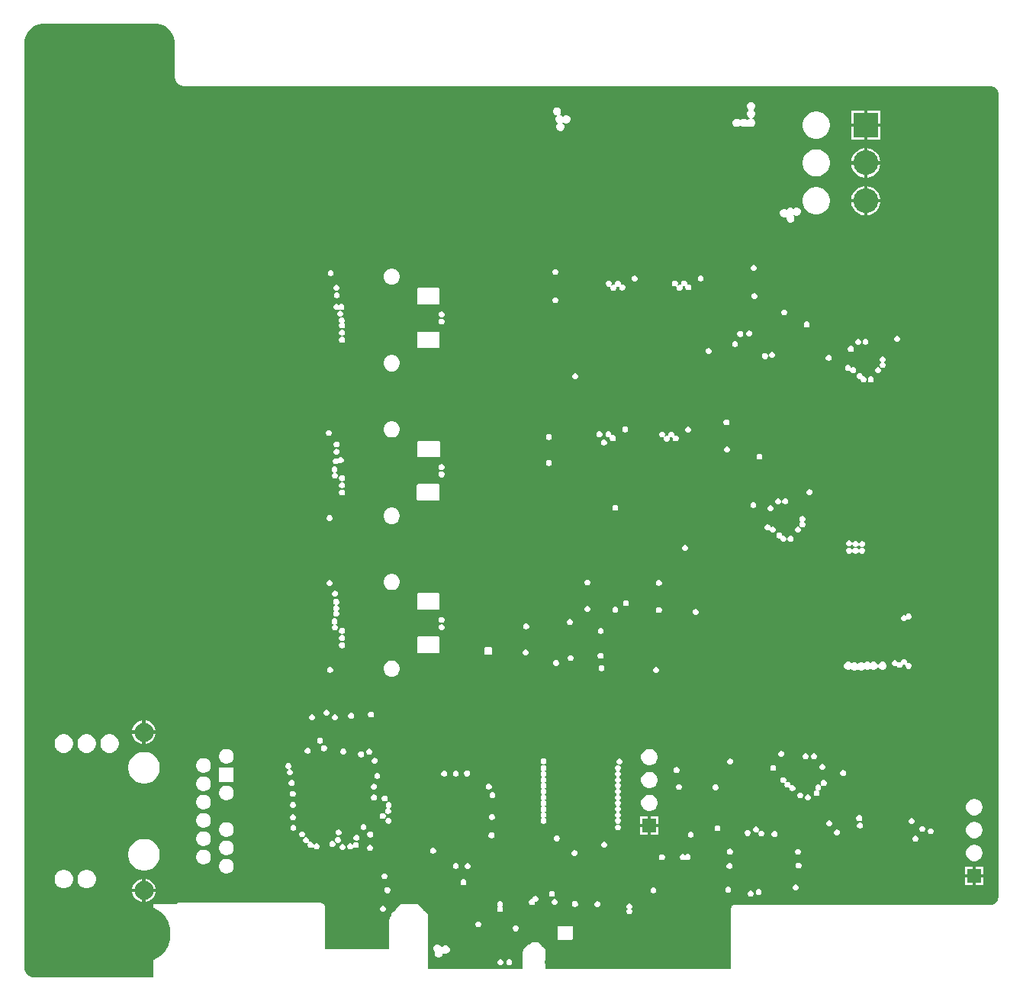
<source format=gbr>
G04*
G04 #@! TF.GenerationSoftware,Altium Limited,Altium Designer,24.2.2 (26)*
G04*
G04 Layer_Physical_Order=2*
G04 Layer_Color=36540*
%FSLAX25Y25*%
%MOIN*%
G70*
G04*
G04 #@! TF.SameCoordinates,83FD6BF8-7FB9-4712-9294-79CC625926FD*
G04*
G04*
G04 #@! TF.FilePolarity,Positive*
G04*
G01*
G75*
%ADD14C,0.01000*%
%ADD141R,0.10827X0.10827*%
%ADD142C,0.10827*%
%ADD156R,0.06102X0.06102*%
%ADD159R,0.07874X0.07874*%
%ADD162C,0.08268*%
%ADD164C,0.25000*%
%ADD165C,0.01600*%
G36*
X30458Y20669D02*
X30471Y20671D01*
X30483Y20669D01*
X31293Y20685D01*
X32894Y20367D01*
X34413Y19738D01*
X35781Y18824D01*
X36944Y17661D01*
X37857Y16294D01*
X38487Y14774D01*
X38807Y13161D01*
Y12341D01*
X38788Y-1632D01*
X38772Y-1931D01*
X38785Y-2021D01*
X38776Y-2111D01*
X38837Y-2772D01*
X38871Y-2887D01*
X38883Y-3007D01*
X39072Y-3643D01*
X39128Y-3749D01*
X39162Y-3865D01*
X39472Y-4451D01*
X39548Y-4545D01*
X39604Y-4651D01*
X40022Y-5166D01*
X40115Y-5243D01*
X40191Y-5337D01*
X40701Y-5760D01*
X40807Y-5818D01*
X40900Y-5894D01*
X41483Y-6210D01*
X41598Y-6246D01*
X41704Y-6303D01*
X42338Y-6499D01*
X42428Y-6508D01*
X42513Y-6539D01*
X42841Y-6590D01*
X42935Y-6586D01*
X43027Y-6604D01*
X395332Y-6604D01*
X395343Y-6602D01*
X395354Y-6604D01*
X395685Y-6598D01*
X396337Y-6715D01*
X396953Y-6957D01*
X397510Y-7315D01*
X397987Y-7774D01*
X398365Y-8318D01*
X398629Y-8925D01*
X398771Y-9572D01*
X398777Y-9891D01*
X398777Y-360509D01*
X398777Y-360881D01*
X398631Y-361611D01*
X398347Y-362298D01*
X397933Y-362917D01*
X397407Y-363443D01*
X396789Y-363856D01*
X396102Y-364141D01*
X395302Y-364300D01*
X395070D01*
X395000Y-364286D01*
X283161D01*
X283091Y-364300D01*
X282941D01*
Y-364330D01*
X282693Y-364379D01*
X282296Y-364644D01*
X282031Y-365041D01*
X281938Y-365510D01*
Y-392175D01*
X200941D01*
Y-383800D01*
X197741Y-380600D01*
X194941D01*
X194241Y-381300D01*
X193787Y-381421D01*
X193643Y-381492D01*
X193492Y-381544D01*
X192692Y-382006D01*
X192571Y-382111D01*
X192438Y-382200D01*
X191785Y-382854D01*
X191696Y-382987D01*
X191590Y-383107D01*
X191128Y-383907D01*
X191077Y-384059D01*
X191006Y-384202D01*
X190767Y-385095D01*
X190759Y-385215D01*
X190728Y-385332D01*
X190697Y-385794D01*
X190703Y-385834D01*
X190695Y-385874D01*
Y-392175D01*
X149641D01*
Y-368300D01*
X145041Y-363700D01*
X137841D01*
X135569Y-365972D01*
X135518Y-366006D01*
X135433Y-366091D01*
X135333Y-366158D01*
X134405Y-367085D01*
X134338Y-367186D01*
X134253Y-367271D01*
X134219Y-367322D01*
X133341Y-368200D01*
Y-368743D01*
X132910Y-369784D01*
X132886Y-369902D01*
X132840Y-370014D01*
X132584Y-371300D01*
Y-371391D01*
X132562Y-371479D01*
X132530Y-372134D01*
X132534Y-372165D01*
X132528Y-372194D01*
Y-383366D01*
X104683D01*
X104471Y-383154D01*
X104480Y-365010D01*
X104468Y-364950D01*
X104474Y-364889D01*
X104464Y-364792D01*
X104412Y-364620D01*
X104377Y-364444D01*
X104302Y-364264D01*
X104302Y-364263D01*
X104179Y-364080D01*
X104037Y-363866D01*
X104037Y-363866D01*
X103899Y-363729D01*
X103899Y-363729D01*
X103899Y-363728D01*
X103502Y-363463D01*
X103502Y-363463D01*
X103502Y-363463D01*
X103322Y-363389D01*
X103145Y-363354D01*
X102973Y-363301D01*
X102876Y-363292D01*
X102815Y-363298D01*
X102756Y-363286D01*
X40512Y-363286D01*
X40452Y-363298D01*
X40392Y-363292D01*
X40294Y-363301D01*
X40122Y-363354D01*
X39946Y-363389D01*
X39766Y-363463D01*
X39766Y-363463D01*
X39369Y-363729D01*
X39231Y-363866D01*
X39231Y-363866D01*
X39142Y-364000D01*
X29641D01*
Y-395766D01*
X-22988D01*
X-23354Y-395733D01*
X-24166Y-395493D01*
X-24916Y-395099D01*
X-25575Y-394567D01*
X-26117Y-393917D01*
X-26522Y-393173D01*
X-26774Y-392364D01*
X-26863Y-391522D01*
X-26825Y-391100D01*
X-26831Y-391045D01*
X-26820Y-390990D01*
X-26820Y12339D01*
X-26822Y12351D01*
X-26820Y12364D01*
X-26837Y13173D01*
X-26518Y14774D01*
X-25889Y16294D01*
X-24975Y17661D01*
X-23812Y18824D01*
X-22445Y19738D01*
X-20925Y20367D01*
X-19312Y20688D01*
X-18490D01*
X30458Y20669D01*
D02*
G37*
%LPC*%
G36*
X291016Y-13512D02*
X290300D01*
X289638Y-13787D01*
X289132Y-14293D01*
X288858Y-14954D01*
Y-15671D01*
X289132Y-16332D01*
X289603Y-16804D01*
X289622Y-16976D01*
X289603Y-17149D01*
X289132Y-17620D01*
X288858Y-18282D01*
Y-18998D01*
X289132Y-19659D01*
X289638Y-20166D01*
X290300Y-20440D01*
Y-20721D01*
X289638Y-20995D01*
X289301Y-21332D01*
X289105Y-21481D01*
X288909Y-21332D01*
X288572Y-20995D01*
X287911Y-20721D01*
X287195D01*
X286533Y-20995D01*
X286149Y-21379D01*
X285953Y-21468D01*
X285757Y-21379D01*
X285374Y-20995D01*
X284712Y-20721D01*
X283996D01*
X283334Y-20995D01*
X282828Y-21501D01*
X282554Y-22163D01*
Y-22879D01*
X282828Y-23541D01*
X283334Y-24047D01*
X283996Y-24321D01*
X284712D01*
X285374Y-24047D01*
X285757Y-23663D01*
X285953Y-23574D01*
X286149Y-23663D01*
X286533Y-24047D01*
X287195Y-24321D01*
X287911D01*
X288572Y-24047D01*
X288909Y-23710D01*
X289105Y-23561D01*
X289301Y-23710D01*
X289638Y-24047D01*
X290300Y-24321D01*
X291016D01*
X291677Y-24047D01*
X292183Y-23541D01*
X292458Y-22879D01*
Y-22163D01*
X292183Y-21501D01*
X291677Y-20995D01*
X291016Y-20721D01*
Y-20440D01*
X291677Y-20166D01*
X292183Y-19659D01*
X292458Y-18998D01*
Y-18282D01*
X292183Y-17620D01*
X291712Y-17149D01*
X291693Y-16976D01*
X291712Y-16804D01*
X292183Y-16332D01*
X292458Y-15671D01*
Y-14954D01*
X292183Y-14293D01*
X291677Y-13787D01*
X291016Y-13512D01*
D02*
G37*
G36*
X347167Y-17063D02*
X341504D01*
Y-22726D01*
X347167D01*
Y-17063D01*
D02*
G37*
G36*
X340003D02*
X334340D01*
Y-22726D01*
X340003D01*
Y-17063D01*
D02*
G37*
G36*
X206217Y-15707D02*
X205500D01*
X204839Y-15981D01*
X204332Y-16488D01*
X204059Y-17149D01*
Y-17865D01*
X204332Y-18527D01*
X204839Y-19033D01*
X205500Y-19307D01*
X205706D01*
X205830Y-19607D01*
X205487Y-19950D01*
X205213Y-20612D01*
Y-21328D01*
X205487Y-21990D01*
X205993Y-22496D01*
X206118Y-22547D01*
X206188Y-22901D01*
X205862Y-23227D01*
X205588Y-23889D01*
Y-24605D01*
X205862Y-25267D01*
X206368Y-25773D01*
X207030Y-26047D01*
X207746D01*
X208408Y-25773D01*
X208914Y-25267D01*
X209188Y-24605D01*
Y-23889D01*
X208914Y-23227D01*
X208408Y-22721D01*
X208283Y-22669D01*
X208213Y-22316D01*
X208452Y-22076D01*
X208871Y-22496D01*
X209533Y-22770D01*
X210249D01*
X210911Y-22496D01*
X211417Y-21990D01*
X211691Y-21328D01*
Y-20612D01*
X211417Y-19950D01*
X210911Y-19444D01*
X210249Y-19170D01*
X209533D01*
X208871Y-19444D01*
X208452Y-19863D01*
X208032Y-19444D01*
X207371Y-19170D01*
X207166D01*
X207041Y-18870D01*
X207384Y-18527D01*
X207659Y-17865D01*
Y-17149D01*
X207384Y-16488D01*
X206878Y-15981D01*
X206217Y-15707D01*
D02*
G37*
G36*
X319682Y-17562D02*
X318518D01*
X317375Y-17790D01*
X316299Y-18236D01*
X315330Y-18883D01*
X314507Y-19706D01*
X313860Y-20675D01*
X313414Y-21751D01*
X313187Y-22893D01*
Y-24058D01*
X313414Y-25201D01*
X313860Y-26277D01*
X314507Y-27245D01*
X315330Y-28069D01*
X316299Y-28716D01*
X317375Y-29162D01*
X318518Y-29389D01*
X319682D01*
X320825Y-29162D01*
X321901Y-28716D01*
X322869Y-28069D01*
X323693Y-27245D01*
X324340Y-26277D01*
X324786Y-25201D01*
X325013Y-24058D01*
Y-22893D01*
X324786Y-21751D01*
X324340Y-20675D01*
X323693Y-19706D01*
X322869Y-18883D01*
X321901Y-18236D01*
X320825Y-17790D01*
X319682Y-17562D01*
D02*
G37*
G36*
X347167Y-24226D02*
X341504D01*
Y-29889D01*
X347167D01*
Y-24226D01*
D02*
G37*
G36*
X340003D02*
X334340D01*
Y-29889D01*
X340003D01*
Y-24226D01*
D02*
G37*
G36*
X341504Y-33621D02*
Y-39261D01*
X347143D01*
X346920Y-38141D01*
X346437Y-36973D01*
X345735Y-35923D01*
X344842Y-35030D01*
X343791Y-34328D01*
X342624Y-33844D01*
X341504Y-33621D01*
D02*
G37*
G36*
X340003D02*
X338883Y-33844D01*
X337716Y-34328D01*
X336665Y-35030D01*
X335772Y-35923D01*
X335070Y-36973D01*
X334587Y-38141D01*
X334364Y-39261D01*
X340003D01*
Y-33621D01*
D02*
G37*
G36*
X319682Y-34098D02*
X318518D01*
X317375Y-34325D01*
X316299Y-34771D01*
X315330Y-35418D01*
X314507Y-36242D01*
X313860Y-37210D01*
X313414Y-38286D01*
X313187Y-39429D01*
Y-40594D01*
X313414Y-41736D01*
X313860Y-42812D01*
X314507Y-43781D01*
X315330Y-44605D01*
X316299Y-45252D01*
X317375Y-45697D01*
X318518Y-45925D01*
X319682D01*
X320825Y-45697D01*
X321901Y-45252D01*
X322869Y-44605D01*
X323693Y-43781D01*
X324340Y-42812D01*
X324786Y-41736D01*
X325013Y-40594D01*
Y-39429D01*
X324786Y-38286D01*
X324340Y-37210D01*
X323693Y-36242D01*
X322869Y-35418D01*
X321901Y-34771D01*
X320825Y-34325D01*
X319682Y-34098D01*
D02*
G37*
G36*
X347143Y-40761D02*
X341504D01*
Y-46401D01*
X342624Y-46178D01*
X343791Y-45695D01*
X344842Y-44993D01*
X345735Y-44100D01*
X346437Y-43049D01*
X346920Y-41882D01*
X347143Y-40761D01*
D02*
G37*
G36*
X340003D02*
X334364D01*
X334587Y-41882D01*
X335070Y-43049D01*
X335772Y-44100D01*
X336665Y-44993D01*
X337716Y-45695D01*
X338883Y-46178D01*
X340003Y-46401D01*
Y-40761D01*
D02*
G37*
G36*
X341504Y-50157D02*
Y-55797D01*
X347143D01*
X346920Y-54676D01*
X346437Y-53509D01*
X345735Y-52458D01*
X344842Y-51565D01*
X343791Y-50863D01*
X342624Y-50380D01*
X341504Y-50157D01*
D02*
G37*
G36*
X340003D02*
X338883Y-50380D01*
X337716Y-50863D01*
X336665Y-51565D01*
X335772Y-52458D01*
X335070Y-53509D01*
X334587Y-54676D01*
X334364Y-55797D01*
X340003D01*
Y-50157D01*
D02*
G37*
G36*
X310887Y-59503D02*
X310170D01*
X309509Y-59777D01*
X309171Y-60115D01*
X308875Y-59819D01*
X308213Y-59545D01*
X307497D01*
X306836Y-59819D01*
X306329Y-60325D01*
X305994Y-60352D01*
X305393Y-60103D01*
X304677D01*
X304015Y-60377D01*
X303509Y-60883D01*
X303235Y-61545D01*
Y-62261D01*
X303509Y-62923D01*
X304015Y-63429D01*
X304677Y-63703D01*
X305393D01*
X305901Y-63493D01*
X306130Y-63722D01*
X306055Y-63904D01*
Y-64620D01*
X306329Y-65282D01*
X306836Y-65788D01*
X307497Y-66062D01*
X308213D01*
X308875Y-65788D01*
X309381Y-65282D01*
X309655Y-64620D01*
Y-63904D01*
X309381Y-63242D01*
X308942Y-62803D01*
X309213Y-62533D01*
X309509Y-62829D01*
X310170Y-63103D01*
X310887D01*
X311548Y-62829D01*
X312054Y-62323D01*
X312328Y-61661D01*
Y-60945D01*
X312054Y-60283D01*
X311548Y-59777D01*
X310887Y-59503D01*
D02*
G37*
G36*
X319682Y-50633D02*
X318518D01*
X317375Y-50861D01*
X316299Y-51306D01*
X315330Y-51954D01*
X314507Y-52777D01*
X313860Y-53746D01*
X313414Y-54822D01*
X313187Y-55964D01*
Y-57129D01*
X313414Y-58272D01*
X313860Y-59348D01*
X314507Y-60316D01*
X315330Y-61140D01*
X316299Y-61787D01*
X317375Y-62233D01*
X318518Y-62460D01*
X319682D01*
X320825Y-62233D01*
X321901Y-61787D01*
X322869Y-61140D01*
X323693Y-60316D01*
X324340Y-59348D01*
X324786Y-58272D01*
X325013Y-57129D01*
Y-55964D01*
X324786Y-54822D01*
X324340Y-53746D01*
X323693Y-52777D01*
X322869Y-51954D01*
X321901Y-51306D01*
X320825Y-50861D01*
X319682Y-50633D01*
D02*
G37*
G36*
X347143Y-57297D02*
X341504D01*
Y-62937D01*
X342624Y-62714D01*
X343791Y-62230D01*
X344842Y-61528D01*
X345735Y-60635D01*
X346437Y-59585D01*
X346920Y-58417D01*
X347143Y-57297D01*
D02*
G37*
G36*
X340003D02*
X334364D01*
X334587Y-58417D01*
X335070Y-59585D01*
X335772Y-60635D01*
X336665Y-61528D01*
X337716Y-62230D01*
X338883Y-62714D01*
X340003Y-62937D01*
Y-57297D01*
D02*
G37*
G36*
X292126Y-84515D02*
X291609D01*
X291131Y-84713D01*
X290766Y-85079D01*
X290568Y-85557D01*
Y-86074D01*
X290766Y-86552D01*
X291131Y-86918D01*
X291609Y-87115D01*
X292126D01*
X292604Y-86918D01*
X292970Y-86552D01*
X293168Y-86074D01*
Y-85557D01*
X292970Y-85079D01*
X292604Y-84713D01*
X292126Y-84515D01*
D02*
G37*
G36*
X205432Y-86375D02*
X204915D01*
X204437Y-86573D01*
X204072Y-86939D01*
X203874Y-87416D01*
Y-87934D01*
X204072Y-88411D01*
X204437Y-88777D01*
X204915Y-88975D01*
X205432D01*
X205910Y-88777D01*
X206276Y-88411D01*
X206474Y-87934D01*
Y-87416D01*
X206276Y-86939D01*
X205910Y-86573D01*
X205432Y-86375D01*
D02*
G37*
G36*
X107271Y-86839D02*
X106754D01*
X106276Y-87037D01*
X105910Y-87402D01*
X105712Y-87880D01*
Y-88397D01*
X105910Y-88875D01*
X106276Y-89241D01*
X106754Y-89439D01*
X107271D01*
X107748Y-89241D01*
X108114Y-88875D01*
X108312Y-88397D01*
Y-87880D01*
X108114Y-87402D01*
X107748Y-87037D01*
X107271Y-86839D01*
D02*
G37*
G36*
X268946Y-89214D02*
X268428D01*
X267951Y-89412D01*
X267585Y-89778D01*
X267387Y-90256D01*
Y-90773D01*
X267585Y-91251D01*
X267951Y-91617D01*
X268428Y-91815D01*
X268946D01*
X269424Y-91617D01*
X269789Y-91251D01*
X269987Y-90773D01*
Y-90256D01*
X269789Y-89778D01*
X269424Y-89412D01*
X268946Y-89214D01*
D02*
G37*
G36*
X240018Y-89254D02*
X239501D01*
X239023Y-89452D01*
X238657Y-89818D01*
X238459Y-90295D01*
Y-90813D01*
X238657Y-91290D01*
X239023Y-91656D01*
X239501Y-91854D01*
X240018D01*
X240496Y-91656D01*
X240862Y-91290D01*
X241059Y-90813D01*
Y-90295D01*
X240862Y-89818D01*
X240496Y-89452D01*
X240018Y-89254D01*
D02*
G37*
G36*
X134136Y-86118D02*
X133201D01*
X132298Y-86360D01*
X131488Y-86827D01*
X130827Y-87489D01*
X130359Y-88298D01*
X130117Y-89202D01*
Y-90137D01*
X130359Y-91040D01*
X130827Y-91850D01*
X131488Y-92511D01*
X132298Y-92978D01*
X133201Y-93220D01*
X134136D01*
X135039Y-92978D01*
X135849Y-92511D01*
X136510Y-91850D01*
X136978Y-91040D01*
X137220Y-90137D01*
Y-89202D01*
X136978Y-88298D01*
X136510Y-87489D01*
X135849Y-86827D01*
X135039Y-86360D01*
X134136Y-86118D01*
D02*
G37*
G36*
X261631Y-91381D02*
X261114D01*
X260636Y-91579D01*
X260270Y-91945D01*
X260072Y-92423D01*
Y-92940D01*
X260177Y-93192D01*
X259947Y-93422D01*
X259663Y-93304D01*
X259145D01*
X258791Y-93451D01*
X258562Y-93221D01*
X258678Y-92940D01*
Y-92423D01*
X258480Y-91945D01*
X258115Y-91579D01*
X257637Y-91381D01*
X257119D01*
X256642Y-91579D01*
X256276Y-91945D01*
X256078Y-92423D01*
Y-92940D01*
X256276Y-93418D01*
X256642Y-93783D01*
X257119Y-93981D01*
X257637D01*
X257991Y-93835D01*
X258220Y-94064D01*
X258104Y-94345D01*
Y-94863D01*
X258302Y-95340D01*
X258667Y-95706D01*
X259145Y-95904D01*
X259663D01*
X260140Y-95706D01*
X260506Y-95340D01*
X260704Y-94863D01*
Y-94345D01*
X260599Y-94093D01*
X260829Y-93863D01*
X261114Y-93981D01*
X261631D01*
X261736Y-93938D01*
X261855Y-94017D01*
X261990Y-94157D01*
Y-94625D01*
X262188Y-95103D01*
X262554Y-95469D01*
X263032Y-95666D01*
X263549D01*
X264027Y-95469D01*
X264392Y-95103D01*
X264590Y-94625D01*
Y-94108D01*
X264392Y-93630D01*
X264027Y-93264D01*
X263549Y-93067D01*
X263032D01*
X262927Y-93110D01*
X262808Y-93031D01*
X262672Y-92891D01*
Y-92423D01*
X262474Y-91945D01*
X262109Y-91579D01*
X261631Y-91381D01*
D02*
G37*
G36*
X232703Y-91421D02*
X232186D01*
X231709Y-91619D01*
X231343Y-91985D01*
X231145Y-92462D01*
Y-92980D01*
X231249Y-93232D01*
X231020Y-93462D01*
X230735Y-93344D01*
X230218D01*
X229864Y-93490D01*
X229634Y-93261D01*
X229751Y-92980D01*
Y-92462D01*
X229553Y-91985D01*
X229187Y-91619D01*
X228709Y-91421D01*
X228192D01*
X227714Y-91619D01*
X227348Y-91985D01*
X227151Y-92462D01*
Y-92980D01*
X227348Y-93457D01*
X227714Y-93823D01*
X228192Y-94021D01*
X228709D01*
X229063Y-93874D01*
X229293Y-94104D01*
X229176Y-94385D01*
Y-94902D01*
X229374Y-95380D01*
X229740Y-95746D01*
X230218Y-95944D01*
X230735D01*
X231213Y-95746D01*
X231578Y-95380D01*
X231776Y-94902D01*
Y-94385D01*
X231672Y-94133D01*
X231902Y-93903D01*
X232186Y-94021D01*
X232703D01*
X232809Y-93977D01*
X232927Y-94057D01*
X233063Y-94197D01*
Y-94665D01*
X233261Y-95143D01*
X233627Y-95508D01*
X234104Y-95706D01*
X234622D01*
X235099Y-95508D01*
X235465Y-95143D01*
X235663Y-94665D01*
Y-94147D01*
X235465Y-93670D01*
X235099Y-93304D01*
X234622Y-93106D01*
X234104D01*
X233999Y-93150D01*
X233880Y-93070D01*
X233745Y-92930D01*
Y-92462D01*
X233547Y-91985D01*
X233181Y-91619D01*
X232703Y-91421D01*
D02*
G37*
G36*
X109688Y-93290D02*
X109171D01*
X108694Y-93488D01*
X108328Y-93854D01*
X108130Y-94332D01*
Y-94849D01*
X108328Y-95327D01*
X108694Y-95692D01*
X109171Y-95890D01*
X109688D01*
X110166Y-95692D01*
X110532Y-95327D01*
X110730Y-94849D01*
Y-94332D01*
X110532Y-93854D01*
X110166Y-93488D01*
X109688Y-93290D01*
D02*
G37*
G36*
X109893Y-96562D02*
X109376D01*
X108898Y-96760D01*
X108532Y-97126D01*
X108334Y-97604D01*
Y-98121D01*
X108532Y-98599D01*
X108898Y-98964D01*
X109376Y-99162D01*
X109893D01*
X110371Y-98964D01*
X110737Y-98599D01*
X110934Y-98121D01*
Y-97604D01*
X110737Y-97126D01*
X110371Y-96760D01*
X109893Y-96562D01*
D02*
G37*
G36*
X292354Y-96846D02*
X291837D01*
X291359Y-97044D01*
X290993Y-97410D01*
X290795Y-97888D01*
Y-98405D01*
X290993Y-98883D01*
X291359Y-99248D01*
X291837Y-99446D01*
X292354D01*
X292832Y-99248D01*
X293198Y-98883D01*
X293395Y-98405D01*
Y-97888D01*
X293198Y-97410D01*
X292832Y-97044D01*
X292354Y-96846D01*
D02*
G37*
G36*
X205378Y-98690D02*
X204861D01*
X204383Y-98888D01*
X204018Y-99254D01*
X203820Y-99731D01*
Y-100249D01*
X204018Y-100726D01*
X204383Y-101092D01*
X204861Y-101290D01*
X205378D01*
X205856Y-101092D01*
X206222Y-100726D01*
X206420Y-100249D01*
Y-99731D01*
X206222Y-99254D01*
X205856Y-98888D01*
X205378Y-98690D01*
D02*
G37*
G36*
X154091Y-94669D02*
X145279D01*
X144896Y-94827D01*
X144738Y-95210D01*
Y-101321D01*
X144896Y-101704D01*
X145279Y-101862D01*
X154091D01*
X154473Y-101704D01*
X154632Y-101321D01*
Y-95210D01*
X154473Y-94827D01*
X154091Y-94669D01*
D02*
G37*
G36*
X109688Y-101572D02*
X109171D01*
X108694Y-101770D01*
X108328Y-102135D01*
X108130Y-102613D01*
Y-103130D01*
X108328Y-103608D01*
X108694Y-103974D01*
X109171Y-104172D01*
X109688D01*
X110166Y-103974D01*
X110451Y-103689D01*
X110506Y-103700D01*
X110872Y-104066D01*
X111350Y-104264D01*
X111867D01*
X112345Y-104066D01*
X112710Y-103700D01*
X112908Y-103222D01*
Y-102705D01*
X112710Y-102227D01*
X112345Y-101862D01*
X111867Y-101664D01*
X111350D01*
X110872Y-101862D01*
X110587Y-102146D01*
X110532Y-102135D01*
X110166Y-101770D01*
X109688Y-101572D01*
D02*
G37*
G36*
X305465Y-104035D02*
X304948D01*
X304470Y-104233D01*
X304105Y-104599D01*
X303907Y-105077D01*
Y-105594D01*
X304105Y-106072D01*
X304470Y-106438D01*
X304948Y-106635D01*
X305465D01*
X305943Y-106438D01*
X306309Y-106072D01*
X306507Y-105594D01*
Y-105077D01*
X306309Y-104599D01*
X305943Y-104233D01*
X305465Y-104035D01*
D02*
G37*
G36*
X111365Y-104573D02*
X110848D01*
X110370Y-104771D01*
X110004Y-105137D01*
X109806Y-105614D01*
Y-106131D01*
X110004Y-106609D01*
X110370Y-106975D01*
X110848Y-107173D01*
X111365D01*
X111843Y-106975D01*
X112208Y-106609D01*
X112406Y-106131D01*
Y-105614D01*
X112208Y-105137D01*
X111843Y-104771D01*
X111365Y-104573D01*
D02*
G37*
G36*
X155683Y-104914D02*
X155166D01*
X154688Y-105112D01*
X154322Y-105477D01*
X154124Y-105955D01*
Y-106472D01*
X154322Y-106950D01*
X154688Y-107316D01*
X155166Y-107514D01*
X155683D01*
X156161Y-107316D01*
X156526Y-106950D01*
X156724Y-106472D01*
Y-105955D01*
X156526Y-105477D01*
X156161Y-105112D01*
X155683Y-104914D01*
D02*
G37*
G36*
Y-108063D02*
X155166D01*
X154688Y-108261D01*
X154322Y-108627D01*
X154124Y-109105D01*
Y-109622D01*
X154322Y-110100D01*
X154688Y-110465D01*
X155166Y-110663D01*
X155683D01*
X156161Y-110465D01*
X156526Y-110100D01*
X156724Y-109622D01*
Y-109105D01*
X156526Y-108627D01*
X156161Y-108261D01*
X155683Y-108063D01*
D02*
G37*
G36*
X315267Y-109330D02*
X314750D01*
X314272Y-109528D01*
X313906Y-109894D01*
X313708Y-110371D01*
Y-110889D01*
X313906Y-111366D01*
X314272Y-111732D01*
X314750Y-111930D01*
X315267D01*
X315745Y-111732D01*
X316110Y-111366D01*
X316308Y-110889D01*
Y-110371D01*
X316110Y-109894D01*
X315745Y-109528D01*
X315267Y-109330D01*
D02*
G37*
G36*
X112020Y-107464D02*
X111503D01*
X111025Y-107662D01*
X110659Y-108027D01*
X110461Y-108505D01*
Y-109022D01*
X110659Y-109500D01*
X111025Y-109866D01*
X111063Y-110056D01*
X110851Y-110268D01*
X110652Y-110746D01*
Y-111263D01*
X110851Y-111741D01*
X111216Y-112107D01*
X111694Y-112305D01*
X112211D01*
X112689Y-112107D01*
X113055Y-111741D01*
X113252Y-111263D01*
Y-110746D01*
X113055Y-110268D01*
X112689Y-109903D01*
X112651Y-109712D01*
X112863Y-109500D01*
X113061Y-109022D01*
Y-108505D01*
X112863Y-108027D01*
X112498Y-107662D01*
X112020Y-107464D01*
D02*
G37*
G36*
X112211Y-112855D02*
X111694D01*
X111216Y-113052D01*
X110851Y-113418D01*
X110652Y-113896D01*
Y-114413D01*
X110851Y-114891D01*
X111216Y-115257D01*
X111694Y-115454D01*
X112211D01*
X112689Y-115257D01*
X113055Y-114891D01*
X113252Y-114413D01*
Y-113896D01*
X113055Y-113418D01*
X112689Y-113052D01*
X112211Y-112855D01*
D02*
G37*
G36*
X290163Y-113262D02*
X289646D01*
X289168Y-113460D01*
X288803Y-113825D01*
X288605Y-114303D01*
Y-114820D01*
X288803Y-115298D01*
X289168Y-115664D01*
X289646Y-115862D01*
X290163D01*
X290641Y-115664D01*
X291007Y-115298D01*
X291205Y-114820D01*
Y-114303D01*
X291007Y-113825D01*
X290641Y-113460D01*
X290163Y-113262D01*
D02*
G37*
G36*
X286215Y-113414D02*
X285698D01*
X285220Y-113612D01*
X284854Y-113978D01*
X284656Y-114456D01*
Y-114973D01*
X284854Y-115451D01*
X285220Y-115816D01*
X285698Y-116014D01*
X286215D01*
X286693Y-115816D01*
X287058Y-115451D01*
X287256Y-114973D01*
Y-114456D01*
X287058Y-113978D01*
X286693Y-113612D01*
X286215Y-113414D01*
D02*
G37*
G36*
X354724Y-115549D02*
X354207D01*
X353729Y-115747D01*
X353363Y-116113D01*
X353165Y-116591D01*
Y-117108D01*
X353363Y-117586D01*
X353729Y-117952D01*
X354207Y-118149D01*
X354724D01*
X355202Y-117952D01*
X355567Y-117586D01*
X355765Y-117108D01*
Y-116591D01*
X355567Y-116113D01*
X355202Y-115747D01*
X354724Y-115549D01*
D02*
G37*
G36*
X112211Y-116004D02*
X111694D01*
X111216Y-116202D01*
X110851Y-116568D01*
X110652Y-117045D01*
Y-117563D01*
X110851Y-118041D01*
X111216Y-118406D01*
X111694Y-118604D01*
X112211D01*
X112689Y-118406D01*
X113055Y-118041D01*
X113252Y-117563D01*
Y-117045D01*
X113055Y-116568D01*
X112689Y-116202D01*
X112211Y-116004D01*
D02*
G37*
G36*
X340914Y-116922D02*
X340397D01*
X339919Y-117120D01*
X339553Y-117485D01*
X339355Y-117963D01*
Y-118480D01*
X339553Y-118958D01*
X339919Y-119324D01*
X340397Y-119522D01*
X340914D01*
X341392Y-119324D01*
X341758Y-118958D01*
X341955Y-118480D01*
Y-117963D01*
X341758Y-117485D01*
X341392Y-117120D01*
X340914Y-116922D01*
D02*
G37*
G36*
X337791Y-116927D02*
X337274D01*
X336796Y-117125D01*
X336430Y-117491D01*
X336232Y-117968D01*
Y-118486D01*
X336430Y-118963D01*
X336796Y-119329D01*
X337274Y-119527D01*
X337791D01*
X338268Y-119329D01*
X338634Y-118963D01*
X338832Y-118486D01*
Y-117968D01*
X338634Y-117491D01*
X338268Y-117125D01*
X337791Y-116927D01*
D02*
G37*
G36*
X283920Y-117933D02*
X283403D01*
X282925Y-118131D01*
X282559Y-118496D01*
X282361Y-118974D01*
Y-119491D01*
X282559Y-119969D01*
X282925Y-120335D01*
X283403Y-120533D01*
X283920D01*
X284398Y-120335D01*
X284764Y-119969D01*
X284961Y-119491D01*
Y-118974D01*
X284764Y-118496D01*
X284398Y-118131D01*
X283920Y-117933D01*
D02*
G37*
G36*
X154052Y-113713D02*
X145240D01*
X144858Y-113872D01*
X144699Y-114254D01*
Y-120365D01*
X144858Y-120748D01*
X145240Y-120907D01*
X154052D01*
X154434Y-120748D01*
X154593Y-120365D01*
Y-114254D01*
X154434Y-113872D01*
X154052Y-113713D01*
D02*
G37*
G36*
X334541Y-119999D02*
X334023D01*
X333546Y-120197D01*
X333180Y-120562D01*
X332982Y-121040D01*
Y-121557D01*
X333180Y-122035D01*
X333546Y-122401D01*
X334023Y-122599D01*
X334541D01*
X335018Y-122401D01*
X335384Y-122035D01*
X335582Y-121557D01*
Y-121040D01*
X335384Y-120562D01*
X335018Y-120197D01*
X334541Y-119999D01*
D02*
G37*
G36*
X272327Y-120902D02*
X271810D01*
X271332Y-121100D01*
X270967Y-121466D01*
X270769Y-121943D01*
Y-122460D01*
X270967Y-122938D01*
X271332Y-123304D01*
X271810Y-123502D01*
X272327D01*
X272805Y-123304D01*
X273171Y-122938D01*
X273369Y-122460D01*
Y-121943D01*
X273171Y-121466D01*
X272805Y-121100D01*
X272327Y-120902D01*
D02*
G37*
G36*
X300116Y-122508D02*
X299599D01*
X299121Y-122705D01*
X298756Y-123071D01*
X298558Y-123549D01*
Y-124066D01*
X298756Y-124544D01*
X299121Y-124910D01*
X299599Y-125108D01*
X300116D01*
X300594Y-124910D01*
X300960Y-124544D01*
X301158Y-124066D01*
Y-123549D01*
X300960Y-123071D01*
X300594Y-122705D01*
X300116Y-122508D01*
D02*
G37*
G36*
X297008Y-123085D02*
X296491D01*
X296013Y-123283D01*
X295648Y-123649D01*
X295450Y-124127D01*
Y-124644D01*
X295648Y-125122D01*
X296013Y-125487D01*
X296491Y-125685D01*
X297008D01*
X297486Y-125487D01*
X297852Y-125122D01*
X298050Y-124644D01*
Y-124127D01*
X297852Y-123649D01*
X297486Y-123283D01*
X297008Y-123085D01*
D02*
G37*
G36*
X324880Y-123934D02*
X324363D01*
X323885Y-124132D01*
X323519Y-124498D01*
X323321Y-124975D01*
Y-125493D01*
X323519Y-125970D01*
X323885Y-126336D01*
X324363Y-126534D01*
X324880D01*
X325358Y-126336D01*
X325723Y-125970D01*
X325921Y-125493D01*
Y-124975D01*
X325723Y-124498D01*
X325358Y-124132D01*
X324880Y-123934D01*
D02*
G37*
G36*
X348399Y-124562D02*
X347882D01*
X347404Y-124760D01*
X347039Y-125126D01*
X346841Y-125603D01*
Y-126121D01*
X347039Y-126599D01*
X347361Y-126921D01*
X347380Y-127116D01*
X347356Y-127269D01*
X347026Y-127599D01*
X346828Y-128077D01*
Y-128594D01*
X347026Y-129071D01*
X347392Y-129437D01*
X347869Y-129635D01*
X348387D01*
X348864Y-129437D01*
X349230Y-129071D01*
X349428Y-128594D01*
Y-128077D01*
X349230Y-127599D01*
X348907Y-127276D01*
X348888Y-127081D01*
X348913Y-126928D01*
X349243Y-126599D01*
X349441Y-126121D01*
Y-125603D01*
X349243Y-125126D01*
X348877Y-124760D01*
X348399Y-124562D01*
D02*
G37*
G36*
X134136Y-123913D02*
X133201D01*
X132298Y-124155D01*
X131488Y-124623D01*
X130827Y-125284D01*
X130359Y-126094D01*
X130117Y-126997D01*
Y-127932D01*
X130359Y-128835D01*
X130827Y-129645D01*
X131488Y-130306D01*
X132298Y-130774D01*
X133201Y-131016D01*
X134136D01*
X135039Y-130774D01*
X135849Y-130306D01*
X136510Y-129645D01*
X136978Y-128835D01*
X137220Y-127932D01*
Y-126997D01*
X136978Y-126094D01*
X136510Y-125284D01*
X135849Y-124623D01*
X135039Y-124155D01*
X134136Y-123913D01*
D02*
G37*
G36*
X346426Y-129294D02*
X345908D01*
X345430Y-129492D01*
X345065Y-129858D01*
X344867Y-130336D01*
Y-130853D01*
X345065Y-131331D01*
X345430Y-131696D01*
X345908Y-131894D01*
X346426D01*
X346903Y-131696D01*
X347269Y-131331D01*
X347467Y-130853D01*
Y-130336D01*
X347269Y-129858D01*
X346903Y-129492D01*
X346426Y-129294D01*
D02*
G37*
G36*
X333231Y-128303D02*
X332714D01*
X332236Y-128500D01*
X331871Y-128866D01*
X331673Y-129344D01*
Y-129861D01*
X331871Y-130339D01*
X332236Y-130705D01*
X332714Y-130903D01*
X333231D01*
X333659Y-130726D01*
X333959Y-130847D01*
Y-130853D01*
X334157Y-131331D01*
X334522Y-131696D01*
X335000Y-131894D01*
X335517D01*
X335995Y-131696D01*
X336361Y-131331D01*
X336559Y-130853D01*
Y-130336D01*
X336361Y-129858D01*
X335995Y-129492D01*
X335517Y-129294D01*
X335000D01*
X334573Y-129471D01*
X334273Y-129350D01*
Y-129344D01*
X334075Y-128866D01*
X333709Y-128500D01*
X333231Y-128303D01*
D02*
G37*
G36*
X214023Y-131931D02*
X213506D01*
X213028Y-132129D01*
X212663Y-132495D01*
X212465Y-132973D01*
Y-133490D01*
X212663Y-133968D01*
X213028Y-134334D01*
X213506Y-134531D01*
X214023D01*
X214501Y-134334D01*
X214867Y-133968D01*
X215065Y-133490D01*
Y-132973D01*
X214867Y-132495D01*
X214501Y-132129D01*
X214023Y-131931D01*
D02*
G37*
G36*
X343256Y-133334D02*
X342738D01*
X342261Y-133531D01*
X341895Y-133897D01*
X341697Y-134375D01*
Y-134892D01*
X341895Y-135370D01*
X342261Y-135736D01*
X342738Y-135934D01*
X343256D01*
X343733Y-135736D01*
X344099Y-135370D01*
X344297Y-134892D01*
Y-134375D01*
X344099Y-133897D01*
X343733Y-133531D01*
X343256Y-133334D01*
D02*
G37*
G36*
X338334Y-131808D02*
X337817D01*
X337339Y-132006D01*
X336974Y-132372D01*
X336776Y-132850D01*
Y-133367D01*
X336974Y-133845D01*
X337339Y-134210D01*
X337817Y-134408D01*
X338334D01*
X338547Y-134645D01*
Y-134892D01*
X338745Y-135370D01*
X339111Y-135736D01*
X339589Y-135934D01*
X340106D01*
X340584Y-135736D01*
X340949Y-135370D01*
X341147Y-134892D01*
Y-134375D01*
X340949Y-133897D01*
X340584Y-133531D01*
X340106Y-133334D01*
X339589D01*
X339376Y-133097D01*
Y-132850D01*
X339178Y-132372D01*
X338812Y-132006D01*
X338334Y-131808D01*
D02*
G37*
G36*
X280213Y-152024D02*
X279696D01*
X279218Y-152222D01*
X278852Y-152588D01*
X278654Y-153066D01*
Y-153583D01*
X278852Y-154061D01*
X279218Y-154426D01*
X279696Y-154624D01*
X280213D01*
X280691Y-154426D01*
X281056Y-154061D01*
X281254Y-153583D01*
Y-153066D01*
X281056Y-152588D01*
X280691Y-152222D01*
X280213Y-152024D01*
D02*
G37*
G36*
X235928Y-155139D02*
X235411D01*
X234933Y-155337D01*
X234567Y-155702D01*
X234370Y-156180D01*
Y-156697D01*
X234567Y-157175D01*
X234933Y-157541D01*
X235411Y-157739D01*
X235928D01*
X236406Y-157541D01*
X236772Y-157175D01*
X236970Y-156697D01*
Y-156180D01*
X236772Y-155702D01*
X236406Y-155337D01*
X235928Y-155139D01*
D02*
G37*
G36*
X263360Y-155215D02*
X262843D01*
X262365Y-155413D01*
X261999Y-155778D01*
X261801Y-156256D01*
Y-156773D01*
X261999Y-157251D01*
X262365Y-157617D01*
X262843Y-157815D01*
X263360D01*
X263838Y-157617D01*
X264203Y-157251D01*
X264401Y-156773D01*
Y-156256D01*
X264203Y-155778D01*
X263838Y-155413D01*
X263360Y-155215D01*
D02*
G37*
G36*
X106462Y-156700D02*
X105945D01*
X105467Y-156898D01*
X105101Y-157264D01*
X104903Y-157741D01*
Y-158258D01*
X105101Y-158736D01*
X105467Y-159102D01*
X105945Y-159300D01*
X106462D01*
X106940Y-159102D01*
X107305Y-158736D01*
X107503Y-158258D01*
Y-157741D01*
X107305Y-157264D01*
X106940Y-156898D01*
X106462Y-156700D01*
D02*
G37*
G36*
X256045Y-157382D02*
X255528D01*
X255050Y-157580D01*
X254684Y-157945D01*
X254486Y-158423D01*
Y-158940D01*
X254591Y-159193D01*
X254362Y-159422D01*
X254077Y-159304D01*
X253559D01*
X253205Y-159451D01*
X252976Y-159221D01*
X253092Y-158940D01*
Y-158423D01*
X252894Y-157945D01*
X252529Y-157580D01*
X252051Y-157382D01*
X251534D01*
X251056Y-157580D01*
X250690Y-157945D01*
X250492Y-158423D01*
Y-158940D01*
X250690Y-159418D01*
X251056Y-159784D01*
X251534Y-159982D01*
X252051D01*
X252405Y-159835D01*
X252634Y-160065D01*
X252518Y-160346D01*
Y-160863D01*
X252716Y-161341D01*
X253082Y-161706D01*
X253559Y-161904D01*
X254077D01*
X254554Y-161706D01*
X254920Y-161341D01*
X255118Y-160863D01*
Y-160346D01*
X255013Y-160093D01*
X255243Y-159864D01*
X255528Y-159982D01*
X256045D01*
X256150Y-159938D01*
X256269Y-160018D01*
X256405Y-160158D01*
Y-160626D01*
X256603Y-161103D01*
X256968Y-161469D01*
X257446Y-161667D01*
X257963D01*
X258441Y-161469D01*
X258807Y-161103D01*
X259005Y-160626D01*
Y-160108D01*
X258807Y-159631D01*
X258441Y-159265D01*
X257963Y-159067D01*
X257446D01*
X257341Y-159110D01*
X257222Y-159031D01*
X257086Y-158891D01*
Y-158423D01*
X256889Y-157945D01*
X256523Y-157580D01*
X256045Y-157382D01*
D02*
G37*
G36*
X224619Y-157306D02*
X224102D01*
X223624Y-157503D01*
X223258Y-157869D01*
X223061Y-158347D01*
Y-158864D01*
X223258Y-159342D01*
X223624Y-159708D01*
X224102Y-159906D01*
X224619D01*
X225097Y-159708D01*
X225463Y-159342D01*
X225661Y-158864D01*
Y-158347D01*
X225463Y-157869D01*
X225097Y-157503D01*
X224619Y-157306D01*
D02*
G37*
G36*
X134136Y-152835D02*
X133201D01*
X132298Y-153077D01*
X131488Y-153544D01*
X130827Y-154205D01*
X130359Y-155015D01*
X130117Y-155918D01*
Y-156853D01*
X130359Y-157756D01*
X130827Y-158566D01*
X131488Y-159227D01*
X132298Y-159695D01*
X133201Y-159937D01*
X134136D01*
X135039Y-159695D01*
X135849Y-159227D01*
X136510Y-158566D01*
X136978Y-157756D01*
X137220Y-156853D01*
Y-155918D01*
X136978Y-155015D01*
X136510Y-154205D01*
X135849Y-153544D01*
X135039Y-153077D01*
X134136Y-152835D01*
D02*
G37*
G36*
X202605Y-158463D02*
X202088D01*
X201610Y-158660D01*
X201244Y-159026D01*
X201046Y-159504D01*
Y-160021D01*
X201244Y-160499D01*
X201610Y-160865D01*
X202088Y-161063D01*
X202605D01*
X203082Y-160865D01*
X203448Y-160499D01*
X203646Y-160021D01*
Y-159504D01*
X203448Y-159026D01*
X203082Y-158660D01*
X202605Y-158463D01*
D02*
G37*
G36*
X228613Y-157306D02*
X228096D01*
X227619Y-157503D01*
X227253Y-157869D01*
X227055Y-158347D01*
Y-158864D01*
X227253Y-159342D01*
X227619Y-159708D01*
X228096Y-159906D01*
X228613D01*
X228719Y-159862D01*
X228837Y-159941D01*
X228973Y-160082D01*
Y-160549D01*
X229171Y-161027D01*
X229537Y-161393D01*
X230014Y-161591D01*
X230532D01*
X231009Y-161393D01*
X231375Y-161027D01*
X231573Y-160549D01*
Y-160032D01*
X231375Y-159554D01*
X231009Y-159189D01*
X230532Y-158991D01*
X230014D01*
X229909Y-159034D01*
X229790Y-158955D01*
X229655Y-158815D01*
Y-158347D01*
X229457Y-157869D01*
X229091Y-157503D01*
X228613Y-157306D01*
D02*
G37*
G36*
X226645Y-160882D02*
X226128D01*
X225650Y-161080D01*
X225284Y-161446D01*
X225086Y-161924D01*
Y-162441D01*
X225284Y-162918D01*
X225650Y-163284D01*
X226128Y-163482D01*
X226645D01*
X227123Y-163284D01*
X227488Y-162918D01*
X227686Y-162441D01*
Y-161924D01*
X227488Y-161446D01*
X227123Y-161080D01*
X226645Y-160882D01*
D02*
G37*
G36*
X109826Y-161743D02*
X109309D01*
X108831Y-161941D01*
X108466Y-162307D01*
X108268Y-162785D01*
Y-163302D01*
X108466Y-163780D01*
X108831Y-164145D01*
X109309Y-164343D01*
X109826D01*
X110304Y-164145D01*
X110670Y-163780D01*
X110868Y-163302D01*
Y-162785D01*
X110670Y-162307D01*
X110304Y-161941D01*
X109826Y-161743D01*
D02*
G37*
G36*
X280414Y-163899D02*
X279897D01*
X279419Y-164097D01*
X279054Y-164463D01*
X278856Y-164941D01*
Y-165458D01*
X279054Y-165936D01*
X279419Y-166301D01*
X279897Y-166499D01*
X280414D01*
X280892Y-166301D01*
X281258Y-165936D01*
X281456Y-165458D01*
Y-164941D01*
X281258Y-164463D01*
X280892Y-164097D01*
X280414Y-163899D01*
D02*
G37*
G36*
X109826Y-164933D02*
X109309D01*
X108831Y-165131D01*
X108466Y-165497D01*
X108268Y-165975D01*
Y-166492D01*
X108466Y-166970D01*
X108831Y-167335D01*
X109309Y-167533D01*
X109826D01*
X110304Y-167335D01*
X110670Y-166970D01*
X110868Y-166492D01*
Y-165975D01*
X110670Y-165497D01*
X110304Y-165131D01*
X109826Y-164933D01*
D02*
G37*
G36*
X154205Y-161374D02*
X145394D01*
X145011Y-161533D01*
X144853Y-161915D01*
Y-168027D01*
X145011Y-168409D01*
X145394Y-168568D01*
X154205D01*
X154588Y-168409D01*
X154747Y-168027D01*
Y-161915D01*
X154588Y-161533D01*
X154205Y-161374D01*
D02*
G37*
G36*
X111647Y-168505D02*
X111129D01*
X110652Y-168703D01*
X110286Y-169068D01*
X110254Y-169145D01*
X109896Y-169226D01*
X109500Y-169062D01*
X108983D01*
X108505Y-169260D01*
X108139Y-169626D01*
X107941Y-170104D01*
Y-170621D01*
X108139Y-171098D01*
X108505Y-171464D01*
X108983Y-171662D01*
X109500D01*
X109977Y-171464D01*
X110343Y-171098D01*
X110375Y-171022D01*
X110733Y-170941D01*
X111129Y-171105D01*
X111647D01*
X112124Y-170907D01*
X112490Y-170541D01*
X112688Y-170063D01*
Y-169546D01*
X112490Y-169068D01*
X112124Y-168703D01*
X111647Y-168505D01*
D02*
G37*
G36*
X294556Y-167053D02*
X294039D01*
X293561Y-167251D01*
X293196Y-167616D01*
X292998Y-168094D01*
Y-168611D01*
X293196Y-169089D01*
X293561Y-169455D01*
X294039Y-169653D01*
X294556D01*
X295034Y-169455D01*
X295400Y-169089D01*
X295598Y-168611D01*
Y-168094D01*
X295400Y-167616D01*
X295034Y-167251D01*
X294556Y-167053D01*
D02*
G37*
G36*
X202568Y-169798D02*
X202050D01*
X201573Y-169996D01*
X201207Y-170361D01*
X201009Y-170839D01*
Y-171356D01*
X201207Y-171834D01*
X201573Y-172200D01*
X202050Y-172398D01*
X202568D01*
X203045Y-172200D01*
X203411Y-171834D01*
X203609Y-171356D01*
Y-170839D01*
X203411Y-170361D01*
X203045Y-169996D01*
X202568Y-169798D01*
D02*
G37*
G36*
X155683Y-171630D02*
X155166D01*
X154688Y-171828D01*
X154322Y-172194D01*
X154124Y-172672D01*
Y-173189D01*
X154322Y-173667D01*
X154688Y-174032D01*
X155166Y-174230D01*
X155683D01*
X156161Y-174032D01*
X156526Y-173667D01*
X156724Y-173189D01*
Y-172672D01*
X156526Y-172194D01*
X156161Y-171828D01*
X155683Y-171630D01*
D02*
G37*
G36*
Y-174780D02*
X155166D01*
X154688Y-174978D01*
X154322Y-175343D01*
X154124Y-175821D01*
Y-176338D01*
X154322Y-176816D01*
X154688Y-177182D01*
X155166Y-177380D01*
X155683D01*
X156161Y-177182D01*
X156526Y-176816D01*
X156724Y-176338D01*
Y-175821D01*
X156526Y-175343D01*
X156161Y-174978D01*
X155683Y-174780D01*
D02*
G37*
G36*
X108886Y-172605D02*
X108369D01*
X107891Y-172803D01*
X107525Y-173169D01*
X107327Y-173647D01*
Y-174164D01*
X107525Y-174642D01*
X107891Y-175007D01*
X108244Y-175154D01*
Y-175478D01*
X108049Y-175559D01*
X107683Y-175925D01*
X107485Y-176403D01*
Y-176920D01*
X107683Y-177398D01*
X108049Y-177763D01*
X108527Y-177961D01*
X109044D01*
X109522Y-177763D01*
X109887Y-177398D01*
X110085Y-176920D01*
Y-176403D01*
X109887Y-175925D01*
X109522Y-175559D01*
X109169Y-175413D01*
Y-175088D01*
X109364Y-175007D01*
X109729Y-174642D01*
X109927Y-174164D01*
Y-173647D01*
X109729Y-173169D01*
X109364Y-172803D01*
X108886Y-172605D01*
D02*
G37*
G36*
X112211Y-176421D02*
X111694D01*
X111216Y-176619D01*
X110851Y-176985D01*
X110652Y-177463D01*
Y-177980D01*
X110851Y-178458D01*
X111216Y-178824D01*
X111694Y-179022D01*
X112211D01*
X112689Y-178824D01*
X113055Y-178458D01*
X113252Y-177980D01*
Y-177463D01*
X113055Y-176985D01*
X112689Y-176619D01*
X112211Y-176421D01*
D02*
G37*
G36*
Y-179571D02*
X111694D01*
X111216Y-179769D01*
X110851Y-180135D01*
X110652Y-180613D01*
Y-181130D01*
X110851Y-181607D01*
X111216Y-181973D01*
X111694Y-182171D01*
X112211D01*
X112689Y-181973D01*
X113055Y-181607D01*
X113252Y-181130D01*
Y-180613D01*
X113055Y-180135D01*
X112689Y-179769D01*
X112211Y-179571D01*
D02*
G37*
G36*
X316499Y-182597D02*
X315982D01*
X315504Y-182795D01*
X315138Y-183161D01*
X314940Y-183638D01*
Y-184156D01*
X315138Y-184633D01*
X315504Y-184999D01*
X315982Y-185197D01*
X316499D01*
X316976Y-184999D01*
X317342Y-184633D01*
X317540Y-184156D01*
Y-183638D01*
X317342Y-183161D01*
X316976Y-182795D01*
X316499Y-182597D01*
D02*
G37*
G36*
X112211Y-182721D02*
X111694D01*
X111216Y-182919D01*
X110851Y-183284D01*
X110652Y-183762D01*
Y-184279D01*
X110851Y-184757D01*
X111216Y-185123D01*
X111694Y-185321D01*
X112211D01*
X112689Y-185123D01*
X113055Y-184757D01*
X113252Y-184279D01*
Y-183762D01*
X113055Y-183284D01*
X112689Y-182919D01*
X112211Y-182721D01*
D02*
G37*
G36*
X154012Y-180257D02*
X145200D01*
X144817Y-180415D01*
X144659Y-180798D01*
Y-186909D01*
X144817Y-187292D01*
X145200Y-187450D01*
X154012D01*
X154394Y-187292D01*
X154553Y-186909D01*
Y-180798D01*
X154394Y-180415D01*
X154012Y-180257D01*
D02*
G37*
G36*
X305851Y-186550D02*
X305334D01*
X304856Y-186748D01*
X304490Y-187114D01*
X304293Y-187592D01*
Y-188109D01*
X304490Y-188587D01*
X304856Y-188953D01*
X305334Y-189151D01*
X305851D01*
X306329Y-188953D01*
X306695Y-188587D01*
X306893Y-188109D01*
Y-187592D01*
X306695Y-187114D01*
X306329Y-186748D01*
X305851Y-186550D01*
D02*
G37*
G36*
X302728Y-186556D02*
X302211D01*
X301733Y-186753D01*
X301367Y-187119D01*
X301169Y-187597D01*
Y-188114D01*
X301367Y-188592D01*
X301733Y-188958D01*
X302211Y-189156D01*
X302728D01*
X303206Y-188958D01*
X303571Y-188592D01*
X303769Y-188114D01*
Y-187597D01*
X303571Y-187119D01*
X303206Y-186753D01*
X302728Y-186556D01*
D02*
G37*
G36*
X291935Y-188199D02*
X291418D01*
X290940Y-188397D01*
X290574Y-188763D01*
X290376Y-189241D01*
Y-189758D01*
X290574Y-190236D01*
X290940Y-190601D01*
X291418Y-190799D01*
X291935D01*
X292413Y-190601D01*
X292778Y-190236D01*
X292976Y-189758D01*
Y-189241D01*
X292778Y-188763D01*
X292413Y-188397D01*
X291935Y-188199D01*
D02*
G37*
G36*
X231559Y-189380D02*
X231042D01*
X230564Y-189578D01*
X230198Y-189944D01*
X230000Y-190422D01*
Y-190939D01*
X230198Y-191417D01*
X230564Y-191782D01*
X231042Y-191980D01*
X231559D01*
X232036Y-191782D01*
X232402Y-191417D01*
X232600Y-190939D01*
Y-190422D01*
X232402Y-189944D01*
X232036Y-189578D01*
X231559Y-189380D01*
D02*
G37*
G36*
X299478Y-189627D02*
X298961D01*
X298483Y-189825D01*
X298117Y-190191D01*
X297919Y-190669D01*
Y-191186D01*
X298117Y-191664D01*
X298483Y-192029D01*
X298961Y-192227D01*
X299478D01*
X299956Y-192029D01*
X300321Y-191664D01*
X300519Y-191186D01*
Y-190669D01*
X300321Y-190191D01*
X299956Y-189825D01*
X299478Y-189627D01*
D02*
G37*
G36*
X106724Y-193808D02*
X106207D01*
X105729Y-194006D01*
X105363Y-194372D01*
X105166Y-194850D01*
Y-195367D01*
X105363Y-195844D01*
X105729Y-196210D01*
X106207Y-196408D01*
X106724D01*
X107202Y-196210D01*
X107568Y-195844D01*
X107765Y-195367D01*
Y-194850D01*
X107568Y-194372D01*
X107202Y-194006D01*
X106724Y-193808D01*
D02*
G37*
G36*
X134136Y-190630D02*
X133201D01*
X132298Y-190872D01*
X131488Y-191339D01*
X130827Y-192001D01*
X130359Y-192810D01*
X130117Y-193713D01*
Y-194649D01*
X130359Y-195552D01*
X130827Y-196361D01*
X131488Y-197023D01*
X132298Y-197490D01*
X133201Y-197732D01*
X134136D01*
X135039Y-197490D01*
X135849Y-197023D01*
X136510Y-196361D01*
X136978Y-195552D01*
X137220Y-194649D01*
Y-193713D01*
X136978Y-192810D01*
X136510Y-192001D01*
X135849Y-191339D01*
X135039Y-190872D01*
X134136Y-190630D01*
D02*
G37*
G36*
X313336Y-194191D02*
X312819D01*
X312341Y-194389D01*
X311976Y-194754D01*
X311778Y-195232D01*
Y-195749D01*
X311976Y-196227D01*
X312298Y-196550D01*
X312317Y-196745D01*
X312293Y-196897D01*
X311963Y-197227D01*
X311765Y-197705D01*
Y-198222D01*
X311963Y-198700D01*
X312329Y-199066D01*
X312806Y-199264D01*
X313324D01*
X313801Y-199066D01*
X314167Y-198700D01*
X314365Y-198222D01*
Y-197705D01*
X314167Y-197227D01*
X313845Y-196905D01*
X313825Y-196710D01*
X313850Y-196557D01*
X314180Y-196227D01*
X314378Y-195749D01*
Y-195232D01*
X314180Y-194754D01*
X313814Y-194389D01*
X313336Y-194191D01*
D02*
G37*
G36*
X311363Y-198923D02*
X310845D01*
X310368Y-199121D01*
X310002Y-199486D01*
X309804Y-199964D01*
Y-200481D01*
X310002Y-200959D01*
X310368Y-201325D01*
X310845Y-201523D01*
X311363D01*
X311840Y-201325D01*
X312206Y-200959D01*
X312404Y-200481D01*
Y-199964D01*
X312206Y-199486D01*
X311840Y-199121D01*
X311363Y-198923D01*
D02*
G37*
G36*
X298168Y-197931D02*
X297651D01*
X297174Y-198129D01*
X296808Y-198495D01*
X296610Y-198973D01*
Y-199490D01*
X296808Y-199968D01*
X297174Y-200333D01*
X297651Y-200531D01*
X298168D01*
X298596Y-200354D01*
X298896Y-200476D01*
Y-200481D01*
X299094Y-200959D01*
X299460Y-201325D01*
X299937Y-201523D01*
X300454D01*
X300932Y-201325D01*
X301298Y-200959D01*
X301496Y-200481D01*
Y-199964D01*
X301298Y-199486D01*
X300932Y-199121D01*
X300454Y-198923D01*
X299937D01*
X299510Y-199100D01*
X299210Y-198978D01*
Y-198973D01*
X299012Y-198495D01*
X298646Y-198129D01*
X298168Y-197931D01*
D02*
G37*
G36*
X308193Y-202962D02*
X307676D01*
X307198Y-203160D01*
X306832Y-203526D01*
X306634Y-204004D01*
Y-204521D01*
X306832Y-204999D01*
X307198Y-205364D01*
X307676Y-205562D01*
X308193D01*
X308670Y-205364D01*
X309036Y-204999D01*
X309234Y-204521D01*
Y-204004D01*
X309036Y-203526D01*
X308670Y-203160D01*
X308193Y-202962D01*
D02*
G37*
G36*
X303271Y-201437D02*
X302754D01*
X302276Y-201635D01*
X301911Y-202001D01*
X301713Y-202478D01*
Y-202996D01*
X301911Y-203473D01*
X302276Y-203839D01*
X302754Y-204037D01*
X303271D01*
X303484Y-204274D01*
Y-204521D01*
X303682Y-204999D01*
X304048Y-205364D01*
X304526Y-205562D01*
X305043D01*
X305521Y-205364D01*
X305887Y-204999D01*
X306084Y-204521D01*
Y-204004D01*
X305887Y-203526D01*
X305521Y-203160D01*
X305043Y-202962D01*
X304526D01*
X304313Y-202726D01*
Y-202478D01*
X304115Y-202001D01*
X303749Y-201635D01*
X303271Y-201437D01*
D02*
G37*
G36*
X333807Y-204849D02*
X333289D01*
X332812Y-205047D01*
X332446Y-205412D01*
X332248Y-205890D01*
Y-206407D01*
X332446Y-206885D01*
X332812Y-207251D01*
X333289Y-207449D01*
X333807D01*
X334284Y-207251D01*
X334650Y-206885D01*
X334762Y-206616D01*
X335062Y-206676D01*
Y-206725D01*
X335260Y-207203D01*
X335625Y-207569D01*
X336103Y-207767D01*
X336620D01*
X337098Y-207569D01*
X337464Y-207203D01*
X337650Y-206754D01*
X337800Y-206739D01*
X337950Y-206754D01*
X338136Y-207203D01*
X338502Y-207569D01*
X338979Y-207767D01*
X339496D01*
X339974Y-207569D01*
X340340Y-207203D01*
X340538Y-206725D01*
Y-206208D01*
X340340Y-205730D01*
X339974Y-205365D01*
X339496Y-205167D01*
X338979D01*
X338502Y-205365D01*
X338136Y-205730D01*
X337950Y-206180D01*
X337800Y-206194D01*
X337650Y-206180D01*
X337464Y-205730D01*
X337098Y-205365D01*
X336620Y-205167D01*
X336103D01*
X335625Y-205365D01*
X335260Y-205730D01*
X335148Y-205999D01*
X334848Y-205940D01*
Y-205890D01*
X334650Y-205412D01*
X334284Y-205047D01*
X333807Y-204849D01*
D02*
G37*
G36*
X339411Y-208086D02*
X338894D01*
X338416Y-208284D01*
X338050Y-208650D01*
X337919Y-208966D01*
X337595D01*
X337464Y-208650D01*
X337098Y-208284D01*
X336620Y-208086D01*
X336103D01*
X335625Y-208284D01*
X335260Y-208650D01*
X335117Y-208994D01*
X334792D01*
X334650Y-208650D01*
X334284Y-208284D01*
X333807Y-208086D01*
X333289D01*
X332812Y-208284D01*
X332446Y-208650D01*
X332248Y-209128D01*
Y-209645D01*
X332446Y-210123D01*
X332812Y-210488D01*
X333289Y-210686D01*
X333807D01*
X334284Y-210488D01*
X334650Y-210123D01*
X334792Y-209779D01*
X335117D01*
X335260Y-210123D01*
X335625Y-210488D01*
X336103Y-210686D01*
X336620D01*
X337098Y-210488D01*
X337464Y-210123D01*
X337595Y-209806D01*
X337919D01*
X338050Y-210123D01*
X338416Y-210488D01*
X338894Y-210686D01*
X339411D01*
X339889Y-210488D01*
X340255Y-210123D01*
X340453Y-209645D01*
Y-209128D01*
X340255Y-208650D01*
X339889Y-208284D01*
X339411Y-208086D01*
D02*
G37*
G36*
X262097Y-206968D02*
X261580D01*
X261102Y-207166D01*
X260736Y-207531D01*
X260538Y-208009D01*
Y-208526D01*
X260736Y-209004D01*
X261102Y-209370D01*
X261580Y-209568D01*
X262097D01*
X262575Y-209370D01*
X262940Y-209004D01*
X263138Y-208526D01*
Y-208009D01*
X262940Y-207531D01*
X262575Y-207166D01*
X262097Y-206968D01*
D02*
G37*
G36*
X219367Y-222057D02*
X218850D01*
X218372Y-222255D01*
X218006Y-222620D01*
X217809Y-223098D01*
Y-223615D01*
X218006Y-224093D01*
X218372Y-224459D01*
X218850Y-224657D01*
X219367D01*
X219845Y-224459D01*
X220211Y-224093D01*
X220409Y-223615D01*
Y-223098D01*
X220211Y-222620D01*
X219845Y-222255D01*
X219367Y-222057D01*
D02*
G37*
G36*
X250634Y-222159D02*
X250116D01*
X249639Y-222357D01*
X249273Y-222723D01*
X249075Y-223201D01*
Y-223718D01*
X249273Y-224196D01*
X249639Y-224561D01*
X250116Y-224759D01*
X250634D01*
X251111Y-224561D01*
X251477Y-224196D01*
X251675Y-223718D01*
Y-223201D01*
X251477Y-222723D01*
X251111Y-222357D01*
X250634Y-222159D01*
D02*
G37*
G36*
X106749Y-222270D02*
X106232D01*
X105754Y-222468D01*
X105389Y-222833D01*
X105191Y-223311D01*
Y-223829D01*
X105389Y-224306D01*
X105754Y-224672D01*
X106232Y-224870D01*
X106749D01*
X107227Y-224672D01*
X107593Y-224306D01*
X107791Y-223829D01*
Y-223311D01*
X107593Y-222833D01*
X107227Y-222468D01*
X106749Y-222270D01*
D02*
G37*
G36*
X134136Y-219551D02*
X133201D01*
X132298Y-219793D01*
X131488Y-220261D01*
X130827Y-220922D01*
X130359Y-221732D01*
X130117Y-222635D01*
Y-223570D01*
X130359Y-224473D01*
X130827Y-225283D01*
X131488Y-225944D01*
X132298Y-226412D01*
X133201Y-226654D01*
X134136D01*
X135039Y-226412D01*
X135849Y-225944D01*
X136510Y-225283D01*
X136978Y-224473D01*
X137220Y-223570D01*
Y-222635D01*
X136978Y-221732D01*
X136510Y-220922D01*
X135849Y-220261D01*
X135039Y-219793D01*
X134136Y-219551D01*
D02*
G37*
G36*
X109164Y-226934D02*
X108647D01*
X108169Y-227132D01*
X107803Y-227498D01*
X107606Y-227975D01*
Y-228493D01*
X107803Y-228970D01*
X108169Y-229336D01*
X108647Y-229534D01*
X109164D01*
X109642Y-229336D01*
X110008Y-228970D01*
X110206Y-228493D01*
Y-227975D01*
X110008Y-227498D01*
X109642Y-227132D01*
X109164Y-226934D01*
D02*
G37*
G36*
X236267Y-231020D02*
X235750D01*
X235272Y-231218D01*
X234907Y-231584D01*
X234709Y-232062D01*
Y-232579D01*
X234907Y-233056D01*
X235272Y-233422D01*
X235750Y-233620D01*
X236267D01*
X236745Y-233422D01*
X237111Y-233056D01*
X237309Y-232579D01*
Y-232062D01*
X237111Y-231584D01*
X236745Y-231218D01*
X236267Y-231020D01*
D02*
G37*
G36*
X154025Y-227981D02*
X145213D01*
X144831Y-228140D01*
X144672Y-228522D01*
Y-234633D01*
X144831Y-235016D01*
X145213Y-235175D01*
X154025D01*
X154407Y-235016D01*
X154566Y-234633D01*
Y-228522D01*
X154407Y-228140D01*
X154025Y-227981D01*
D02*
G37*
G36*
X219367Y-233609D02*
X218850D01*
X218372Y-233807D01*
X218007Y-234173D01*
X217809Y-234651D01*
Y-235168D01*
X218007Y-235646D01*
X218372Y-236011D01*
X218850Y-236209D01*
X219367D01*
X219845Y-236011D01*
X220211Y-235646D01*
X220409Y-235168D01*
Y-234651D01*
X220211Y-234173D01*
X219845Y-233807D01*
X219367Y-233609D01*
D02*
G37*
G36*
X231559Y-233946D02*
X231042D01*
X230564Y-234144D01*
X230198Y-234510D01*
X230000Y-234988D01*
Y-235505D01*
X230198Y-235983D01*
X230564Y-236348D01*
X231042Y-236546D01*
X231559D01*
X232036Y-236348D01*
X232402Y-235983D01*
X232600Y-235505D01*
Y-234988D01*
X232402Y-234510D01*
X232036Y-234144D01*
X231559Y-233946D01*
D02*
G37*
G36*
X250634Y-234079D02*
X250116D01*
X249639Y-234277D01*
X249273Y-234643D01*
X249075Y-235121D01*
Y-235638D01*
X249273Y-236116D01*
X249639Y-236481D01*
X250116Y-236679D01*
X250634D01*
X251111Y-236481D01*
X251477Y-236116D01*
X251675Y-235638D01*
Y-235121D01*
X251477Y-234643D01*
X251111Y-234277D01*
X250634Y-234079D01*
D02*
G37*
G36*
X266667Y-234921D02*
X266150D01*
X265672Y-235118D01*
X265306Y-235484D01*
X265108Y-235962D01*
Y-236479D01*
X265306Y-236957D01*
X265672Y-237323D01*
X266150Y-237521D01*
X266667D01*
X267145Y-237323D01*
X267511Y-236957D01*
X267708Y-236479D01*
Y-235962D01*
X267511Y-235484D01*
X267145Y-235118D01*
X266667Y-234921D01*
D02*
G37*
G36*
X359776Y-236807D02*
X359259D01*
X358781Y-237004D01*
X358416Y-237370D01*
X358248Y-237773D01*
X357776Y-237578D01*
X357259D01*
X356781Y-237776D01*
X356416Y-238141D01*
X356218Y-238619D01*
Y-239136D01*
X356416Y-239614D01*
X356781Y-239980D01*
X357259Y-240178D01*
X357776D01*
X358254Y-239980D01*
X358620Y-239614D01*
X358787Y-239211D01*
X359259Y-239406D01*
X359776D01*
X360254Y-239209D01*
X360620Y-238843D01*
X360818Y-238365D01*
Y-237848D01*
X360620Y-237370D01*
X360254Y-237004D01*
X359776Y-236807D01*
D02*
G37*
G36*
X109637Y-230464D02*
X109119D01*
X108642Y-230662D01*
X108276Y-231027D01*
X108078Y-231505D01*
Y-232022D01*
X108276Y-232500D01*
X108642Y-232866D01*
X109060Y-233039D01*
X109062Y-233050D01*
X109055Y-233341D01*
X108635Y-233515D01*
X108269Y-233881D01*
X108071Y-234359D01*
Y-234876D01*
X108269Y-235354D01*
X108494Y-235579D01*
X108604Y-235775D01*
X108494Y-235971D01*
X108269Y-236196D01*
X108071Y-236673D01*
Y-237191D01*
X108269Y-237668D01*
X108635Y-238034D01*
X109113Y-238232D01*
X109630D01*
X110108Y-238034D01*
X110473Y-237668D01*
X110671Y-237191D01*
Y-236673D01*
X110473Y-236196D01*
X110248Y-235971D01*
X110139Y-235775D01*
X110248Y-235579D01*
X110473Y-235354D01*
X110671Y-234876D01*
Y-234359D01*
X110473Y-233881D01*
X110108Y-233515D01*
X109689Y-233342D01*
X109687Y-233331D01*
X109694Y-233040D01*
X110114Y-232866D01*
X110480Y-232500D01*
X110678Y-232022D01*
Y-231505D01*
X110480Y-231027D01*
X110114Y-230662D01*
X109637Y-230464D01*
D02*
G37*
G36*
X155683Y-238347D02*
X155166D01*
X154688Y-238545D01*
X154322Y-238910D01*
X154124Y-239388D01*
Y-239905D01*
X154322Y-240383D01*
X154688Y-240749D01*
X155166Y-240947D01*
X155683D01*
X156161Y-240749D01*
X156526Y-240383D01*
X156724Y-239905D01*
Y-239388D01*
X156526Y-238910D01*
X156161Y-238545D01*
X155683Y-238347D01*
D02*
G37*
G36*
X211788Y-239311D02*
X211271D01*
X210793Y-239509D01*
X210428Y-239874D01*
X210230Y-240352D01*
Y-240869D01*
X210428Y-241347D01*
X210793Y-241713D01*
X211271Y-241911D01*
X211788D01*
X212266Y-241713D01*
X212632Y-241347D01*
X212830Y-240869D01*
Y-240352D01*
X212632Y-239874D01*
X212266Y-239509D01*
X211788Y-239311D01*
D02*
G37*
G36*
X192632Y-241162D02*
X192114D01*
X191637Y-241360D01*
X191271Y-241726D01*
X191073Y-242204D01*
Y-242721D01*
X191271Y-243199D01*
X191637Y-243564D01*
X192114Y-243762D01*
X192632D01*
X193110Y-243564D01*
X193475Y-243199D01*
X193673Y-242721D01*
Y-242204D01*
X193475Y-241726D01*
X193110Y-241360D01*
X192632Y-241162D01*
D02*
G37*
G36*
X155683Y-241496D02*
X155166D01*
X154688Y-241694D01*
X154322Y-242060D01*
X154124Y-242538D01*
Y-243055D01*
X154322Y-243533D01*
X154688Y-243899D01*
X155166Y-244096D01*
X155683D01*
X156161Y-243899D01*
X156526Y-243533D01*
X156724Y-243055D01*
Y-242538D01*
X156526Y-242060D01*
X156161Y-241694D01*
X155683Y-241496D01*
D02*
G37*
G36*
X108886Y-239011D02*
X108369D01*
X107891Y-239209D01*
X107525Y-239575D01*
X107327Y-240053D01*
Y-240570D01*
X107525Y-241048D01*
X107891Y-241413D01*
X108183Y-241534D01*
Y-241859D01*
X108049Y-241915D01*
X107683Y-242280D01*
X107485Y-242758D01*
Y-243275D01*
X107683Y-243753D01*
X108049Y-244119D01*
X108527Y-244317D01*
X109044D01*
X109522Y-244119D01*
X109887Y-243753D01*
X110085Y-243275D01*
Y-242758D01*
X109887Y-242280D01*
X109522Y-241915D01*
X109230Y-241794D01*
Y-241469D01*
X109364Y-241413D01*
X109729Y-241048D01*
X109927Y-240570D01*
Y-240053D01*
X109729Y-239575D01*
X109364Y-239209D01*
X108886Y-239011D01*
D02*
G37*
G36*
X112211Y-243138D02*
X111694D01*
X111216Y-243336D01*
X110851Y-243702D01*
X110652Y-244180D01*
Y-244697D01*
X110851Y-245174D01*
X111216Y-245540D01*
X111694Y-245738D01*
X112211D01*
X112689Y-245540D01*
X113055Y-245174D01*
X113252Y-244697D01*
Y-244180D01*
X113055Y-243702D01*
X112689Y-243336D01*
X112211Y-243138D01*
D02*
G37*
G36*
X225263Y-243217D02*
X224746D01*
X224268Y-243415D01*
X223903Y-243780D01*
X223705Y-244258D01*
Y-244775D01*
X223903Y-245253D01*
X224268Y-245619D01*
X224746Y-245817D01*
X225263D01*
X225741Y-245619D01*
X226107Y-245253D01*
X226305Y-244775D01*
Y-244258D01*
X226107Y-243780D01*
X225741Y-243415D01*
X225263Y-243217D01*
D02*
G37*
G36*
X112211Y-246288D02*
X111694D01*
X111216Y-246486D01*
X110851Y-246851D01*
X110652Y-247329D01*
Y-247846D01*
X110851Y-248324D01*
X111216Y-248690D01*
X111694Y-248888D01*
X112211D01*
X112689Y-248690D01*
X113055Y-248324D01*
X113252Y-247846D01*
Y-247329D01*
X113055Y-246851D01*
X112689Y-246486D01*
X112211Y-246288D01*
D02*
G37*
G36*
Y-249437D02*
X111694D01*
X111216Y-249635D01*
X110851Y-250001D01*
X110652Y-250479D01*
Y-250996D01*
X110851Y-251474D01*
X111216Y-251839D01*
X111694Y-252037D01*
X112211D01*
X112689Y-251839D01*
X113055Y-251474D01*
X113252Y-250996D01*
Y-250479D01*
X113055Y-250001D01*
X112689Y-249635D01*
X112211Y-249437D01*
D02*
G37*
G36*
X154025Y-246879D02*
X145213D01*
X144831Y-247037D01*
X144672Y-247420D01*
Y-253531D01*
X144831Y-253914D01*
X145213Y-254072D01*
X154025D01*
X154407Y-253914D01*
X154566Y-253531D01*
Y-247420D01*
X154407Y-247037D01*
X154025Y-246879D01*
D02*
G37*
G36*
X176935Y-251458D02*
X174770D01*
X174387Y-251616D01*
X174229Y-251999D01*
Y-254361D01*
X174387Y-254744D01*
X174770Y-254902D01*
X176935D01*
X177318Y-254744D01*
X177477Y-254361D01*
Y-251999D01*
X177318Y-251616D01*
X176935Y-251458D01*
D02*
G37*
G36*
X192391Y-252637D02*
X191874D01*
X191396Y-252834D01*
X191030Y-253200D01*
X190832Y-253678D01*
Y-254195D01*
X191030Y-254673D01*
X191396Y-255039D01*
X191874Y-255237D01*
X192391D01*
X192869Y-255039D01*
X193234Y-254673D01*
X193432Y-254195D01*
Y-253678D01*
X193234Y-253200D01*
X192869Y-252834D01*
X192391Y-252637D01*
D02*
G37*
G36*
X225212Y-254066D02*
X224695D01*
X224217Y-254264D01*
X223852Y-254630D01*
X223654Y-255108D01*
Y-255625D01*
X223852Y-256103D01*
X224217Y-256469D01*
X224695Y-256666D01*
X225212D01*
X225690Y-256469D01*
X226056Y-256103D01*
X226254Y-255625D01*
Y-255108D01*
X226056Y-254630D01*
X225690Y-254264D01*
X225212Y-254066D01*
D02*
G37*
G36*
X212056Y-255054D02*
X211539D01*
X211061Y-255252D01*
X210696Y-255618D01*
X210498Y-256096D01*
Y-256613D01*
X210696Y-257091D01*
X211061Y-257457D01*
X211539Y-257655D01*
X212056D01*
X212534Y-257457D01*
X212900Y-257091D01*
X213098Y-256613D01*
Y-256096D01*
X212900Y-255618D01*
X212534Y-255252D01*
X212056Y-255054D01*
D02*
G37*
G36*
X357792Y-256707D02*
X357275D01*
X356797Y-256905D01*
X356431Y-257271D01*
X356233Y-257749D01*
Y-257962D01*
X355984Y-258129D01*
X355839Y-258069D01*
X355322D01*
X354844Y-258267D01*
X354668Y-258040D01*
X354577Y-257820D01*
X354212Y-257454D01*
X353734Y-257256D01*
X353217D01*
X352739Y-257454D01*
X352373Y-257820D01*
X352175Y-258298D01*
Y-258815D01*
X352373Y-259293D01*
X352739Y-259658D01*
X353217Y-259856D01*
X353734D01*
X354211Y-259658D01*
X354387Y-259886D01*
X354478Y-260106D01*
X354844Y-260471D01*
X355322Y-260669D01*
X355839D01*
X356317Y-260471D01*
X356683Y-260106D01*
X356880Y-259628D01*
Y-259414D01*
X357130Y-259248D01*
X357275Y-259307D01*
X357792D01*
X357967Y-259235D01*
X358196Y-259465D01*
X358186Y-259491D01*
Y-260008D01*
X358383Y-260486D01*
X358749Y-260852D01*
X359227Y-261050D01*
X359744D01*
X360222Y-260852D01*
X360588Y-260486D01*
X360786Y-260008D01*
Y-259491D01*
X360588Y-259013D01*
X360222Y-258647D01*
X359744Y-258450D01*
X359227D01*
X359052Y-258522D01*
X358822Y-258293D01*
X358833Y-258266D01*
Y-257749D01*
X358635Y-257271D01*
X358270Y-256905D01*
X357792Y-256707D01*
D02*
G37*
G36*
X344560Y-257917D02*
X343844D01*
X343182Y-258191D01*
X342886Y-258488D01*
X342621Y-258224D01*
X341960Y-257950D01*
X341244D01*
X340582Y-258224D01*
X340076Y-258730D01*
X340002Y-258745D01*
X339729Y-258471D01*
X339067Y-258197D01*
X338351D01*
X337690Y-258471D01*
X337308Y-258853D01*
X336925Y-258471D01*
X336264Y-258197D01*
X335548D01*
X334886Y-258471D01*
X334622Y-258735D01*
X334596Y-258730D01*
X334090Y-258224D01*
X333429Y-257950D01*
X332712D01*
X332051Y-258224D01*
X331544Y-258730D01*
X331271Y-259392D01*
Y-260108D01*
X331544Y-260769D01*
X332051Y-261276D01*
X332712Y-261550D01*
X333429D01*
X334090Y-261276D01*
X334354Y-261011D01*
X334380Y-261016D01*
X334886Y-261523D01*
X335548Y-261797D01*
X336264D01*
X336925Y-261523D01*
X337308Y-261141D01*
X337690Y-261523D01*
X338351Y-261797D01*
X339067D01*
X339729Y-261523D01*
X340235Y-261016D01*
X340308Y-261002D01*
X340582Y-261276D01*
X341244Y-261550D01*
X341960D01*
X342621Y-261276D01*
X342918Y-260979D01*
X343182Y-261243D01*
X343844Y-261518D01*
X344560D01*
X345222Y-261243D01*
X345728Y-260737D01*
X345956Y-260187D01*
X346273Y-260205D01*
X346507Y-260769D01*
X347013Y-261276D01*
X347675Y-261550D01*
X348391D01*
X349053Y-261276D01*
X349559Y-260769D01*
X349833Y-260108D01*
Y-259392D01*
X349559Y-258730D01*
X349053Y-258224D01*
X348391Y-257950D01*
X347675D01*
X347013Y-258224D01*
X346507Y-258730D01*
X346279Y-259280D01*
X345962Y-259262D01*
X345728Y-258698D01*
X345222Y-258191D01*
X344560Y-257917D01*
D02*
G37*
G36*
X205665Y-257137D02*
X205148D01*
X204671Y-257335D01*
X204305Y-257701D01*
X204107Y-258178D01*
Y-258696D01*
X204305Y-259173D01*
X204671Y-259539D01*
X205148Y-259737D01*
X205665D01*
X206143Y-259539D01*
X206509Y-259173D01*
X206707Y-258696D01*
Y-258178D01*
X206509Y-257701D01*
X206143Y-257335D01*
X205665Y-257137D01*
D02*
G37*
G36*
X225585Y-259440D02*
X225067D01*
X224590Y-259638D01*
X224224Y-260004D01*
X224026Y-260482D01*
Y-260999D01*
X224224Y-261476D01*
X224590Y-261842D01*
X225067Y-262040D01*
X225585D01*
X226062Y-261842D01*
X226428Y-261476D01*
X226626Y-260999D01*
Y-260482D01*
X226428Y-260004D01*
X226062Y-259638D01*
X225585Y-259440D01*
D02*
G37*
G36*
X106967Y-260184D02*
X106450D01*
X105972Y-260382D01*
X105606Y-260748D01*
X105408Y-261226D01*
Y-261743D01*
X105606Y-262221D01*
X105972Y-262586D01*
X106450Y-262784D01*
X106967D01*
X107445Y-262586D01*
X107810Y-262221D01*
X108008Y-261743D01*
Y-261226D01*
X107810Y-260748D01*
X107445Y-260382D01*
X106967Y-260184D01*
D02*
G37*
G36*
X249470Y-260259D02*
X248953D01*
X248475Y-260457D01*
X248109Y-260823D01*
X247911Y-261301D01*
Y-261818D01*
X248109Y-262296D01*
X248475Y-262661D01*
X248953Y-262859D01*
X249470D01*
X249948Y-262661D01*
X250313Y-262296D01*
X250511Y-261818D01*
Y-261301D01*
X250313Y-260823D01*
X249948Y-260457D01*
X249470Y-260259D01*
D02*
G37*
G36*
X134136Y-257347D02*
X133201D01*
X132298Y-257589D01*
X131488Y-258056D01*
X130827Y-258717D01*
X130359Y-259527D01*
X130117Y-260430D01*
Y-261365D01*
X130359Y-262268D01*
X130827Y-263078D01*
X131488Y-263739D01*
X132298Y-264207D01*
X133201Y-264449D01*
X134136D01*
X135039Y-264207D01*
X135849Y-263739D01*
X136510Y-263078D01*
X136978Y-262268D01*
X137220Y-261365D01*
Y-260430D01*
X136978Y-259527D01*
X136510Y-258717D01*
X135849Y-258056D01*
X135039Y-257589D01*
X134136Y-257347D01*
D02*
G37*
G36*
X105424Y-278915D02*
X104907D01*
X104429Y-279113D01*
X104063Y-279478D01*
X103866Y-279956D01*
Y-280473D01*
X104063Y-280951D01*
X104429Y-281317D01*
X104907Y-281515D01*
X105424D01*
X105902Y-281317D01*
X106267Y-280951D01*
X106465Y-280473D01*
Y-279956D01*
X106267Y-279478D01*
X105902Y-279113D01*
X105424Y-278915D01*
D02*
G37*
G36*
X124869Y-279697D02*
X124352D01*
X123874Y-279895D01*
X123509Y-280261D01*
X123311Y-280738D01*
Y-281256D01*
X123509Y-281733D01*
X123874Y-282099D01*
X124352Y-282297D01*
X124869D01*
X125347Y-282099D01*
X125713Y-281733D01*
X125911Y-281256D01*
Y-280738D01*
X125713Y-280261D01*
X125347Y-279895D01*
X124869Y-279697D01*
D02*
G37*
G36*
X116202Y-280281D02*
X115685D01*
X115207Y-280479D01*
X114841Y-280845D01*
X114644Y-281323D01*
Y-281840D01*
X114841Y-282318D01*
X115207Y-282683D01*
X115685Y-282881D01*
X116202D01*
X116680Y-282683D01*
X117046Y-282318D01*
X117244Y-281840D01*
Y-281323D01*
X117046Y-280845D01*
X116680Y-280479D01*
X116202Y-280281D01*
D02*
G37*
G36*
X109044Y-280823D02*
X108527D01*
X108049Y-281021D01*
X107683Y-281387D01*
X107485Y-281865D01*
Y-282382D01*
X107683Y-282860D01*
X108049Y-283226D01*
X108527Y-283423D01*
X109044D01*
X109522Y-283226D01*
X109887Y-282860D01*
X110085Y-282382D01*
Y-281865D01*
X109887Y-281387D01*
X109522Y-281021D01*
X109044Y-280823D01*
D02*
G37*
G36*
X99046Y-280935D02*
X98529D01*
X98051Y-281133D01*
X97685Y-281498D01*
X97487Y-281976D01*
Y-282493D01*
X97685Y-282971D01*
X98051Y-283337D01*
X98529Y-283535D01*
X99046D01*
X99524Y-283337D01*
X99890Y-282971D01*
X100087Y-282493D01*
Y-281976D01*
X99890Y-281498D01*
X99524Y-281133D01*
X99046Y-280935D01*
D02*
G37*
G36*
X26145Y-283567D02*
Y-287931D01*
X30509D01*
X30179Y-286700D01*
X29503Y-285529D01*
X28547Y-284573D01*
X27376Y-283897D01*
X26145Y-283567D01*
D02*
G37*
G36*
X24645Y-283567D02*
X23413Y-283897D01*
X22243Y-284573D01*
X21287Y-285529D01*
X20611Y-286700D01*
X20281Y-287931D01*
X24645D01*
Y-283567D01*
D02*
G37*
G36*
X102595Y-291112D02*
X102078D01*
X101600Y-291310D01*
X101234Y-291676D01*
X101037Y-292154D01*
Y-292671D01*
X101234Y-293149D01*
X101600Y-293514D01*
X102078Y-293712D01*
X102595D01*
X103073Y-293514D01*
X103439Y-293149D01*
X103637Y-292671D01*
Y-292154D01*
X103439Y-291676D01*
X103073Y-291310D01*
X102595Y-291112D01*
D02*
G37*
G36*
X30509Y-289431D02*
X26145D01*
Y-293795D01*
X27376Y-293465D01*
X28547Y-292789D01*
X29503Y-291833D01*
X30179Y-290663D01*
X30509Y-289431D01*
D02*
G37*
G36*
X24645D02*
X20281D01*
X20611Y-290663D01*
X21287Y-291833D01*
X22243Y-292789D01*
X23413Y-293465D01*
X24645Y-293795D01*
Y-289431D01*
D02*
G37*
G36*
X104318Y-294430D02*
X103801D01*
X103323Y-294628D01*
X102957Y-294993D01*
X102759Y-295471D01*
Y-295988D01*
X102957Y-296466D01*
X103323Y-296832D01*
X103801Y-297030D01*
X104318D01*
X104796Y-296832D01*
X105161Y-296466D01*
X105359Y-295988D01*
Y-295471D01*
X105161Y-294993D01*
X104796Y-294628D01*
X104318Y-294430D01*
D02*
G37*
G36*
X10927Y-289638D02*
X9862D01*
X8834Y-289913D01*
X7912Y-290446D01*
X7159Y-291198D01*
X6627Y-292121D01*
X6352Y-293149D01*
Y-294214D01*
X6627Y-295242D01*
X7159Y-296164D01*
X7912Y-296917D01*
X8834Y-297449D01*
X9862Y-297725D01*
X10927D01*
X11955Y-297449D01*
X12878Y-296917D01*
X13630Y-296164D01*
X14163Y-295242D01*
X14438Y-294214D01*
Y-293149D01*
X14163Y-292121D01*
X13630Y-291198D01*
X12878Y-290446D01*
X11955Y-289913D01*
X10927Y-289638D01*
D02*
G37*
G36*
X927D02*
X-137D01*
X-1166Y-289913D01*
X-2088Y-290446D01*
X-2841Y-291198D01*
X-3373Y-292121D01*
X-3648Y-293149D01*
Y-294214D01*
X-3373Y-295242D01*
X-2841Y-296164D01*
X-2088Y-296917D01*
X-1166Y-297449D01*
X-137Y-297725D01*
X927D01*
X1956Y-297449D01*
X2877Y-296917D01*
X3630Y-296164D01*
X4163Y-295242D01*
X4438Y-294214D01*
Y-293149D01*
X4163Y-292121D01*
X3630Y-291198D01*
X2877Y-290446D01*
X1956Y-289913D01*
X927Y-289638D01*
D02*
G37*
G36*
X-9073D02*
X-10137D01*
X-11166Y-289913D01*
X-12088Y-290446D01*
X-12841Y-291198D01*
X-13373Y-292121D01*
X-13648Y-293149D01*
Y-294214D01*
X-13373Y-295242D01*
X-12841Y-296164D01*
X-12088Y-296917D01*
X-11166Y-297449D01*
X-10137Y-297725D01*
X-9073D01*
X-8044Y-297449D01*
X-7123Y-296917D01*
X-6370Y-296164D01*
X-5837Y-295242D01*
X-5562Y-294214D01*
Y-293149D01*
X-5837Y-292121D01*
X-6370Y-291198D01*
X-7123Y-290446D01*
X-8044Y-289913D01*
X-9073Y-289638D01*
D02*
G37*
G36*
X97200Y-295534D02*
X96682D01*
X96205Y-295732D01*
X95839Y-296097D01*
X95641Y-296575D01*
Y-297092D01*
X95839Y-297570D01*
X96205Y-297936D01*
X96682Y-298134D01*
X97200D01*
X97677Y-297936D01*
X98043Y-297570D01*
X98241Y-297092D01*
Y-296575D01*
X98043Y-296097D01*
X97677Y-295732D01*
X97200Y-295534D01*
D02*
G37*
G36*
X112765Y-295793D02*
X112247D01*
X111770Y-295991D01*
X111404Y-296357D01*
X111206Y-296834D01*
Y-297352D01*
X111404Y-297829D01*
X111770Y-298195D01*
X112247Y-298393D01*
X112765D01*
X113242Y-298195D01*
X113608Y-297829D01*
X113806Y-297352D01*
Y-296834D01*
X113608Y-296357D01*
X113242Y-295991D01*
X112765Y-295793D01*
D02*
G37*
G36*
X124110Y-296001D02*
X123593D01*
X123115Y-296199D01*
X122749Y-296565D01*
X122551Y-297043D01*
Y-297560D01*
X122749Y-298038D01*
X123115Y-298404D01*
X123593Y-298601D01*
X124110D01*
X124588Y-298404D01*
X124953Y-298038D01*
X125151Y-297560D01*
Y-297043D01*
X124953Y-296565D01*
X124588Y-296199D01*
X124110Y-296001D01*
D02*
G37*
G36*
X304155Y-296820D02*
X303637D01*
X303160Y-297018D01*
X302794Y-297384D01*
X302596Y-297862D01*
Y-298379D01*
X302794Y-298857D01*
X303160Y-299222D01*
X303637Y-299420D01*
X304155D01*
X304632Y-299222D01*
X304998Y-298857D01*
X305196Y-298379D01*
Y-297862D01*
X304998Y-297384D01*
X304632Y-297018D01*
X304155Y-296820D01*
D02*
G37*
G36*
X120525Y-297115D02*
X120008D01*
X119530Y-297313D01*
X119164Y-297679D01*
X118966Y-298157D01*
Y-298674D01*
X119164Y-299152D01*
X119530Y-299517D01*
X120008Y-299715D01*
X120525D01*
X121003Y-299517D01*
X121368Y-299152D01*
X121566Y-298674D01*
Y-298157D01*
X121368Y-297679D01*
X121003Y-297313D01*
X120525Y-297115D01*
D02*
G37*
G36*
X314744Y-298012D02*
X314227D01*
X313749Y-298210D01*
X313383Y-298576D01*
X313185Y-299054D01*
Y-299571D01*
X313383Y-300049D01*
X313749Y-300415D01*
X314227Y-300612D01*
X314744D01*
X315222Y-300415D01*
X315587Y-300049D01*
X315785Y-299571D01*
Y-299054D01*
X315587Y-298576D01*
X315222Y-298210D01*
X314744Y-298012D01*
D02*
G37*
G36*
X318435Y-298012D02*
X317918D01*
X317440Y-298210D01*
X317074Y-298576D01*
X316876Y-299054D01*
Y-299571D01*
X317074Y-300049D01*
X317440Y-300415D01*
X317918Y-300612D01*
X318435D01*
X318913Y-300415D01*
X319279Y-300049D01*
X319476Y-299571D01*
Y-299054D01*
X319279Y-298576D01*
X318913Y-298210D01*
X318435Y-298012D01*
D02*
G37*
G36*
X126490Y-299844D02*
X125973D01*
X125495Y-300042D01*
X125129Y-300408D01*
X124932Y-300885D01*
Y-301402D01*
X125129Y-301880D01*
X125495Y-302246D01*
X125973Y-302444D01*
X126490D01*
X126968Y-302246D01*
X127334Y-301880D01*
X127532Y-301402D01*
Y-300885D01*
X127334Y-300408D01*
X126968Y-300042D01*
X126490Y-299844D01*
D02*
G37*
G36*
X61823Y-296025D02*
X60966D01*
X60138Y-296247D01*
X59396Y-296676D01*
X58789Y-297282D01*
X58361Y-298024D01*
X58139Y-298852D01*
Y-299710D01*
X58361Y-300538D01*
X58789Y-301280D01*
X59396Y-301887D01*
X60138Y-302315D01*
X60966Y-302537D01*
X61823D01*
X62652Y-302315D01*
X63394Y-301887D01*
X64000Y-301280D01*
X64429Y-300538D01*
X64651Y-299710D01*
Y-298852D01*
X64429Y-298024D01*
X64000Y-297282D01*
X63394Y-296676D01*
X62652Y-296247D01*
X61823Y-296025D01*
D02*
G37*
G36*
X200221Y-300113D02*
X199703D01*
X199226Y-300310D01*
X198860Y-300676D01*
X198662Y-301154D01*
Y-301671D01*
X198860Y-302149D01*
X199226Y-302515D01*
X199703Y-302713D01*
X200221D01*
X200698Y-302515D01*
X201064Y-302149D01*
X201262Y-301671D01*
Y-301154D01*
X201064Y-300676D01*
X200698Y-300310D01*
X200221Y-300113D01*
D02*
G37*
G36*
X281832Y-300188D02*
X281315D01*
X280837Y-300386D01*
X280472Y-300752D01*
X280274Y-301230D01*
Y-301747D01*
X280472Y-302225D01*
X280837Y-302590D01*
X281315Y-302788D01*
X281832D01*
X282310Y-302590D01*
X282676Y-302225D01*
X282874Y-301747D01*
Y-301230D01*
X282676Y-300752D01*
X282310Y-300386D01*
X281832Y-300188D01*
D02*
G37*
G36*
X246661Y-296035D02*
X245726D01*
X244823Y-296277D01*
X244013Y-296745D01*
X243352Y-297406D01*
X242884Y-298216D01*
X242642Y-299119D01*
Y-300054D01*
X242884Y-300957D01*
X243352Y-301767D01*
X244013Y-302428D01*
X244823Y-302896D01*
X245726Y-303138D01*
X246661D01*
X247564Y-302896D01*
X248374Y-302428D01*
X249035Y-301767D01*
X249502Y-300957D01*
X249744Y-300054D01*
Y-299119D01*
X249502Y-298216D01*
X249035Y-297406D01*
X248374Y-296745D01*
X247564Y-296277D01*
X246661Y-296035D01*
D02*
G37*
G36*
X322134Y-302569D02*
X321617D01*
X321139Y-302767D01*
X320773Y-303133D01*
X320575Y-303611D01*
Y-304128D01*
X320773Y-304606D01*
X321139Y-304972D01*
X321617Y-305169D01*
X322134D01*
X322612Y-304972D01*
X322978Y-304606D01*
X323176Y-304128D01*
Y-303611D01*
X322978Y-303133D01*
X322612Y-302767D01*
X322134Y-302569D01*
D02*
G37*
G36*
X300590Y-303045D02*
X300073D01*
X299595Y-303243D01*
X299230Y-303609D01*
X299032Y-304087D01*
Y-304604D01*
X299230Y-305082D01*
X299595Y-305447D01*
X300073Y-305645D01*
X300590D01*
X301068Y-305447D01*
X301434Y-305082D01*
X301632Y-304604D01*
Y-304087D01*
X301434Y-303609D01*
X301068Y-303243D01*
X300590Y-303045D01*
D02*
G37*
G36*
X51824Y-300025D02*
X50966D01*
X50138Y-300247D01*
X49396Y-300676D01*
X48790Y-301282D01*
X48361Y-302024D01*
X48139Y-302853D01*
Y-303710D01*
X48361Y-304538D01*
X48790Y-305280D01*
X49396Y-305887D01*
X50138Y-306315D01*
X50966Y-306537D01*
X51824D01*
X52652Y-306315D01*
X53394Y-305887D01*
X54000Y-305280D01*
X54429Y-304538D01*
X54651Y-303710D01*
Y-302853D01*
X54429Y-302024D01*
X54000Y-301282D01*
X53394Y-300676D01*
X52652Y-300247D01*
X51824Y-300025D01*
D02*
G37*
G36*
X258330Y-303982D02*
X257812D01*
X257335Y-304180D01*
X256969Y-304546D01*
X256771Y-305024D01*
Y-305541D01*
X256969Y-306019D01*
X257335Y-306384D01*
X257812Y-306582D01*
X258330D01*
X258807Y-306384D01*
X259173Y-306019D01*
X259371Y-305541D01*
Y-305024D01*
X259173Y-304546D01*
X258807Y-304180D01*
X258330Y-303982D01*
D02*
G37*
G36*
X88785Y-302134D02*
X88268D01*
X87790Y-302332D01*
X87424Y-302698D01*
X87227Y-303176D01*
Y-303693D01*
X87424Y-304171D01*
X87790Y-304537D01*
X88268Y-304734D01*
X88363D01*
X88423Y-305034D01*
X88411Y-305039D01*
X88045Y-305405D01*
X87847Y-305883D01*
Y-306400D01*
X88045Y-306878D01*
X88411Y-307244D01*
X88889Y-307441D01*
X89406D01*
X89884Y-307244D01*
X90249Y-306878D01*
X90447Y-306400D01*
Y-305883D01*
X90249Y-305405D01*
X89884Y-305039D01*
X89406Y-304841D01*
X89311D01*
X89251Y-304541D01*
X89263Y-304537D01*
X89629Y-304171D01*
X89827Y-303693D01*
Y-303176D01*
X89629Y-302698D01*
X89263Y-302332D01*
X88785Y-302134D01*
D02*
G37*
G36*
X331180Y-305291D02*
X330663D01*
X330185Y-305489D01*
X329819Y-305855D01*
X329622Y-306332D01*
Y-306850D01*
X329819Y-307327D01*
X330185Y-307693D01*
X330663Y-307891D01*
X331180D01*
X331658Y-307693D01*
X332024Y-307327D01*
X332222Y-306850D01*
Y-306332D01*
X332024Y-305855D01*
X331658Y-305489D01*
X331180Y-305291D01*
D02*
G37*
G36*
X166836Y-305441D02*
X166319D01*
X165841Y-305639D01*
X165475Y-306004D01*
X165277Y-306482D01*
Y-306999D01*
X165475Y-307477D01*
X165841Y-307843D01*
X166319Y-308041D01*
X166836D01*
X167314Y-307843D01*
X167680Y-307477D01*
X167877Y-306999D01*
Y-306482D01*
X167680Y-306004D01*
X167314Y-305639D01*
X166836Y-305441D01*
D02*
G37*
G36*
X161909Y-305563D02*
X161392D01*
X160914Y-305761D01*
X160548Y-306127D01*
X160350Y-306604D01*
Y-307122D01*
X160548Y-307599D01*
X160914Y-307965D01*
X161392Y-308163D01*
X161909D01*
X162387Y-307965D01*
X162752Y-307599D01*
X162950Y-307122D01*
Y-306604D01*
X162752Y-306127D01*
X162387Y-305761D01*
X161909Y-305563D01*
D02*
G37*
G36*
X156874Y-305610D02*
X156356D01*
X155878Y-305808D01*
X155513Y-306173D01*
X155315Y-306651D01*
Y-307169D01*
X155513Y-307646D01*
X155878Y-308012D01*
X156356Y-308210D01*
X156874D01*
X157351Y-308012D01*
X157717Y-307646D01*
X157915Y-307169D01*
Y-306651D01*
X157717Y-306173D01*
X157351Y-305808D01*
X156874Y-305610D01*
D02*
G37*
G36*
X127581Y-306498D02*
X127064D01*
X126586Y-306696D01*
X126220Y-307062D01*
X126022Y-307540D01*
Y-308057D01*
X126220Y-308535D01*
X126586Y-308900D01*
X127064Y-309098D01*
X127581D01*
X128059Y-308900D01*
X128424Y-308535D01*
X128622Y-308057D01*
Y-307540D01*
X128424Y-307062D01*
X128059Y-306696D01*
X127581Y-306498D01*
D02*
G37*
G36*
X64651Y-304025D02*
X58139D01*
Y-310537D01*
X64651D01*
Y-304025D01*
D02*
G37*
G36*
X26074Y-297383D02*
X24715D01*
X23383Y-297649D01*
X22128Y-298169D01*
X20998Y-298923D01*
X20037Y-299884D01*
X19282Y-301014D01*
X18762Y-302269D01*
X18497Y-303602D01*
Y-304960D01*
X18762Y-306293D01*
X19282Y-307548D01*
X20037Y-308678D01*
X20998Y-309639D01*
X22128Y-310394D01*
X23383Y-310914D01*
X24715Y-311179D01*
X26074D01*
X27407Y-310914D01*
X28662Y-310394D01*
X29792Y-309639D01*
X30753Y-308678D01*
X31508Y-307548D01*
X32027Y-306293D01*
X32293Y-304960D01*
Y-303602D01*
X32027Y-302269D01*
X31508Y-301014D01*
X30753Y-299884D01*
X29792Y-298923D01*
X28662Y-298169D01*
X27407Y-297649D01*
X26074Y-297383D01*
D02*
G37*
G36*
X90210Y-309622D02*
X89693D01*
X89215Y-309820D01*
X88850Y-310185D01*
X88652Y-310663D01*
Y-311180D01*
X88850Y-311658D01*
X89215Y-312024D01*
X89693Y-312222D01*
X90210D01*
X90688Y-312024D01*
X91054Y-311658D01*
X91252Y-311180D01*
Y-310663D01*
X91054Y-310185D01*
X90688Y-309820D01*
X90210Y-309622D01*
D02*
G37*
G36*
X322635Y-309658D02*
X322118D01*
X321640Y-309856D01*
X321274Y-310222D01*
X321076Y-310700D01*
Y-311217D01*
X321274Y-311695D01*
X321640Y-312060D01*
X322118Y-312258D01*
X322635D01*
X323113Y-312060D01*
X323479Y-311695D01*
X323676Y-311217D01*
Y-310700D01*
X323479Y-310222D01*
X323113Y-309856D01*
X322635Y-309658D01*
D02*
G37*
G36*
X246661Y-306035D02*
X245726D01*
X244823Y-306277D01*
X244013Y-306745D01*
X243352Y-307406D01*
X242884Y-308216D01*
X242642Y-309119D01*
Y-310054D01*
X242884Y-310957D01*
X243352Y-311767D01*
X244013Y-312428D01*
X244823Y-312896D01*
X245726Y-313138D01*
X246661D01*
X247564Y-312896D01*
X248374Y-312428D01*
X249035Y-311767D01*
X249502Y-310957D01*
X249744Y-310054D01*
Y-309119D01*
X249502Y-308216D01*
X249035Y-307406D01*
X248374Y-306745D01*
X247564Y-306277D01*
X246661Y-306035D01*
D02*
G37*
G36*
X126156Y-311263D02*
X125638D01*
X125161Y-311461D01*
X124795Y-311826D01*
X124597Y-312304D01*
Y-312821D01*
X124795Y-313299D01*
X125161Y-313665D01*
X125638Y-313863D01*
X126156D01*
X126634Y-313665D01*
X126999Y-313299D01*
X127197Y-312821D01*
Y-312304D01*
X126999Y-311826D01*
X126634Y-311461D01*
X126156Y-311263D01*
D02*
G37*
G36*
X176298Y-311274D02*
X175781D01*
X175303Y-311471D01*
X174938Y-311837D01*
X174740Y-312315D01*
Y-312832D01*
X174938Y-313310D01*
X175303Y-313676D01*
X175781Y-313874D01*
X176298D01*
X176776Y-313676D01*
X177142Y-313310D01*
X177340Y-312832D01*
Y-312315D01*
X177142Y-311837D01*
X176776Y-311471D01*
X176298Y-311274D01*
D02*
G37*
G36*
X259378Y-311352D02*
X258861D01*
X258383Y-311550D01*
X258017Y-311916D01*
X257819Y-312394D01*
Y-312911D01*
X258017Y-313389D01*
X258383Y-313755D01*
X258861Y-313952D01*
X259378D01*
X259856Y-313755D01*
X260221Y-313389D01*
X260419Y-312911D01*
Y-312394D01*
X260221Y-311916D01*
X259856Y-311550D01*
X259378Y-311352D01*
D02*
G37*
G36*
X275347Y-311470D02*
X274830D01*
X274353Y-311667D01*
X273987Y-312033D01*
X273789Y-312511D01*
Y-313028D01*
X273987Y-313506D01*
X274353Y-313872D01*
X274830Y-314070D01*
X275347D01*
X275825Y-313872D01*
X276191Y-313506D01*
X276389Y-313028D01*
Y-312511D01*
X276191Y-312033D01*
X275825Y-311667D01*
X275347Y-311470D01*
D02*
G37*
G36*
X305007Y-308407D02*
X304490D01*
X304012Y-308605D01*
X303646Y-308970D01*
X303449Y-309448D01*
Y-309965D01*
X303646Y-310443D01*
X304012Y-310809D01*
X304490Y-311007D01*
X305007D01*
X305184Y-310933D01*
X305413Y-311163D01*
X305319Y-311390D01*
Y-311907D01*
X305517Y-312385D01*
X305883Y-312751D01*
X306361Y-312949D01*
X306878D01*
X307126Y-312846D01*
X307149Y-312852D01*
X307404Y-313056D01*
Y-313438D01*
X307601Y-313915D01*
X307967Y-314281D01*
X308445Y-314479D01*
X308962D01*
X309440Y-314281D01*
X309806Y-313915D01*
X310004Y-313438D01*
Y-312920D01*
X309806Y-312443D01*
X309440Y-312077D01*
X308962Y-311879D01*
X308445D01*
X308196Y-311982D01*
X308174Y-311976D01*
X307919Y-311772D01*
Y-311390D01*
X307721Y-310912D01*
X307356Y-310547D01*
X306878Y-310349D01*
X306361D01*
X306184Y-310422D01*
X305955Y-310192D01*
X306048Y-309965D01*
Y-309448D01*
X305851Y-308970D01*
X305485Y-308605D01*
X305007Y-308407D01*
D02*
G37*
G36*
X51824Y-308025D02*
X50966D01*
X50138Y-308247D01*
X49396Y-308676D01*
X48790Y-309282D01*
X48361Y-310024D01*
X48139Y-310853D01*
Y-311710D01*
X48361Y-312538D01*
X48790Y-313280D01*
X49396Y-313886D01*
X50138Y-314315D01*
X50966Y-314537D01*
X51824D01*
X52652Y-314315D01*
X53394Y-313886D01*
X54000Y-313280D01*
X54429Y-312538D01*
X54651Y-311710D01*
Y-310853D01*
X54429Y-310024D01*
X54000Y-309282D01*
X53394Y-308676D01*
X52652Y-308247D01*
X51824Y-308025D01*
D02*
G37*
G36*
X320267Y-311501D02*
X319750D01*
X319272Y-311699D01*
X318906Y-312065D01*
X318708Y-312542D01*
Y-313059D01*
X318906Y-313537D01*
X319049Y-313680D01*
X319047Y-313772D01*
X318959Y-314014D01*
X318564Y-314178D01*
X318198Y-314543D01*
X318000Y-315021D01*
Y-315538D01*
X318198Y-316016D01*
X318564Y-316382D01*
X319042Y-316580D01*
X319559D01*
X320037Y-316382D01*
X320402Y-316016D01*
X320600Y-315538D01*
Y-315021D01*
X320402Y-314543D01*
X320260Y-314401D01*
X320262Y-314309D01*
X320350Y-314067D01*
X320745Y-313903D01*
X321110Y-313537D01*
X321308Y-313059D01*
Y-312542D01*
X321110Y-312065D01*
X320745Y-311699D01*
X320267Y-311501D01*
D02*
G37*
G36*
X90683Y-314408D02*
X90166D01*
X89688Y-314606D01*
X89322Y-314972D01*
X89124Y-315450D01*
Y-315967D01*
X89322Y-316445D01*
X89688Y-316810D01*
X90166Y-317008D01*
X90683D01*
X91161Y-316810D01*
X91527Y-316445D01*
X91724Y-315967D01*
Y-315450D01*
X91527Y-314972D01*
X91161Y-314606D01*
X90683Y-314408D01*
D02*
G37*
G36*
X177943Y-314948D02*
X177426D01*
X176948Y-315146D01*
X176583Y-315511D01*
X176385Y-315989D01*
Y-316506D01*
X176583Y-316984D01*
X176948Y-317350D01*
X177426Y-317548D01*
X177943D01*
X178421Y-317350D01*
X178787Y-316984D01*
X178985Y-316506D01*
Y-315989D01*
X178787Y-315511D01*
X178421Y-315146D01*
X177943Y-314948D01*
D02*
G37*
G36*
X312406Y-315073D02*
X311889D01*
X311411Y-315271D01*
X311045Y-315637D01*
X310847Y-316115D01*
Y-316632D01*
X311045Y-317110D01*
X311411Y-317476D01*
X311889Y-317673D01*
X312406D01*
X312883Y-317476D01*
X313249Y-317110D01*
X313447Y-316632D01*
Y-316115D01*
X313249Y-315637D01*
X312883Y-315271D01*
X312406Y-315073D01*
D02*
G37*
G36*
X315752Y-315861D02*
X315235D01*
X314757Y-316059D01*
X314391Y-316424D01*
X314194Y-316902D01*
Y-317419D01*
X314391Y-317897D01*
X314757Y-318263D01*
X315235Y-318461D01*
X315752D01*
X316230Y-318263D01*
X316596Y-317897D01*
X316793Y-317419D01*
Y-316902D01*
X316596Y-316424D01*
X316230Y-316059D01*
X315752Y-315861D01*
D02*
G37*
G36*
X61823Y-312025D02*
X60966D01*
X60138Y-312247D01*
X59396Y-312676D01*
X58789Y-313282D01*
X58361Y-314024D01*
X58139Y-314852D01*
Y-315710D01*
X58361Y-316538D01*
X58789Y-317280D01*
X59396Y-317886D01*
X60138Y-318315D01*
X60966Y-318537D01*
X61823D01*
X62652Y-318315D01*
X63394Y-317886D01*
X64000Y-317280D01*
X64429Y-316538D01*
X64651Y-315710D01*
Y-314852D01*
X64429Y-314024D01*
X64000Y-313282D01*
X63394Y-312676D01*
X62652Y-312247D01*
X61823Y-312025D01*
D02*
G37*
G36*
X126160Y-315983D02*
X125643D01*
X125165Y-316181D01*
X124799Y-316547D01*
X124601Y-317024D01*
Y-317542D01*
X124799Y-318019D01*
X125165Y-318385D01*
X125643Y-318583D01*
X126160D01*
X126638Y-318385D01*
X127003Y-318019D01*
X127201Y-317542D01*
Y-317024D01*
X127003Y-316547D01*
X126638Y-316181D01*
X126160Y-315983D01*
D02*
G37*
G36*
X130870Y-316377D02*
X130353D01*
X129875Y-316575D01*
X129510Y-316940D01*
X129312Y-317418D01*
Y-317935D01*
X129510Y-318413D01*
X129875Y-318779D01*
X130353Y-318977D01*
X130870D01*
X131348Y-318779D01*
X131714Y-318413D01*
X131912Y-317935D01*
Y-317418D01*
X131714Y-316940D01*
X131348Y-316575D01*
X130870Y-316377D01*
D02*
G37*
G36*
X90811Y-319144D02*
X90294D01*
X89816Y-319341D01*
X89451Y-319707D01*
X89253Y-320185D01*
Y-320702D01*
X89451Y-321180D01*
X89816Y-321546D01*
X90294Y-321744D01*
X90811D01*
X91289Y-321546D01*
X91655Y-321180D01*
X91853Y-320702D01*
Y-320185D01*
X91655Y-319707D01*
X91289Y-319341D01*
X90811Y-319144D01*
D02*
G37*
G36*
X51824Y-316025D02*
X50966D01*
X50138Y-316247D01*
X49396Y-316676D01*
X48790Y-317282D01*
X48361Y-318024D01*
X48139Y-318852D01*
Y-319710D01*
X48361Y-320538D01*
X48790Y-321280D01*
X49396Y-321886D01*
X50138Y-322315D01*
X50966Y-322537D01*
X51824D01*
X52652Y-322315D01*
X53394Y-321886D01*
X54000Y-321280D01*
X54429Y-320538D01*
X54651Y-319710D01*
Y-318852D01*
X54429Y-318024D01*
X54000Y-317282D01*
X53394Y-316676D01*
X52652Y-316247D01*
X51824Y-316025D01*
D02*
G37*
G36*
X246661Y-316035D02*
X245726D01*
X244823Y-316277D01*
X244013Y-316745D01*
X243352Y-317406D01*
X242884Y-318216D01*
X242642Y-319119D01*
Y-320054D01*
X242884Y-320957D01*
X243352Y-321767D01*
X244013Y-322428D01*
X244823Y-322896D01*
X245726Y-323138D01*
X246661D01*
X247564Y-322896D01*
X248374Y-322428D01*
X249035Y-321767D01*
X249502Y-320957D01*
X249744Y-320054D01*
Y-319119D01*
X249502Y-318216D01*
X249035Y-317406D01*
X248374Y-316745D01*
X247564Y-316277D01*
X246661Y-316035D01*
D02*
G37*
G36*
X132578Y-319213D02*
X132060D01*
X131583Y-319411D01*
X131217Y-319777D01*
X131019Y-320254D01*
Y-320772D01*
X131217Y-321249D01*
X131562Y-321595D01*
X131569Y-321736D01*
X131548Y-321925D01*
X131310Y-322024D01*
X130945Y-322390D01*
X130747Y-322867D01*
Y-323384D01*
X130945Y-323862D01*
X131310Y-324228D01*
X131788Y-324426D01*
X132305D01*
X132783Y-324228D01*
X133149Y-323862D01*
X133347Y-323384D01*
Y-322867D01*
X133149Y-322390D01*
X132803Y-322044D01*
X132797Y-321903D01*
X132818Y-321713D01*
X133055Y-321615D01*
X133421Y-321249D01*
X133619Y-320772D01*
Y-320254D01*
X133421Y-319777D01*
X133055Y-319411D01*
X132578Y-319213D01*
D02*
G37*
G36*
X388656Y-317945D02*
X387721D01*
X386818Y-318187D01*
X386009Y-318654D01*
X385347Y-319316D01*
X384880Y-320125D01*
X384638Y-321028D01*
Y-321964D01*
X384880Y-322867D01*
X385347Y-323676D01*
X386009Y-324338D01*
X386818Y-324805D01*
X387721Y-325047D01*
X388656D01*
X389560Y-324805D01*
X390370Y-324338D01*
X391031Y-323676D01*
X391498Y-322867D01*
X391740Y-321964D01*
Y-321028D01*
X391498Y-320125D01*
X391031Y-319316D01*
X390370Y-318654D01*
X389560Y-318187D01*
X388656Y-317945D01*
D02*
G37*
G36*
X129965Y-324054D02*
X129447D01*
X128970Y-324252D01*
X128604Y-324618D01*
X128406Y-325095D01*
Y-325612D01*
X128604Y-326090D01*
X128970Y-326456D01*
X129447Y-326654D01*
X129965D01*
X130442Y-326456D01*
X130808Y-326090D01*
X131006Y-325612D01*
Y-325095D01*
X130808Y-324618D01*
X130442Y-324252D01*
X129965Y-324054D01*
D02*
G37*
G36*
X177660Y-324481D02*
X177143D01*
X176665Y-324679D01*
X176300Y-325045D01*
X176102Y-325523D01*
Y-326040D01*
X176300Y-326518D01*
X176665Y-326883D01*
X177143Y-327081D01*
X177660D01*
X178138Y-326883D01*
X178504Y-326518D01*
X178701Y-326040D01*
Y-325523D01*
X178504Y-325045D01*
X178138Y-324679D01*
X177660Y-324481D01*
D02*
G37*
G36*
X90779Y-324650D02*
X90261D01*
X89784Y-324848D01*
X89418Y-325213D01*
X89220Y-325691D01*
Y-326208D01*
X89418Y-326686D01*
X89784Y-327052D01*
X90261Y-327250D01*
X90779D01*
X91256Y-327052D01*
X91622Y-326686D01*
X91820Y-326208D01*
Y-325691D01*
X91622Y-325213D01*
X91256Y-324848D01*
X90779Y-324650D01*
D02*
G37*
G36*
X338194Y-325011D02*
X337677D01*
X337199Y-325209D01*
X336834Y-325574D01*
X336636Y-326052D01*
Y-326569D01*
X336834Y-327047D01*
X337199Y-327413D01*
X337677Y-327611D01*
X338194D01*
X338672Y-327413D01*
X339038Y-327047D01*
X339236Y-326569D01*
Y-326052D01*
X339038Y-325574D01*
X338672Y-325209D01*
X338194Y-325011D01*
D02*
G37*
G36*
X233387Y-300212D02*
X232870D01*
X232392Y-300410D01*
X232026Y-300775D01*
X231828Y-301253D01*
Y-301770D01*
X232026Y-302248D01*
X232392Y-302614D01*
X232693Y-302738D01*
X232706Y-302744D01*
X232646Y-303044D01*
X232626Y-303044D01*
X232237D01*
X231759Y-303242D01*
X231394Y-303608D01*
X231196Y-304085D01*
Y-304602D01*
X231394Y-305080D01*
X231759Y-305446D01*
X231834Y-305477D01*
Y-305777D01*
X231749Y-305812D01*
X231383Y-306177D01*
X231185Y-306655D01*
Y-307172D01*
X231383Y-307650D01*
X231749Y-308016D01*
X231807Y-308040D01*
Y-308340D01*
X231759Y-308360D01*
X231394Y-308726D01*
X231196Y-309204D01*
Y-309721D01*
X231394Y-310198D01*
X231759Y-310564D01*
X231834Y-310595D01*
Y-310895D01*
X231749Y-310930D01*
X231383Y-311296D01*
X231185Y-311773D01*
Y-312291D01*
X231383Y-312768D01*
X231749Y-313134D01*
X231807Y-313158D01*
Y-313458D01*
X231759Y-313478D01*
X231394Y-313844D01*
X231196Y-314321D01*
Y-314839D01*
X231394Y-315316D01*
X231759Y-315682D01*
X231834Y-315713D01*
Y-316013D01*
X231749Y-316048D01*
X231383Y-316414D01*
X231185Y-316891D01*
Y-317409D01*
X231383Y-317886D01*
X231749Y-318252D01*
X231807Y-318276D01*
Y-318576D01*
X231759Y-318596D01*
X231394Y-318962D01*
X231196Y-319440D01*
Y-319957D01*
X231394Y-320435D01*
X231759Y-320800D01*
X231834Y-320831D01*
Y-321131D01*
X231749Y-321166D01*
X231383Y-321532D01*
X231185Y-322010D01*
Y-322527D01*
X231383Y-323005D01*
X231749Y-323370D01*
X231807Y-323394D01*
Y-323694D01*
X231759Y-323714D01*
X231394Y-324080D01*
X231196Y-324558D01*
Y-325075D01*
X231394Y-325553D01*
X231759Y-325918D01*
X231834Y-325949D01*
Y-326249D01*
X231749Y-326284D01*
X231383Y-326650D01*
X231185Y-327128D01*
Y-327645D01*
X231383Y-328123D01*
X231749Y-328488D01*
X232226Y-328686D01*
X232744D01*
X233222Y-328488D01*
X233587Y-328123D01*
X233785Y-327645D01*
Y-327128D01*
X233587Y-326650D01*
X233222Y-326284D01*
X233147Y-326254D01*
Y-325954D01*
X233232Y-325918D01*
X233598Y-325553D01*
X233796Y-325075D01*
Y-324558D01*
X233598Y-324080D01*
X233232Y-323714D01*
X233174Y-323690D01*
Y-323390D01*
X233222Y-323370D01*
X233587Y-323005D01*
X233785Y-322527D01*
Y-322010D01*
X233587Y-321532D01*
X233222Y-321166D01*
X233147Y-321135D01*
Y-320835D01*
X233232Y-320800D01*
X233598Y-320435D01*
X233796Y-319957D01*
Y-319440D01*
X233598Y-318962D01*
X233232Y-318596D01*
X233174Y-318572D01*
Y-318272D01*
X233222Y-318252D01*
X233587Y-317886D01*
X233785Y-317409D01*
Y-316891D01*
X233587Y-316414D01*
X233222Y-316048D01*
X233147Y-316017D01*
Y-315717D01*
X233232Y-315682D01*
X233598Y-315316D01*
X233796Y-314839D01*
Y-314321D01*
X233598Y-313844D01*
X233232Y-313478D01*
X233174Y-313454D01*
Y-313154D01*
X233222Y-313134D01*
X233587Y-312768D01*
X233785Y-312291D01*
Y-311773D01*
X233587Y-311296D01*
X233222Y-310930D01*
X233147Y-310899D01*
Y-310599D01*
X233232Y-310564D01*
X233598Y-310198D01*
X233796Y-309721D01*
Y-309204D01*
X233598Y-308726D01*
X233232Y-308360D01*
X233174Y-308336D01*
Y-308036D01*
X233222Y-308016D01*
X233587Y-307650D01*
X233785Y-307172D01*
Y-306655D01*
X233587Y-306177D01*
X233222Y-305812D01*
X233147Y-305781D01*
Y-305481D01*
X233232Y-305446D01*
X233598Y-305080D01*
X233796Y-304602D01*
Y-304085D01*
X233598Y-303608D01*
X233232Y-303242D01*
X232931Y-303117D01*
X232918Y-303112D01*
X232978Y-302812D01*
X232998Y-302812D01*
X233387D01*
X233864Y-302614D01*
X234230Y-302248D01*
X234428Y-301770D01*
Y-301253D01*
X234230Y-300775D01*
X233864Y-300410D01*
X233387Y-300212D01*
D02*
G37*
G36*
X200221Y-303065D02*
X199703D01*
X199226Y-303263D01*
X198860Y-303629D01*
X198662Y-304107D01*
Y-304624D01*
X198860Y-305102D01*
X199226Y-305468D01*
X199292Y-305495D01*
Y-305795D01*
X199226Y-305822D01*
X198860Y-306188D01*
X198662Y-306666D01*
Y-307183D01*
X198860Y-307661D01*
X199226Y-308027D01*
X199292Y-308054D01*
Y-308354D01*
X199226Y-308382D01*
X198860Y-308747D01*
X198662Y-309225D01*
Y-309742D01*
X198860Y-310220D01*
X199226Y-310586D01*
X199292Y-310613D01*
Y-310913D01*
X199226Y-310941D01*
X198860Y-311306D01*
X198662Y-311784D01*
Y-312301D01*
X198860Y-312779D01*
X199226Y-313145D01*
X199292Y-313172D01*
Y-313472D01*
X199226Y-313500D01*
X198860Y-313865D01*
X198662Y-314343D01*
Y-314860D01*
X198860Y-315338D01*
X199226Y-315704D01*
X199292Y-315731D01*
Y-316031D01*
X199226Y-316059D01*
X198860Y-316424D01*
X198662Y-316902D01*
Y-317419D01*
X198860Y-317897D01*
X199226Y-318263D01*
X199292Y-318290D01*
Y-318590D01*
X199226Y-318618D01*
X198860Y-318983D01*
X198662Y-319461D01*
Y-319978D01*
X198860Y-320456D01*
X199226Y-320822D01*
X199292Y-320849D01*
Y-321149D01*
X199226Y-321177D01*
X198860Y-321543D01*
X198662Y-322020D01*
Y-322538D01*
X198860Y-323015D01*
X199226Y-323381D01*
X199292Y-323409D01*
Y-323709D01*
X199226Y-323736D01*
X198860Y-324102D01*
X198662Y-324579D01*
Y-325097D01*
X198860Y-325574D01*
X199226Y-325940D01*
X199292Y-325968D01*
Y-326268D01*
X199226Y-326295D01*
X198860Y-326661D01*
X198662Y-327138D01*
Y-327656D01*
X198860Y-328133D01*
X199226Y-328499D01*
X199703Y-328697D01*
X200221D01*
X200698Y-328499D01*
X201064Y-328133D01*
X201262Y-327656D01*
Y-327138D01*
X201064Y-326661D01*
X200698Y-326295D01*
X200632Y-326268D01*
Y-325968D01*
X200698Y-325940D01*
X201064Y-325574D01*
X201262Y-325097D01*
Y-324579D01*
X201064Y-324102D01*
X200698Y-323736D01*
X200632Y-323709D01*
Y-323409D01*
X200698Y-323381D01*
X201064Y-323015D01*
X201262Y-322538D01*
Y-322020D01*
X201064Y-321543D01*
X200698Y-321177D01*
X200632Y-321149D01*
Y-320849D01*
X200698Y-320822D01*
X201064Y-320456D01*
X201262Y-319978D01*
Y-319461D01*
X201064Y-318983D01*
X200698Y-318618D01*
X200632Y-318590D01*
Y-318290D01*
X200698Y-318263D01*
X201064Y-317897D01*
X201262Y-317419D01*
Y-316902D01*
X201064Y-316424D01*
X200698Y-316059D01*
X200632Y-316031D01*
Y-315731D01*
X200698Y-315704D01*
X201064Y-315338D01*
X201262Y-314860D01*
Y-314343D01*
X201064Y-313865D01*
X200698Y-313500D01*
X200632Y-313472D01*
Y-313172D01*
X200698Y-313145D01*
X201064Y-312779D01*
X201262Y-312301D01*
Y-311784D01*
X201064Y-311306D01*
X200698Y-310941D01*
X200632Y-310913D01*
Y-310613D01*
X200698Y-310586D01*
X201064Y-310220D01*
X201262Y-309742D01*
Y-309225D01*
X201064Y-308747D01*
X200698Y-308382D01*
X200632Y-308354D01*
Y-308054D01*
X200698Y-308027D01*
X201064Y-307661D01*
X201262Y-307183D01*
Y-306666D01*
X201064Y-306188D01*
X200698Y-305822D01*
X200632Y-305795D01*
Y-305495D01*
X200698Y-305468D01*
X201064Y-305102D01*
X201262Y-304624D01*
Y-304107D01*
X201064Y-303629D01*
X200698Y-303263D01*
X200221Y-303065D01*
D02*
G37*
G36*
X132514Y-326121D02*
X131997D01*
X131519Y-326319D01*
X131154Y-326684D01*
X130956Y-327162D01*
Y-327679D01*
X131154Y-328157D01*
X131519Y-328523D01*
X131997Y-328721D01*
X132514D01*
X132992Y-328523D01*
X133358Y-328157D01*
X133556Y-327679D01*
Y-327162D01*
X133358Y-326684D01*
X132992Y-326319D01*
X132514Y-326121D01*
D02*
G37*
G36*
X250244Y-325535D02*
X246943D01*
Y-328836D01*
X250244D01*
Y-325535D01*
D02*
G37*
G36*
X245443D02*
X242142D01*
Y-328836D01*
X245443D01*
Y-325535D01*
D02*
G37*
G36*
X361088Y-326256D02*
X360571D01*
X360093Y-326454D01*
X359727Y-326820D01*
X359529Y-327298D01*
Y-327815D01*
X359727Y-328293D01*
X360093Y-328658D01*
X360571Y-328856D01*
X361088D01*
X361566Y-328658D01*
X361931Y-328293D01*
X362129Y-327815D01*
Y-327298D01*
X361931Y-326820D01*
X361566Y-326454D01*
X361088Y-326256D01*
D02*
G37*
G36*
X325128Y-327223D02*
X324611D01*
X324133Y-327421D01*
X323767Y-327786D01*
X323569Y-328264D01*
Y-328782D01*
X323767Y-329259D01*
X324133Y-329625D01*
X324611Y-329823D01*
X325128D01*
X325606Y-329625D01*
X325971Y-329259D01*
X326169Y-328782D01*
Y-328264D01*
X325971Y-327786D01*
X325606Y-327421D01*
X325128Y-327223D01*
D02*
G37*
G36*
X51824Y-324025D02*
X50966D01*
X50138Y-324247D01*
X49396Y-324676D01*
X48790Y-325282D01*
X48361Y-326024D01*
X48139Y-326852D01*
Y-327710D01*
X48361Y-328538D01*
X48790Y-329280D01*
X49396Y-329887D01*
X50138Y-330315D01*
X50966Y-330537D01*
X51824D01*
X52652Y-330315D01*
X53394Y-329887D01*
X54000Y-329280D01*
X54429Y-328538D01*
X54651Y-327710D01*
Y-326852D01*
X54429Y-326024D01*
X54000Y-325282D01*
X53394Y-324676D01*
X52652Y-324247D01*
X51824Y-324025D01*
D02*
G37*
G36*
X338546Y-328225D02*
X338029D01*
X337551Y-328423D01*
X337185Y-328788D01*
X336987Y-329266D01*
Y-329783D01*
X337185Y-330261D01*
X337551Y-330627D01*
X338029Y-330825D01*
X338546D01*
X339024Y-330627D01*
X339389Y-330261D01*
X339587Y-329783D01*
Y-329266D01*
X339389Y-328788D01*
X339024Y-328423D01*
X338546Y-328225D01*
D02*
G37*
G36*
X121556Y-328930D02*
X121039D01*
X120562Y-329128D01*
X120196Y-329493D01*
X119998Y-329971D01*
Y-330488D01*
X120196Y-330966D01*
X120562Y-331332D01*
X121039Y-331530D01*
X121556D01*
X122034Y-331332D01*
X122400Y-330966D01*
X122598Y-330488D01*
Y-329971D01*
X122400Y-329493D01*
X122034Y-329128D01*
X121556Y-328930D01*
D02*
G37*
G36*
X232754Y-329050D02*
X232237D01*
X231759Y-329248D01*
X231394Y-329613D01*
X231196Y-330091D01*
Y-330608D01*
X231394Y-331086D01*
X231759Y-331452D01*
X232237Y-331650D01*
X232754D01*
X233232Y-331452D01*
X233598Y-331086D01*
X233796Y-330608D01*
Y-330091D01*
X233598Y-329613D01*
X233232Y-329248D01*
X232754Y-329050D01*
D02*
G37*
G36*
X90887Y-329214D02*
X90370D01*
X89892Y-329412D01*
X89526Y-329778D01*
X89328Y-330255D01*
Y-330773D01*
X89526Y-331250D01*
X89892Y-331616D01*
X90370Y-331814D01*
X90887D01*
X91365Y-331616D01*
X91730Y-331250D01*
X91928Y-330773D01*
Y-330255D01*
X91730Y-329778D01*
X91365Y-329412D01*
X90887Y-329214D01*
D02*
G37*
G36*
X276281Y-329401D02*
X275764D01*
X275286Y-329599D01*
X274920Y-329965D01*
X274722Y-330443D01*
Y-330960D01*
X274920Y-331438D01*
X275286Y-331803D01*
X275764Y-332001D01*
X276281D01*
X276759Y-331803D01*
X277125Y-331438D01*
X277322Y-330960D01*
Y-330443D01*
X277125Y-329965D01*
X276759Y-329599D01*
X276281Y-329401D01*
D02*
G37*
G36*
X365720Y-329694D02*
X365203D01*
X364725Y-329891D01*
X364359Y-330257D01*
X364161Y-330735D01*
Y-331252D01*
X364359Y-331730D01*
X364725Y-332096D01*
X365203Y-332294D01*
X365720D01*
X366198Y-332096D01*
X366564Y-331730D01*
X366761Y-331252D01*
Y-330735D01*
X366564Y-330257D01*
X366198Y-329891D01*
X365720Y-329694D01*
D02*
G37*
G36*
X369419Y-330706D02*
X368901D01*
X368424Y-330904D01*
X368058Y-331269D01*
X367860Y-331747D01*
Y-332264D01*
X368058Y-332742D01*
X368424Y-333108D01*
X368901Y-333306D01*
X369419D01*
X369896Y-333108D01*
X370262Y-332742D01*
X370460Y-332264D01*
Y-331747D01*
X370262Y-331269D01*
X369896Y-330904D01*
X369419Y-330706D01*
D02*
G37*
G36*
X250244Y-330336D02*
X246943D01*
Y-333638D01*
X250244D01*
Y-330336D01*
D02*
G37*
G36*
X245443D02*
X242142D01*
Y-333638D01*
X245443D01*
Y-330336D01*
D02*
G37*
G36*
X328488Y-331155D02*
X327971D01*
X327494Y-331353D01*
X327128Y-331719D01*
X326930Y-332196D01*
Y-332714D01*
X327128Y-333191D01*
X327494Y-333557D01*
X327971Y-333755D01*
X328488D01*
X328966Y-333557D01*
X329332Y-333191D01*
X329530Y-332714D01*
Y-332196D01*
X329332Y-331719D01*
X328966Y-331353D01*
X328488Y-331155D01*
D02*
G37*
G36*
X110658Y-331230D02*
X110140D01*
X109663Y-331428D01*
X109297Y-331793D01*
X109099Y-332271D01*
Y-332788D01*
X109297Y-333266D01*
X109663Y-333632D01*
X110140Y-333830D01*
X110658D01*
X111135Y-333632D01*
X111501Y-333266D01*
X111699Y-332788D01*
Y-332271D01*
X111501Y-331793D01*
X111135Y-331428D01*
X110658Y-331230D01*
D02*
G37*
G36*
X289466Y-331418D02*
X288949D01*
X288471Y-331616D01*
X288105Y-331981D01*
X287907Y-332459D01*
Y-332976D01*
X288105Y-333454D01*
X288471Y-333820D01*
X288949Y-334018D01*
X289466D01*
X289944Y-333820D01*
X290309Y-333454D01*
X290507Y-332976D01*
Y-332459D01*
X290309Y-331981D01*
X289944Y-331616D01*
X289466Y-331418D01*
D02*
G37*
G36*
X293079Y-329971D02*
X292562D01*
X292084Y-330169D01*
X291719Y-330535D01*
X291521Y-331012D01*
Y-331530D01*
X291719Y-332007D01*
X292084Y-332373D01*
X292562Y-332571D01*
X293079D01*
X293557Y-332373D01*
X293743Y-332187D01*
X293998Y-332357D01*
X293837Y-332745D01*
Y-333262D01*
X294035Y-333739D01*
X294401Y-334105D01*
X294878Y-334303D01*
X295395D01*
X295873Y-334105D01*
X296239Y-333739D01*
X296437Y-333262D01*
Y-332745D01*
X296239Y-332267D01*
X295873Y-331901D01*
X295395Y-331703D01*
X294878D01*
X294401Y-331901D01*
X294214Y-332087D01*
X293960Y-331917D01*
X294121Y-331530D01*
Y-331012D01*
X293923Y-330535D01*
X293557Y-330169D01*
X293079Y-329971D01*
D02*
G37*
G36*
X61823Y-328025D02*
X60966D01*
X60138Y-328247D01*
X59396Y-328676D01*
X58789Y-329282D01*
X58361Y-330024D01*
X58139Y-330853D01*
Y-331710D01*
X58361Y-332538D01*
X58789Y-333280D01*
X59396Y-333887D01*
X60138Y-334315D01*
X60966Y-334537D01*
X61823D01*
X62652Y-334315D01*
X63394Y-333887D01*
X64000Y-333280D01*
X64429Y-332538D01*
X64651Y-331710D01*
Y-330853D01*
X64429Y-330024D01*
X64000Y-329282D01*
X63394Y-328676D01*
X62652Y-328247D01*
X61823Y-328025D01*
D02*
G37*
G36*
X301195Y-331951D02*
X300678D01*
X300200Y-332149D01*
X299835Y-332514D01*
X299637Y-332992D01*
Y-333509D01*
X299835Y-333987D01*
X300200Y-334353D01*
X300678Y-334551D01*
X301195D01*
X301673Y-334353D01*
X302039Y-333987D01*
X302237Y-333509D01*
Y-332992D01*
X302039Y-332514D01*
X301673Y-332149D01*
X301195Y-331951D01*
D02*
G37*
G36*
X94779Y-332064D02*
X94262D01*
X93784Y-332262D01*
X93419Y-332628D01*
X93221Y-333106D01*
Y-333623D01*
X93419Y-334101D01*
X93784Y-334467D01*
X94262Y-334664D01*
X94779D01*
X95257Y-334467D01*
X95623Y-334101D01*
X95821Y-333623D01*
Y-333106D01*
X95623Y-332628D01*
X95257Y-332262D01*
X94779Y-332064D01*
D02*
G37*
G36*
X124548Y-332094D02*
X124031D01*
X123554Y-332292D01*
X123188Y-332657D01*
X122990Y-333135D01*
Y-333652D01*
X123188Y-334130D01*
X123554Y-334496D01*
X124031Y-334694D01*
X124548D01*
X125026Y-334496D01*
X125392Y-334130D01*
X125590Y-333652D01*
Y-333135D01*
X125392Y-332657D01*
X125026Y-332292D01*
X124548Y-332094D01*
D02*
G37*
G36*
X264585Y-332239D02*
X264068D01*
X263590Y-332437D01*
X263224Y-332803D01*
X263026Y-333281D01*
Y-333798D01*
X263224Y-334276D01*
X263590Y-334642D01*
X264068Y-334839D01*
X264585D01*
X265063Y-334642D01*
X265429Y-334276D01*
X265627Y-333798D01*
Y-333281D01*
X265429Y-332803D01*
X265063Y-332437D01*
X264585Y-332239D01*
D02*
G37*
G36*
X388656Y-327945D02*
X387721D01*
X386818Y-328187D01*
X386009Y-328654D01*
X385347Y-329316D01*
X384880Y-330125D01*
X384638Y-331029D01*
Y-331964D01*
X384880Y-332867D01*
X385347Y-333677D01*
X386009Y-334338D01*
X386818Y-334805D01*
X387721Y-335047D01*
X388656D01*
X389560Y-334805D01*
X390370Y-334338D01*
X391031Y-333677D01*
X391498Y-332867D01*
X391740Y-331964D01*
Y-331029D01*
X391498Y-330125D01*
X391031Y-329316D01*
X390370Y-328654D01*
X389560Y-328187D01*
X388656Y-327945D01*
D02*
G37*
G36*
X177543Y-332482D02*
X177026D01*
X176548Y-332679D01*
X176182Y-333045D01*
X175984Y-333523D01*
Y-334040D01*
X176182Y-334518D01*
X176548Y-334884D01*
X177026Y-335082D01*
X177543D01*
X178021Y-334884D01*
X178386Y-334518D01*
X178584Y-334040D01*
Y-333523D01*
X178386Y-333045D01*
X178021Y-332679D01*
X177543Y-332482D01*
D02*
G37*
G36*
X118526Y-333593D02*
X118008D01*
X117531Y-333790D01*
X117165Y-334156D01*
X116967Y-334634D01*
Y-335151D01*
X117165Y-335629D01*
X117531Y-335995D01*
X118008Y-336193D01*
X118526D01*
X119003Y-335995D01*
X119369Y-335629D01*
X119567Y-335151D01*
Y-334634D01*
X119369Y-334156D01*
X119003Y-333790D01*
X118526Y-333593D01*
D02*
G37*
G36*
X206008Y-333787D02*
X205491D01*
X205013Y-333985D01*
X204648Y-334351D01*
X204450Y-334828D01*
Y-335346D01*
X204648Y-335823D01*
X205013Y-336189D01*
X205491Y-336387D01*
X206008D01*
X206486Y-336189D01*
X206852Y-335823D01*
X207050Y-335346D01*
Y-334828D01*
X206852Y-334351D01*
X206486Y-333985D01*
X206008Y-333787D01*
D02*
G37*
G36*
X362798Y-333991D02*
X362281D01*
X361803Y-334189D01*
X361437Y-334554D01*
X361239Y-335032D01*
Y-335549D01*
X361437Y-336027D01*
X361803Y-336393D01*
X362281Y-336591D01*
X362798D01*
X363276Y-336393D01*
X363641Y-336027D01*
X363839Y-335549D01*
Y-335032D01*
X363641Y-334554D01*
X363276Y-334189D01*
X362798Y-333991D01*
D02*
G37*
G36*
X110345Y-334456D02*
X109828D01*
X109350Y-334654D01*
X108985Y-335020D01*
X108787Y-335497D01*
Y-336015D01*
X108985Y-336492D01*
X109350Y-336858D01*
X109828Y-337056D01*
X110345D01*
X110823Y-336858D01*
X111189Y-336492D01*
X111387Y-336015D01*
Y-335497D01*
X111189Y-335020D01*
X110823Y-334654D01*
X110345Y-334456D01*
D02*
G37*
G36*
X118219Y-336728D02*
X117702D01*
X117224Y-336926D01*
X116859Y-337292D01*
X116726Y-337612D01*
X116384Y-337694D01*
X116230Y-337540D01*
X115752Y-337342D01*
X115235D01*
X114757Y-337540D01*
X114391Y-337906D01*
X114193Y-338383D01*
Y-338901D01*
X114391Y-339378D01*
X114757Y-339744D01*
X115235Y-339942D01*
X115752D01*
X116230Y-339744D01*
X116595Y-339378D01*
X116728Y-339058D01*
X117070Y-338977D01*
X117224Y-339130D01*
X117702Y-339328D01*
X118219D01*
X118697Y-339130D01*
X119063Y-338765D01*
X119261Y-338287D01*
Y-337770D01*
X119063Y-337292D01*
X118697Y-336926D01*
X118219Y-336728D01*
D02*
G37*
G36*
X51824Y-332025D02*
X50966D01*
X50138Y-332247D01*
X49396Y-332676D01*
X48790Y-333282D01*
X48361Y-334024D01*
X48139Y-334853D01*
Y-335710D01*
X48361Y-336538D01*
X48790Y-337280D01*
X49396Y-337887D01*
X50138Y-338315D01*
X50966Y-338537D01*
X51824D01*
X52652Y-338315D01*
X53394Y-337887D01*
X54000Y-337280D01*
X54429Y-336538D01*
X54651Y-335710D01*
Y-334853D01*
X54429Y-334024D01*
X54000Y-333282D01*
X53394Y-332676D01*
X52652Y-332247D01*
X51824Y-332025D01*
D02*
G37*
G36*
X107983Y-336291D02*
X107466D01*
X106988Y-336489D01*
X106622Y-336855D01*
X106424Y-337333D01*
Y-337850D01*
X106622Y-338328D01*
X106988Y-338693D01*
X107466Y-338891D01*
X107983D01*
X108461Y-338693D01*
X108827Y-338328D01*
X109025Y-337850D01*
Y-337333D01*
X108827Y-336855D01*
X108461Y-336489D01*
X107983Y-336291D01*
D02*
G37*
G36*
X226722Y-336536D02*
X226205D01*
X225727Y-336734D01*
X225362Y-337099D01*
X225164Y-337577D01*
Y-338094D01*
X225362Y-338572D01*
X225727Y-338938D01*
X226205Y-339136D01*
X226722D01*
X227200Y-338938D01*
X227566Y-338572D01*
X227764Y-338094D01*
Y-337577D01*
X227566Y-337099D01*
X227200Y-336734D01*
X226722Y-336536D01*
D02*
G37*
G36*
X96467Y-334578D02*
X95950D01*
X95472Y-334776D01*
X95107Y-335142D01*
X94909Y-335620D01*
Y-336137D01*
X95107Y-336615D01*
X95472Y-336980D01*
X95950Y-337178D01*
X96467D01*
X96842Y-337023D01*
X96969Y-337141D01*
X97042Y-337265D01*
X96860Y-337703D01*
Y-338220D01*
X97058Y-338698D01*
X97424Y-339064D01*
X97902Y-339262D01*
X98419D01*
X98897Y-339064D01*
X99240Y-338721D01*
X99345Y-338733D01*
X99540Y-338813D01*
Y-338901D01*
X99738Y-339378D01*
X100103Y-339744D01*
X100581Y-339942D01*
X101098D01*
X101576Y-339744D01*
X101942Y-339378D01*
X102140Y-338901D01*
Y-338383D01*
X101942Y-337906D01*
X101576Y-337540D01*
X101098Y-337342D01*
X100581D01*
X100103Y-337540D01*
X99760Y-337883D01*
X99655Y-337871D01*
X99460Y-337791D01*
Y-337703D01*
X99262Y-337225D01*
X98897Y-336860D01*
X98419Y-336662D01*
X97902D01*
X97527Y-336817D01*
X97400Y-336699D01*
X97327Y-336575D01*
X97509Y-336137D01*
Y-335620D01*
X97311Y-335142D01*
X96945Y-334776D01*
X96467Y-334578D01*
D02*
G37*
G36*
X112462Y-337607D02*
X111945D01*
X111467Y-337805D01*
X111101Y-338171D01*
X110903Y-338649D01*
Y-339166D01*
X111101Y-339644D01*
X111467Y-340009D01*
X111945Y-340207D01*
X112462D01*
X112940Y-340009D01*
X113305Y-339644D01*
X113503Y-339166D01*
Y-338649D01*
X113305Y-338171D01*
X112940Y-337805D01*
X112462Y-337607D01*
D02*
G37*
G36*
X124414Y-338007D02*
X123896D01*
X123418Y-338205D01*
X123053Y-338571D01*
X122855Y-339048D01*
Y-339566D01*
X123053Y-340043D01*
X123418Y-340409D01*
X123896Y-340607D01*
X124414D01*
X124891Y-340409D01*
X125257Y-340043D01*
X125455Y-339566D01*
Y-339048D01*
X125257Y-338571D01*
X124891Y-338205D01*
X124414Y-338007D01*
D02*
G37*
G36*
X151973Y-339225D02*
X151456D01*
X150978Y-339423D01*
X150612Y-339789D01*
X150414Y-340266D01*
Y-340784D01*
X150612Y-341261D01*
X150978Y-341627D01*
X151456Y-341825D01*
X151973D01*
X152451Y-341627D01*
X152816Y-341261D01*
X153014Y-340784D01*
Y-340266D01*
X152816Y-339789D01*
X152451Y-339423D01*
X151973Y-339225D01*
D02*
G37*
G36*
X281683Y-339658D02*
X281166D01*
X280688Y-339856D01*
X280322Y-340222D01*
X280124Y-340700D01*
Y-341217D01*
X280322Y-341695D01*
X280688Y-342060D01*
X281166Y-342258D01*
X281683D01*
X282161Y-342060D01*
X282527Y-341695D01*
X282724Y-341217D01*
Y-340700D01*
X282527Y-340222D01*
X282161Y-339856D01*
X281683Y-339658D01*
D02*
G37*
G36*
X311476Y-339737D02*
X310959D01*
X310481Y-339935D01*
X310115Y-340301D01*
X309917Y-340779D01*
Y-341296D01*
X310115Y-341774D01*
X310481Y-342139D01*
X310959Y-342337D01*
X311476D01*
X311954Y-342139D01*
X312320Y-341774D01*
X312517Y-341296D01*
Y-340779D01*
X312320Y-340301D01*
X311954Y-339935D01*
X311476Y-339737D01*
D02*
G37*
G36*
X263213Y-341997D02*
X262696D01*
X262218Y-342195D01*
X261904Y-342509D01*
X261590Y-342195D01*
X261113Y-341997D01*
X260595D01*
X260118Y-342195D01*
X259752Y-342561D01*
X259554Y-343039D01*
Y-343556D01*
X259752Y-344034D01*
X260118Y-344399D01*
X260595Y-344597D01*
X261113D01*
X261590Y-344399D01*
X261904Y-344086D01*
X262218Y-344399D01*
X262696Y-344597D01*
X263213D01*
X263690Y-344399D01*
X264056Y-344034D01*
X264254Y-343556D01*
Y-343039D01*
X264056Y-342561D01*
X263690Y-342195D01*
X263213Y-341997D01*
D02*
G37*
G36*
X61823Y-336025D02*
X60966D01*
X60138Y-336247D01*
X59396Y-336676D01*
X58789Y-337282D01*
X58361Y-338024D01*
X58139Y-338853D01*
Y-339710D01*
X58361Y-340538D01*
X58789Y-341280D01*
X59396Y-341886D01*
X60138Y-342315D01*
X60966Y-342537D01*
X61823D01*
X62652Y-342315D01*
X63394Y-341886D01*
X64000Y-341280D01*
X64429Y-340538D01*
X64651Y-339710D01*
Y-338853D01*
X64429Y-338024D01*
X64000Y-337282D01*
X63394Y-336676D01*
X62652Y-336247D01*
X61823Y-336025D01*
D02*
G37*
G36*
X213822Y-340188D02*
X213305D01*
X212827Y-340386D01*
X212461Y-340752D01*
X212263Y-341229D01*
Y-341746D01*
X212461Y-342224D01*
X212827Y-342590D01*
X213305Y-342788D01*
X213822D01*
X214300Y-342590D01*
X214665Y-342224D01*
X214863Y-341746D01*
Y-341229D01*
X214665Y-340752D01*
X214300Y-340386D01*
X213822Y-340188D01*
D02*
G37*
G36*
X251953Y-342052D02*
X251435D01*
X250958Y-342249D01*
X250592Y-342615D01*
X250394Y-343093D01*
Y-343610D01*
X250592Y-344088D01*
X250958Y-344454D01*
X251435Y-344652D01*
X251953D01*
X252430Y-344454D01*
X252796Y-344088D01*
X252994Y-343610D01*
Y-343093D01*
X252796Y-342615D01*
X252430Y-342249D01*
X251953Y-342052D01*
D02*
G37*
G36*
X388656Y-337945D02*
X387721D01*
X386818Y-338187D01*
X386009Y-338654D01*
X385347Y-339316D01*
X384880Y-340125D01*
X384638Y-341028D01*
Y-341964D01*
X384880Y-342867D01*
X385347Y-343676D01*
X386009Y-344338D01*
X386818Y-344805D01*
X387721Y-345047D01*
X388656D01*
X389560Y-344805D01*
X390370Y-344338D01*
X391031Y-343676D01*
X391498Y-342867D01*
X391740Y-341964D01*
Y-341028D01*
X391498Y-340125D01*
X391031Y-339316D01*
X390370Y-338654D01*
X389560Y-338187D01*
X388656Y-337945D01*
D02*
G37*
G36*
X51824Y-340025D02*
X50966D01*
X50138Y-340247D01*
X49396Y-340676D01*
X48790Y-341282D01*
X48361Y-342024D01*
X48139Y-342852D01*
Y-343710D01*
X48361Y-344538D01*
X48790Y-345280D01*
X49396Y-345886D01*
X50138Y-346315D01*
X50966Y-346537D01*
X51824D01*
X52652Y-346315D01*
X53394Y-345886D01*
X54000Y-345280D01*
X54429Y-344538D01*
X54651Y-343710D01*
Y-342852D01*
X54429Y-342024D01*
X54000Y-341282D01*
X53394Y-340676D01*
X52652Y-340247D01*
X51824Y-340025D01*
D02*
G37*
G36*
X311659Y-345720D02*
X311142D01*
X310664Y-345918D01*
X310298Y-346284D01*
X310101Y-346762D01*
Y-347279D01*
X310298Y-347757D01*
X310664Y-348122D01*
X311142Y-348320D01*
X311659D01*
X312137Y-348122D01*
X312503Y-347757D01*
X312701Y-347279D01*
Y-346762D01*
X312503Y-346284D01*
X312137Y-345918D01*
X311659Y-345720D01*
D02*
G37*
G36*
X167086Y-345855D02*
X166569D01*
X166091Y-346053D01*
X165725Y-346418D01*
X165527Y-346896D01*
Y-347413D01*
X165725Y-347891D01*
X166091Y-348257D01*
X166569Y-348455D01*
X167086D01*
X167564Y-348257D01*
X167929Y-347891D01*
X168127Y-347413D01*
Y-346896D01*
X167929Y-346418D01*
X167564Y-346053D01*
X167086Y-345855D01*
D02*
G37*
G36*
X161906Y-345908D02*
X161389D01*
X160911Y-346106D01*
X160546Y-346472D01*
X160348Y-346949D01*
Y-347466D01*
X160546Y-347944D01*
X160911Y-348310D01*
X161389Y-348508D01*
X161906D01*
X162384Y-348310D01*
X162750Y-347944D01*
X162948Y-347466D01*
Y-346949D01*
X162750Y-346472D01*
X162384Y-346106D01*
X161906Y-345908D01*
D02*
G37*
G36*
X281541Y-345943D02*
X281024D01*
X280546Y-346141D01*
X280181Y-346506D01*
X279983Y-346984D01*
Y-347501D01*
X280181Y-347979D01*
X280546Y-348345D01*
X281024Y-348543D01*
X281541D01*
X282019Y-348345D01*
X282385Y-347979D01*
X282583Y-347501D01*
Y-346984D01*
X282385Y-346506D01*
X282019Y-346141D01*
X281541Y-345943D01*
D02*
G37*
G36*
X26074Y-335384D02*
X24715D01*
X23383Y-335649D01*
X22128Y-336169D01*
X20998Y-336923D01*
X20037Y-337884D01*
X19282Y-339014D01*
X18762Y-340269D01*
X18497Y-341602D01*
Y-342961D01*
X18762Y-344293D01*
X19282Y-345548D01*
X20037Y-346678D01*
X20998Y-347639D01*
X22128Y-348394D01*
X23383Y-348914D01*
X24715Y-349179D01*
X26074D01*
X27407Y-348914D01*
X28662Y-348394D01*
X29792Y-347639D01*
X30753Y-346678D01*
X31508Y-345548D01*
X32027Y-344293D01*
X32293Y-342961D01*
Y-341602D01*
X32027Y-340269D01*
X31508Y-339014D01*
X30753Y-337884D01*
X29792Y-336923D01*
X28662Y-336169D01*
X27407Y-335649D01*
X26074Y-335384D01*
D02*
G37*
G36*
X61823Y-344025D02*
X60966D01*
X60138Y-344247D01*
X59396Y-344676D01*
X58789Y-345282D01*
X58361Y-346024D01*
X58139Y-346852D01*
Y-347710D01*
X58361Y-348538D01*
X58789Y-349280D01*
X59396Y-349886D01*
X60138Y-350315D01*
X60966Y-350537D01*
X61823D01*
X62652Y-350315D01*
X63394Y-349886D01*
X64000Y-349280D01*
X64429Y-348538D01*
X64651Y-347710D01*
Y-346852D01*
X64429Y-346024D01*
X64000Y-345282D01*
X63394Y-344676D01*
X62652Y-344247D01*
X61823Y-344025D01*
D02*
G37*
G36*
X392240Y-347445D02*
X388939D01*
Y-350746D01*
X392240D01*
Y-347445D01*
D02*
G37*
G36*
X387439D02*
X384138D01*
Y-350746D01*
X387439D01*
Y-347445D01*
D02*
G37*
G36*
X130802Y-350382D02*
X130285D01*
X129807Y-350580D01*
X129441Y-350945D01*
X129243Y-351423D01*
Y-351940D01*
X129441Y-352418D01*
X129807Y-352784D01*
X130285Y-352982D01*
X130802D01*
X131280Y-352784D01*
X131646Y-352418D01*
X131843Y-351940D01*
Y-351423D01*
X131646Y-350945D01*
X131280Y-350580D01*
X130802Y-350382D01*
D02*
G37*
G36*
X392240Y-352246D02*
X388939D01*
Y-355547D01*
X392240D01*
Y-352246D01*
D02*
G37*
G36*
X387439D02*
X384138D01*
Y-355547D01*
X387439D01*
Y-352246D01*
D02*
G37*
G36*
X165225Y-353006D02*
X164708D01*
X164230Y-353204D01*
X163864Y-353570D01*
X163666Y-354048D01*
Y-354565D01*
X163864Y-355043D01*
X164230Y-355408D01*
X164708Y-355606D01*
X165225D01*
X165703Y-355408D01*
X166068Y-355043D01*
X166266Y-354565D01*
Y-354048D01*
X166068Y-353570D01*
X165703Y-353204D01*
X165225Y-353006D01*
D02*
G37*
G36*
X927Y-348838D02*
X-137D01*
X-1166Y-349113D01*
X-2088Y-349646D01*
X-2841Y-350398D01*
X-3373Y-351321D01*
X-3648Y-352349D01*
Y-353414D01*
X-3373Y-354442D01*
X-2841Y-355364D01*
X-2088Y-356117D01*
X-1166Y-356649D01*
X-137Y-356925D01*
X927D01*
X1956Y-356649D01*
X2877Y-356117D01*
X3630Y-355364D01*
X4163Y-354442D01*
X4438Y-353414D01*
Y-352349D01*
X4163Y-351321D01*
X3630Y-350398D01*
X2877Y-349646D01*
X1956Y-349113D01*
X927Y-348838D01*
D02*
G37*
G36*
X-9073D02*
X-10137D01*
X-11166Y-349113D01*
X-12088Y-349646D01*
X-12841Y-350398D01*
X-13373Y-351321D01*
X-13648Y-352349D01*
Y-353414D01*
X-13373Y-354442D01*
X-12841Y-355364D01*
X-12088Y-356117D01*
X-11166Y-356649D01*
X-10137Y-356925D01*
X-9073D01*
X-8044Y-356649D01*
X-7123Y-356117D01*
X-6370Y-355364D01*
X-5837Y-354442D01*
X-5562Y-353414D01*
Y-352349D01*
X-5837Y-351321D01*
X-6370Y-350398D01*
X-7123Y-349646D01*
X-8044Y-349113D01*
X-9073Y-348838D01*
D02*
G37*
G36*
X26145Y-352767D02*
Y-357131D01*
X30509D01*
X30179Y-355900D01*
X29503Y-354729D01*
X28547Y-353773D01*
X27376Y-353097D01*
X26145Y-352767D01*
D02*
G37*
G36*
X24645Y-352767D02*
X23413Y-353097D01*
X22243Y-353773D01*
X21287Y-354729D01*
X20611Y-355900D01*
X20281Y-357131D01*
X24645D01*
Y-352767D01*
D02*
G37*
G36*
X310405Y-355289D02*
X309888D01*
X309411Y-355487D01*
X309045Y-355853D01*
X308847Y-356331D01*
Y-356848D01*
X309045Y-357326D01*
X309411Y-357691D01*
X309888Y-357889D01*
X310405D01*
X310883Y-357691D01*
X311249Y-357326D01*
X311447Y-356848D01*
Y-356331D01*
X311249Y-355853D01*
X310883Y-355487D01*
X310405Y-355289D01*
D02*
G37*
G36*
X280951Y-356304D02*
X280434D01*
X279956Y-356502D01*
X279591Y-356868D01*
X279393Y-357346D01*
Y-357863D01*
X279591Y-358341D01*
X279956Y-358706D01*
X280434Y-358904D01*
X280951D01*
X281429Y-358706D01*
X281795Y-358341D01*
X281993Y-357863D01*
Y-357346D01*
X281795Y-356868D01*
X281429Y-356502D01*
X280951Y-356304D01*
D02*
G37*
G36*
X132002Y-356420D02*
X131485D01*
X131007Y-356617D01*
X130642Y-356983D01*
X130444Y-357461D01*
Y-357978D01*
X130642Y-358456D01*
X131007Y-358822D01*
X131485Y-359020D01*
X132002D01*
X132480Y-358822D01*
X132846Y-358456D01*
X133044Y-357978D01*
Y-357461D01*
X132846Y-356983D01*
X132480Y-356617D01*
X132002Y-356420D01*
D02*
G37*
G36*
X248267Y-356550D02*
X247750D01*
X247272Y-356747D01*
X246906Y-357113D01*
X246708Y-357591D01*
Y-358108D01*
X246906Y-358586D01*
X247272Y-358952D01*
X247750Y-359150D01*
X248267D01*
X248745Y-358952D01*
X249110Y-358586D01*
X249308Y-358108D01*
Y-357591D01*
X249110Y-357113D01*
X248745Y-356747D01*
X248267Y-356550D01*
D02*
G37*
G36*
X294227Y-357302D02*
X293710D01*
X293232Y-357500D01*
X292866Y-357866D01*
X292669Y-358344D01*
Y-358861D01*
X292866Y-359339D01*
X293232Y-359704D01*
X293710Y-359902D01*
X294227D01*
X294705Y-359704D01*
X295071Y-359339D01*
X295269Y-358861D01*
Y-358344D01*
X295071Y-357866D01*
X294705Y-357500D01*
X294227Y-357302D01*
D02*
G37*
G36*
X290779Y-357992D02*
X290262D01*
X289784Y-358190D01*
X289419Y-358556D01*
X289221Y-359033D01*
Y-359551D01*
X289419Y-360028D01*
X289784Y-360394D01*
X290262Y-360592D01*
X290779D01*
X291257Y-360394D01*
X291623Y-360028D01*
X291821Y-359551D01*
Y-359033D01*
X291623Y-358556D01*
X291257Y-358190D01*
X290779Y-357992D01*
D02*
G37*
G36*
X203906Y-358053D02*
X203389D01*
X202911Y-358251D01*
X202545Y-358617D01*
X202347Y-359095D01*
Y-359612D01*
X202545Y-360090D01*
X202911Y-360455D01*
X203389Y-360653D01*
X203906D01*
X204384Y-360455D01*
X204749Y-360090D01*
X204947Y-359612D01*
Y-359095D01*
X204749Y-358617D01*
X204384Y-358251D01*
X203906Y-358053D01*
D02*
G37*
G36*
X30509Y-358631D02*
X26145D01*
Y-362995D01*
X27376Y-362665D01*
X28547Y-361989D01*
X29503Y-361033D01*
X30179Y-359863D01*
X30509Y-358631D01*
D02*
G37*
G36*
X24645D02*
X20281D01*
X20611Y-359863D01*
X21287Y-361033D01*
X22243Y-361989D01*
X23413Y-362665D01*
X24645Y-362995D01*
Y-358631D01*
D02*
G37*
G36*
X205121Y-361561D02*
X204604D01*
X204126Y-361759D01*
X203760Y-362124D01*
X203562Y-362602D01*
Y-363119D01*
X203760Y-363597D01*
X204126Y-363963D01*
X204604Y-364161D01*
X205121D01*
X205599Y-363963D01*
X205964Y-363597D01*
X206162Y-363119D01*
Y-362602D01*
X205964Y-362124D01*
X205599Y-361759D01*
X205121Y-361561D01*
D02*
G37*
G36*
X196687Y-360183D02*
X196169D01*
X195692Y-360381D01*
X195326Y-360747D01*
X195128Y-361225D01*
Y-361668D01*
X194685D01*
X194207Y-361866D01*
X193841Y-362232D01*
X193643Y-362710D01*
Y-363227D01*
X193841Y-363705D01*
X194207Y-364070D01*
X194685Y-364268D01*
X195202D01*
X195679Y-364070D01*
X196045Y-363705D01*
X196243Y-363227D01*
Y-362783D01*
X196687D01*
X197164Y-362585D01*
X197530Y-362220D01*
X197728Y-361742D01*
Y-361225D01*
X197530Y-360747D01*
X197164Y-360381D01*
X196687Y-360183D01*
D02*
G37*
G36*
X213977Y-362455D02*
X213459D01*
X212982Y-362653D01*
X212616Y-363019D01*
X212418Y-363496D01*
Y-364014D01*
X212616Y-364491D01*
X212982Y-364857D01*
X213459Y-365055D01*
X213977D01*
X214455Y-364857D01*
X214820Y-364491D01*
X215018Y-364014D01*
Y-363496D01*
X214820Y-363019D01*
X214455Y-362653D01*
X213977Y-362455D01*
D02*
G37*
G36*
X223843Y-362578D02*
X223325D01*
X222848Y-362775D01*
X222482Y-363141D01*
X222284Y-363619D01*
Y-364136D01*
X222482Y-364614D01*
X222848Y-364980D01*
X223325Y-365177D01*
X223843D01*
X224320Y-364980D01*
X224686Y-364614D01*
X224884Y-364136D01*
Y-363619D01*
X224686Y-363141D01*
X224320Y-362775D01*
X223843Y-362578D01*
D02*
G37*
G36*
X130136Y-364585D02*
X129619D01*
X129141Y-364783D01*
X128776Y-365149D01*
X128578Y-365627D01*
Y-366144D01*
X128776Y-366622D01*
X129141Y-366988D01*
X129619Y-367185D01*
X130136D01*
X130614Y-366988D01*
X130980Y-366622D01*
X131178Y-366144D01*
Y-365627D01*
X130980Y-365149D01*
X130614Y-364783D01*
X130136Y-364585D01*
D02*
G37*
G36*
X181228Y-362597D02*
X180711D01*
X180233Y-362794D01*
X179867Y-363160D01*
X179669Y-363638D01*
Y-364155D01*
X179867Y-364633D01*
X180181Y-364947D01*
X179867Y-365260D01*
X179669Y-365738D01*
Y-366255D01*
X179867Y-366733D01*
X180233Y-367099D01*
X180711Y-367297D01*
X181228D01*
X181706Y-367099D01*
X182071Y-366733D01*
X182269Y-366255D01*
Y-365738D01*
X182071Y-365260D01*
X181758Y-364947D01*
X182071Y-364633D01*
X182269Y-364155D01*
Y-363638D01*
X182071Y-363160D01*
X181706Y-362794D01*
X181228Y-362597D01*
D02*
G37*
G36*
X237745Y-363634D02*
X237228D01*
X236750Y-363832D01*
X236385Y-364198D01*
X236187Y-364676D01*
Y-365193D01*
X236385Y-365671D01*
X236698Y-365984D01*
X236385Y-366298D01*
X236187Y-366776D01*
Y-367293D01*
X236385Y-367771D01*
X236750Y-368137D01*
X237228Y-368334D01*
X237745D01*
X238223Y-368137D01*
X238589Y-367771D01*
X238787Y-367293D01*
Y-366776D01*
X238589Y-366298D01*
X238275Y-365984D01*
X238589Y-365671D01*
X238787Y-365193D01*
Y-364676D01*
X238589Y-364198D01*
X238223Y-363832D01*
X237745Y-363634D01*
D02*
G37*
G36*
X171707Y-371392D02*
X171190D01*
X170712Y-371590D01*
X170346Y-371956D01*
X170148Y-372433D01*
Y-372951D01*
X170346Y-373428D01*
X170712Y-373794D01*
X171190Y-373992D01*
X171707D01*
X172185Y-373794D01*
X172550Y-373428D01*
X172748Y-372951D01*
Y-372433D01*
X172550Y-371956D01*
X172185Y-371590D01*
X171707Y-371392D01*
D02*
G37*
G36*
X188113Y-373114D02*
X187596D01*
X187118Y-373312D01*
X186753Y-373678D01*
X186555Y-374155D01*
Y-374673D01*
X186753Y-375150D01*
X187118Y-375516D01*
X187596Y-375714D01*
X188113D01*
X188591Y-375516D01*
X188957Y-375150D01*
X189155Y-374673D01*
Y-374155D01*
X188957Y-373678D01*
X188591Y-373312D01*
X188113Y-373114D01*
D02*
G37*
G36*
X212281Y-373347D02*
X206571D01*
X206188Y-373506D01*
X206029Y-373889D01*
Y-378939D01*
X206188Y-379322D01*
X206571Y-379481D01*
X212281D01*
X212664Y-379322D01*
X212822Y-378939D01*
Y-373889D01*
X212664Y-373506D01*
X212281Y-373347D01*
D02*
G37*
G36*
X153987Y-381425D02*
X153271D01*
X152609Y-381699D01*
X152103Y-382206D01*
X151829Y-382867D01*
Y-383583D01*
X152103Y-384245D01*
X152497Y-384639D01*
X152369Y-384947D01*
Y-385663D01*
X152643Y-386325D01*
X153150Y-386831D01*
X153811Y-387105D01*
X154527D01*
X155189Y-386831D01*
X155695Y-386325D01*
X155969Y-385663D01*
Y-385384D01*
X156269Y-385268D01*
X156889Y-385525D01*
X157605D01*
X158267Y-385250D01*
X158773Y-384744D01*
X159047Y-384083D01*
Y-383366D01*
X158773Y-382705D01*
X158267Y-382199D01*
X157605Y-381925D01*
X156889D01*
X156227Y-382199D01*
X155721Y-382705D01*
X155703Y-382747D01*
X155379D01*
X155155Y-382206D01*
X154648Y-381699D01*
X153987Y-381425D01*
D02*
G37*
G36*
X185260Y-387954D02*
X184743D01*
X184265Y-388152D01*
X183899Y-388518D01*
X183701Y-388995D01*
Y-389513D01*
X183899Y-389990D01*
X184265Y-390356D01*
X184743Y-390554D01*
X185260D01*
X185738Y-390356D01*
X186103Y-389990D01*
X186301Y-389513D01*
Y-388995D01*
X186103Y-388518D01*
X185738Y-388152D01*
X185260Y-387954D01*
D02*
G37*
G36*
X181363D02*
X180846D01*
X180368Y-388152D01*
X180003Y-388518D01*
X179805Y-388995D01*
Y-389513D01*
X180003Y-389990D01*
X180368Y-390356D01*
X180846Y-390554D01*
X181363D01*
X181841Y-390356D01*
X182207Y-389990D01*
X182405Y-389513D01*
Y-388995D01*
X182207Y-388518D01*
X181841Y-388152D01*
X181363Y-387954D01*
D02*
G37*
%LPD*%
D14*
X123806Y-202547D02*
X123826Y-202567D01*
X113984Y-202547D02*
X123806D01*
D141*
X340754Y-23476D02*
D03*
D142*
Y-40011D02*
D03*
Y-56547D02*
D03*
D156*
X246193Y-329586D02*
D03*
X388189Y-351496D02*
D03*
D159*
X153354Y-135831D02*
D03*
X133668Y-79728D02*
D03*
X113984Y-135831D02*
D03*
X94298Y-123350D02*
D03*
Y-102090D02*
D03*
Y-79728D02*
D03*
X74613Y-135831D02*
D03*
X54928Y-79728D02*
D03*
X15558D02*
D03*
Y-113508D02*
D03*
X35243Y-135831D02*
D03*
X153354Y-202547D02*
D03*
X133669Y-146445D02*
D03*
X113984Y-202547D02*
D03*
X94298Y-190067D02*
D03*
Y-168807D02*
D03*
Y-146445D02*
D03*
X74613Y-202547D02*
D03*
X54928Y-146445D02*
D03*
X15558D02*
D03*
Y-180224D02*
D03*
X35243Y-202547D02*
D03*
X153354Y-269264D02*
D03*
X133668Y-213161D02*
D03*
X113984Y-269264D02*
D03*
X94298Y-256784D02*
D03*
Y-235524D02*
D03*
Y-213161D02*
D03*
X74613Y-269264D02*
D03*
X54928Y-213161D02*
D03*
X15558D02*
D03*
Y-246941D02*
D03*
X35243Y-269264D02*
D03*
D162*
X25395Y-288681D02*
D03*
Y-357881D02*
D03*
D164*
X21610Y3543D02*
D03*
X24548Y-376772D02*
D03*
D165*
X268080Y-253194D02*
D03*
X116780Y-323582D02*
D03*
Y-319252D02*
D03*
Y-314921D02*
D03*
Y-310590D02*
D03*
Y-306259D02*
D03*
X112449Y-323582D02*
D03*
Y-319252D02*
D03*
Y-314921D02*
D03*
Y-310590D02*
D03*
Y-306259D02*
D03*
X108118Y-323582D02*
D03*
Y-319252D02*
D03*
Y-314921D02*
D03*
Y-310590D02*
D03*
Y-306259D02*
D03*
X103787Y-323582D02*
D03*
Y-319252D02*
D03*
Y-314921D02*
D03*
Y-310590D02*
D03*
Y-306259D02*
D03*
X99457Y-323582D02*
D03*
Y-319252D02*
D03*
Y-314921D02*
D03*
Y-310590D02*
D03*
Y-306259D02*
D03*
X208102Y-296001D02*
D03*
X219272D02*
D03*
X111913Y-95190D02*
D03*
X223512Y-257570D02*
D03*
X219402Y-257912D02*
D03*
X205729Y-275563D02*
D03*
X211798D02*
D03*
X220319D02*
D03*
X229542Y-273409D02*
D03*
X232710Y-272989D02*
D03*
X168898Y-104243D02*
D03*
X166615Y-104031D02*
D03*
X170237Y-93615D02*
D03*
X166615Y-93785D02*
D03*
X199213Y-331370D02*
D03*
X168898Y-127724D02*
D03*
X167323Y-122543D02*
D03*
X168898Y-124512D02*
D03*
X172375Y-125973D02*
D03*
X175765Y-127287D02*
D03*
X178563Y-123772D02*
D03*
X182359Y-125776D02*
D03*
X191457Y-121424D02*
D03*
X196117Y-121248D02*
D03*
X199542Y-121109D02*
D03*
X203100Y-121319D02*
D03*
X209731Y-122937D02*
D03*
X210560Y-125973D02*
D03*
X213364Y-129236D02*
D03*
X225111Y-122038D02*
D03*
X228869Y-121997D02*
D03*
X232871Y-123772D02*
D03*
X232945Y-127464D02*
D03*
X233145Y-131008D02*
D03*
X235258Y-134945D02*
D03*
X239682D02*
D03*
X244042D02*
D03*
X248838D02*
D03*
X252800D02*
D03*
X256935D02*
D03*
X261902Y-136949D02*
D03*
X265355Y-132626D02*
D03*
X265800Y-129236D02*
D03*
X265353Y-125776D02*
D03*
X265587Y-122175D02*
D03*
Y-118766D02*
D03*
Y-114701D02*
D03*
X265888Y-111015D02*
D03*
X266092Y-106233D02*
D03*
X263888Y-103842D02*
D03*
X259800Y-103456D02*
D03*
X256287Y-103626D02*
D03*
X252800Y-103456D02*
D03*
X248838D02*
D03*
X244807D02*
D03*
X240993Y-103626D02*
D03*
X237496Y-103456D02*
D03*
X233474Y-104994D02*
D03*
X232871Y-108294D02*
D03*
Y-111648D02*
D03*
X232617Y-114534D02*
D03*
X229008Y-114303D02*
D03*
X226386Y-114669D02*
D03*
X222676Y-114534D02*
D03*
X220143Y-116013D02*
D03*
X219519Y-113959D02*
D03*
X219997Y-110929D02*
D03*
X214871Y-108878D02*
D03*
X211890Y-108983D02*
D03*
X208442D02*
D03*
X203100Y-109821D02*
D03*
X200134Y-109945D02*
D03*
X196679Y-109733D02*
D03*
X193010Y-109821D02*
D03*
X189419Y-108983D02*
D03*
X181869Y-109405D02*
D03*
X178702Y-112346D02*
D03*
X177061Y-109354D02*
D03*
X172011Y-109405D02*
D03*
X168898Y-111520D02*
D03*
X166615D02*
D03*
X175024Y-107301D02*
D03*
X171569Y-106233D02*
D03*
X180874Y-105873D02*
D03*
X184301Y-105529D02*
D03*
X188019Y-105614D02*
D03*
X191457Y-104994D02*
D03*
X194647Y-103758D02*
D03*
X197571Y-101907D02*
D03*
X201790Y-99905D02*
D03*
X215631Y-102464D02*
D03*
X223116Y-93917D02*
D03*
X226386Y-93892D02*
D03*
X218702Y-101907D02*
D03*
X221797D02*
D03*
X224922Y-101378D02*
D03*
X228508Y-101678D02*
D03*
X232317Y-101635D02*
D03*
X235838Y-101378D02*
D03*
X239501Y-101678D02*
D03*
X242976Y-101615D02*
D03*
X238335Y-93490D02*
D03*
X241702Y-93731D02*
D03*
X244807Y-93606D02*
D03*
X247901Y-93615D02*
D03*
X251654Y-93731D02*
D03*
X254802D02*
D03*
X246942Y-101678D02*
D03*
X250479Y-101545D02*
D03*
X254422D02*
D03*
X258039Y-101678D02*
D03*
X261591D02*
D03*
X265023D02*
D03*
X268903D02*
D03*
X272642Y-101378D02*
D03*
X270172Y-92128D02*
D03*
X265800D02*
D03*
X273369Y-91899D02*
D03*
X276050Y-91744D02*
D03*
X275914Y-101378D02*
D03*
X279508Y-101181D02*
D03*
X283837Y-99410D02*
D03*
X295548Y-98169D02*
D03*
X298894Y-98146D02*
D03*
X302280D02*
D03*
X305572Y-98972D02*
D03*
X308721Y-109438D02*
D03*
X326034Y-101378D02*
D03*
X325907Y-98106D02*
D03*
X318808Y-93731D02*
D03*
X322095Y-93892D02*
D03*
X326269Y-94277D02*
D03*
X327880Y-106233D02*
D03*
X332081D02*
D03*
X335033D02*
D03*
X339153D02*
D03*
X343091D02*
D03*
X347267D02*
D03*
X351644D02*
D03*
X355105D02*
D03*
X357742Y-103626D02*
D03*
Y-99732D02*
D03*
Y-96836D02*
D03*
Y-93232D02*
D03*
Y-87615D02*
D03*
X357874Y-83630D02*
D03*
Y-79079D02*
D03*
Y-74803D02*
D03*
X354581Y-74098D02*
D03*
X351474D02*
D03*
X347636D02*
D03*
X344616D02*
D03*
X341028Y-74115D02*
D03*
X337485Y-74098D02*
D03*
X334282D02*
D03*
X330082Y-74155D02*
D03*
X326034Y-74878D02*
D03*
X324513Y-78597D02*
D03*
X323779Y-81957D02*
D03*
Y-85638D02*
D03*
X319921Y-85535D02*
D03*
X316110Y-86051D02*
D03*
X313078Y-86918D02*
D03*
X309918Y-89261D02*
D03*
X308053Y-86607D02*
D03*
X303850Y-86501D02*
D03*
X300197Y-86567D02*
D03*
X296827Y-86501D02*
D03*
X287149Y-86480D02*
D03*
X285956Y-83670D02*
D03*
X283238Y-81162D02*
D03*
X279408Y-79079D02*
D03*
X275914Y-78597D02*
D03*
X271554Y-77948D02*
D03*
X251792Y-76838D02*
D03*
X249759Y-79079D02*
D03*
X246942D02*
D03*
X243972Y-78597D02*
D03*
X240980D02*
D03*
X221710Y-79079D02*
D03*
X217824Y-79728D02*
D03*
X213709Y-79708D02*
D03*
X208784Y-81992D02*
D03*
X208694Y-85571D02*
D03*
X203100Y-85815D02*
D03*
X200282Y-88252D02*
D03*
X195684Y-88646D02*
D03*
X191624Y-91254D02*
D03*
X190797Y-94391D02*
D03*
X188177Y-96049D02*
D03*
X184301Y-96205D02*
D03*
X180874Y-96049D02*
D03*
X178563Y-93615D02*
D03*
Y-89614D02*
D03*
X174653Y-88882D02*
D03*
X171655Y-90514D02*
D03*
X166577Y-170559D02*
D03*
X169721Y-170845D02*
D03*
X172564Y-173712D02*
D03*
X196419Y-173443D02*
D03*
X199001Y-172711D02*
D03*
X248025Y-173337D02*
D03*
X245486Y-173806D02*
D03*
X240512D02*
D03*
X236441D02*
D03*
X232087Y-173507D02*
D03*
X227997Y-173476D02*
D03*
X223258Y-173287D02*
D03*
X221710Y-163926D02*
D03*
X224513Y-163994D02*
D03*
X228614Y-163804D02*
D03*
X232801D02*
D03*
X237496D02*
D03*
X241961D02*
D03*
X246976Y-163865D02*
D03*
X251489Y-163804D02*
D03*
X256202Y-163868D02*
D03*
X260647Y-163804D02*
D03*
X263678Y-161764D02*
D03*
X271678Y-168258D02*
D03*
X274998Y-167484D02*
D03*
X285238Y-165199D02*
D03*
X289117Y-165582D02*
D03*
X293519Y-165458D02*
D03*
X301069Y-173905D02*
D03*
X305593D02*
D03*
X309798Y-173851D02*
D03*
X313078Y-171809D02*
D03*
X316872D02*
D03*
X321260D02*
D03*
X325265D02*
D03*
X328841D02*
D03*
X332798D02*
D03*
X336920D02*
D03*
X341397Y-170390D02*
D03*
X341576Y-165582D02*
D03*
X341601Y-161258D02*
D03*
X341576Y-157949D02*
D03*
X341581Y-153615D02*
D03*
Y-149258D02*
D03*
X341397Y-144615D02*
D03*
X341044Y-140836D02*
D03*
X336926Y-139764D02*
D03*
X332973D02*
D03*
X329287Y-140022D02*
D03*
X325265D02*
D03*
X321260Y-139764D02*
D03*
X316157Y-140022D02*
D03*
X311561Y-140115D02*
D03*
X310678Y-144521D02*
D03*
X310528Y-148241D02*
D03*
X307855Y-151000D02*
D03*
X303399D02*
D03*
X299619Y-151670D02*
D03*
X296195Y-153443D02*
D03*
X292244Y-153568D02*
D03*
X288053Y-153615D02*
D03*
X284161Y-153939D02*
D03*
X287553Y-149258D02*
D03*
X265800Y-159047D02*
D03*
X265888Y-155640D02*
D03*
X283530Y-147086D02*
D03*
X278344Y-147162D02*
D03*
X274106Y-147586D02*
D03*
X270317Y-145758D02*
D03*
X266408D02*
D03*
X245307Y-144430D02*
D03*
X241689D02*
D03*
X238303D02*
D03*
X220271Y-141532D02*
D03*
X216356Y-144615D02*
D03*
X211210Y-144700D02*
D03*
X205558Y-149258D02*
D03*
X205378Y-153443D02*
D03*
X207349Y-157818D02*
D03*
X199689Y-158544D02*
D03*
X196550Y-158772D02*
D03*
X193914Y-156284D02*
D03*
X178563Y-155640D02*
D03*
X174744Y-156284D02*
D03*
X171655Y-159338D02*
D03*
X167323Y-160126D02*
D03*
X178176Y-192222D02*
D03*
X166677Y-189732D02*
D03*
X169721Y-189712D02*
D03*
X172364Y-192181D02*
D03*
X175219Y-193394D02*
D03*
X181573Y-192693D02*
D03*
X183758Y-190906D02*
D03*
X191316Y-187559D02*
D03*
X194647Y-187685D02*
D03*
X197772Y-187559D02*
D03*
X200703Y-187817D02*
D03*
X218881Y-188347D02*
D03*
X222177Y-187953D02*
D03*
X226547Y-187817D02*
D03*
X229483Y-187906D02*
D03*
X231849Y-187947D02*
D03*
X249759Y-190647D02*
D03*
Y-195109D02*
D03*
Y-199413D02*
D03*
X251230Y-202124D02*
D03*
X255287Y-202737D02*
D03*
X259468D02*
D03*
X262647Y-202124D02*
D03*
X267044D02*
D03*
X271800D02*
D03*
X275300Y-201773D02*
D03*
X278800Y-201205D02*
D03*
X282091Y-199231D02*
D03*
X282386Y-195491D02*
D03*
X282607Y-191609D02*
D03*
Y-188294D02*
D03*
Y-185117D02*
D03*
Y-180618D02*
D03*
Y-176109D02*
D03*
X282386Y-172609D02*
D03*
X279508Y-170587D02*
D03*
X275300Y-170537D02*
D03*
X270864Y-170464D02*
D03*
X267614Y-171342D02*
D03*
X264008Y-172609D02*
D03*
X250375Y-174569D02*
D03*
X249759Y-177722D02*
D03*
X247702Y-180205D02*
D03*
X243972D02*
D03*
X240114Y-178205D02*
D03*
X236537Y-177188D02*
D03*
X232579Y-176965D02*
D03*
X229358Y-175867D02*
D03*
X225326Y-176080D02*
D03*
X221871Y-175420D02*
D03*
X219421Y-173905D02*
D03*
X202349Y-173712D02*
D03*
X199910Y-176109D02*
D03*
X196550Y-175827D02*
D03*
X193784Y-175618D02*
D03*
X188927Y-175826D02*
D03*
X183601Y-178205D02*
D03*
X180687Y-178565D02*
D03*
X178563Y-176668D02*
D03*
X175460Y-175827D02*
D03*
X172375Y-176109D02*
D03*
X169721Y-178241D02*
D03*
X166615Y-178433D02*
D03*
X198742Y-255542D02*
D03*
X201755Y-257945D02*
D03*
X203647Y-261312D02*
D03*
X207348Y-261991D02*
D03*
X211110Y-260898D02*
D03*
X227613Y-254996D02*
D03*
X230012Y-256407D02*
D03*
X241702Y-262542D02*
D03*
X245737Y-265269D02*
D03*
X246987Y-270663D02*
D03*
X248807Y-274542D02*
D03*
X253855D02*
D03*
X258071Y-275335D02*
D03*
X262069Y-274542D02*
D03*
X265254Y-272391D02*
D03*
X267264Y-274542D02*
D03*
Y-278626D02*
D03*
X267390Y-281542D02*
D03*
X269601Y-284810D02*
D03*
X273499D02*
D03*
X277364D02*
D03*
X281887D02*
D03*
X285793D02*
D03*
X290521D02*
D03*
X294298D02*
D03*
X298671D02*
D03*
X300636Y-280791D02*
D03*
X300507Y-276185D02*
D03*
X300454Y-273152D02*
D03*
Y-269407D02*
D03*
Y-265269D02*
D03*
X300636Y-260386D02*
D03*
X300198Y-256252D02*
D03*
X296932Y-253413D02*
D03*
X292995D02*
D03*
X288784Y-253315D02*
D03*
X284996D02*
D03*
X281020Y-253135D02*
D03*
X276866Y-253315D02*
D03*
X271951Y-253277D02*
D03*
X264653Y-256754D02*
D03*
X261440Y-254185D02*
D03*
X258807Y-250967D02*
D03*
X255891Y-248499D02*
D03*
X252454Y-246751D02*
D03*
X248515Y-246265D02*
D03*
X227755Y-244163D02*
D03*
X215296Y-243568D02*
D03*
X211752Y-243157D02*
D03*
X207484Y-242438D02*
D03*
X204470Y-241787D02*
D03*
X200703Y-242061D02*
D03*
X190047Y-241820D02*
D03*
X186691Y-242718D02*
D03*
X179810Y-259179D02*
D03*
X175557Y-259876D02*
D03*
X172881Y-258822D02*
D03*
X170229Y-255972D02*
D03*
X166319Y-256286D02*
D03*
X179773Y-242787D02*
D03*
X172892Y-243291D02*
D03*
X169700Y-245221D02*
D03*
X166577Y-245446D02*
D03*
X288300Y-213779D02*
D03*
X292885D02*
D03*
X295744D02*
D03*
X299858D02*
D03*
X304784D02*
D03*
X311104Y-213987D02*
D03*
X316872Y-216161D02*
D03*
X317666Y-221457D02*
D03*
X318176Y-226107D02*
D03*
Y-230756D02*
D03*
Y-235252D02*
D03*
Y-239104D02*
D03*
X317208Y-243719D02*
D03*
X314903Y-247558D02*
D03*
X311811Y-248085D02*
D03*
X306677D02*
D03*
X301428D02*
D03*
X297032Y-248247D02*
D03*
X292622Y-248524D02*
D03*
X288205Y-248200D02*
D03*
X285476Y-245079D02*
D03*
X284983Y-240449D02*
D03*
X282296Y-241787D02*
D03*
X261744Y-235371D02*
D03*
X256939Y-235437D02*
D03*
X253318Y-236604D02*
D03*
X244704Y-238969D02*
D03*
X240012Y-241580D02*
D03*
X230706Y-243328D02*
D03*
X214293Y-235670D02*
D03*
X194647Y-235831D02*
D03*
X190917Y-237313D02*
D03*
X187488Y-238457D02*
D03*
X183878Y-239332D02*
D03*
X180174Y-239874D02*
D03*
X176430Y-240311D02*
D03*
X172589Y-239923D02*
D03*
X169875Y-237276D02*
D03*
X167314Y-237559D02*
D03*
X283530Y-228232D02*
D03*
X280156Y-226107D02*
D03*
X276375Y-224959D02*
D03*
X272832Y-224814D02*
D03*
X268779Y-224769D02*
D03*
X259468Y-223595D02*
D03*
X255287D02*
D03*
X253318Y-220289D02*
D03*
X241702Y-221850D02*
D03*
X237392D02*
D03*
X233191D02*
D03*
X228855D02*
D03*
X225092Y-220642D02*
D03*
X221226D02*
D03*
X217349Y-219575D02*
D03*
X213524Y-218350D02*
D03*
X209099D02*
D03*
X204718D02*
D03*
X200282D02*
D03*
X195684Y-222315D02*
D03*
X192692Y-224959D02*
D03*
X188270Y-226694D02*
D03*
X184647Y-227630D02*
D03*
X180874Y-226843D02*
D03*
X179773Y-223595D02*
D03*
X176430Y-222315D02*
D03*
X172993Y-224769D02*
D03*
X170237Y-227039D02*
D03*
X166615D02*
D03*
X168898Y-26845D02*
D03*
Y-23544D02*
D03*
Y-19774D02*
D03*
Y-16273D02*
D03*
X132797Y-120678D02*
D03*
X139640Y-121137D02*
D03*
X143183D02*
D03*
X138397Y-253221D02*
D03*
X142212Y-253524D02*
D03*
X143188Y-230091D02*
D03*
X138909Y-230199D02*
D03*
Y-187980D02*
D03*
X143183Y-188079D02*
D03*
X142212Y-161802D02*
D03*
X138909Y-161700D02*
D03*
X143183Y-95910D02*
D03*
X139640Y-95950D02*
D03*
X114039Y-156386D02*
D03*
X111026Y-158126D02*
D03*
X132797Y-95302D02*
D03*
X113984Y-88882D02*
D03*
X112601Y-91718D02*
D03*
X114811Y-221894D02*
D03*
X111777Y-223038D02*
D03*
X18853Y-392913D02*
D03*
X24548D02*
D03*
X4699D02*
D03*
X10395D02*
D03*
X-8844D02*
D03*
X-3148D02*
D03*
X-14777D02*
D03*
X-20472D02*
D03*
X-25197Y-388372D02*
D03*
Y-382677D02*
D03*
X-24803Y-364574D02*
D03*
X-24966Y-370536D02*
D03*
Y-376232D02*
D03*
X-23622Y-58268D02*
D03*
X-23785Y-64230D02*
D03*
Y-69925D02*
D03*
X-23622Y-53543D02*
D03*
Y-47848D02*
D03*
X-23459Y-36191D02*
D03*
Y-41886D02*
D03*
X-23622Y-28346D02*
D03*
Y-22651D02*
D03*
X-23459Y-10994D02*
D03*
Y-16689D02*
D03*
X-23622Y-3543D02*
D03*
Y2152D02*
D03*
X-23459Y13810D02*
D03*
Y8114D02*
D03*
X396785Y-110630D02*
D03*
Y-104935D02*
D03*
X396948Y-93277D02*
D03*
Y-98972D02*
D03*
X397643Y-134634D02*
D03*
Y-128938D02*
D03*
X397807Y-117281D02*
D03*
Y-122976D02*
D03*
X288791Y-314098D02*
D03*
X246717Y-217126D02*
D03*
X258302Y-217461D02*
D03*
X319339Y-109438D02*
D03*
X185632Y-111106D02*
D03*
X185120Y-123868D02*
D03*
X205193Y-111038D02*
D03*
X208021Y-119821D02*
D03*
X205249Y-119447D02*
D03*
X227952Y-137079D02*
D03*
X217349Y-164226D02*
D03*
X192405Y-158713D02*
D03*
X182131Y-158428D02*
D03*
X182566Y-174963D02*
D03*
X186111Y-190696D02*
D03*
X186160Y-176965D02*
D03*
X191316Y-174494D02*
D03*
X206578Y-174449D02*
D03*
X215433Y-173851D02*
D03*
X204993Y-190099D02*
D03*
X215127Y-189894D02*
D03*
X236252Y-203884D02*
D03*
X266408Y-243347D02*
D03*
X199910Y-221664D02*
D03*
X209731Y-221850D02*
D03*
X211161Y-238106D02*
D03*
X198742Y-237922D02*
D03*
X235525Y-242860D02*
D03*
X244058Y-242115D02*
D03*
X233974Y-258095D02*
D03*
X244058Y-259087D02*
D03*
X252800Y-151613D02*
D03*
X256886Y-151599D02*
D03*
Y-148241D02*
D03*
X252800D02*
D03*
X225478Y-151670D02*
D03*
X229308D02*
D03*
X229384Y-148241D02*
D03*
X225326D02*
D03*
X258609Y-85638D02*
D03*
X262402Y-85599D02*
D03*
Y-81957D02*
D03*
X258302D02*
D03*
X229823Y-85815D02*
D03*
X233474D02*
D03*
Y-81957D02*
D03*
X229823D02*
D03*
X212749Y-102464D02*
D03*
X198780Y-99014D02*
D03*
X198437Y-91126D02*
D03*
X195788Y-91473D02*
D03*
X183439Y-256652D02*
D03*
X183439Y-244302D02*
D03*
X205183Y-248681D02*
D03*
X237238Y-230060D02*
D03*
X232579Y-229669D02*
D03*
X278606Y-92721D02*
D03*
X219152Y-93591D02*
D03*
X209055Y-258583D02*
D03*
X207523Y-250895D02*
D03*
X236302Y-240453D02*
D03*
X233669Y-232371D02*
D03*
X111913Y-120387D02*
D03*
Y-123536D02*
D03*
X155424Y-121962D02*
D03*
Y-112513D02*
D03*
Y-103064D02*
D03*
Y-93615D02*
D03*
X111913Y-228623D02*
D03*
Y-253820D02*
D03*
Y-256970D02*
D03*
X155424Y-255395D02*
D03*
Y-245946D02*
D03*
Y-236497D02*
D03*
Y-227048D02*
D03*
Y-160332D02*
D03*
Y-169781D02*
D03*
Y-179229D02*
D03*
Y-188678D02*
D03*
X111913Y-190253D02*
D03*
Y-187103D02*
D03*
Y-161907D02*
D03*
X332040Y-184651D02*
D03*
X328144Y-221457D02*
D03*
X331596Y-221593D02*
D03*
X322759Y-204892D02*
D03*
X332081Y-193768D02*
D03*
X335259D02*
D03*
X337879D02*
D03*
X340844Y-193502D02*
D03*
X343194Y-188596D02*
D03*
X345572D02*
D03*
X348871Y-188294D02*
D03*
X352262Y-186262D02*
D03*
X355105Y-185932D02*
D03*
X357742Y-186262D02*
D03*
X335031Y-228840D02*
D03*
X337532D02*
D03*
X340288Y-228526D02*
D03*
X344442Y-228334D02*
D03*
X346903D02*
D03*
X350409Y-228232D02*
D03*
X354493Y-228250D02*
D03*
X357549Y-228277D02*
D03*
X348033Y-284810D02*
D03*
X343929D02*
D03*
X340815D02*
D03*
X336610Y-283228D02*
D03*
X333749Y-283109D02*
D03*
X331053D02*
D03*
X332798Y-240453D02*
D03*
X336548D02*
D03*
X339946D02*
D03*
X344442D02*
D03*
X348033D02*
D03*
X359200Y-235161D02*
D03*
X355498Y-241467D02*
D03*
X258895Y-308960D02*
D03*
X313790Y-314799D02*
D03*
X306334Y-202749D02*
D03*
X341397Y-133121D02*
D03*
X290336Y-129416D02*
D03*
X251844Y-140836D02*
D03*
X255745Y-141490D02*
D03*
X257789Y-140098D02*
D03*
X263684Y-147162D02*
D03*
X224413Y-140760D02*
D03*
X228313Y-141413D02*
D03*
X230358Y-140022D02*
D03*
X236252Y-147086D02*
D03*
X257430Y-74836D02*
D03*
X261330Y-75489D02*
D03*
X263375Y-74098D02*
D03*
X269270Y-81162D02*
D03*
X240342Y-81201D02*
D03*
X234448Y-74137D02*
D03*
X232403Y-75529D02*
D03*
X228503Y-74875D02*
D03*
X189788Y-41483D02*
D03*
X252831Y-63090D02*
D03*
X221354Y-56275D02*
D03*
X65384Y-317634D02*
D03*
X75592Y-331505D02*
D03*
X204772Y-54134D02*
D03*
X216771Y-54080D02*
D03*
X227476D02*
D03*
X280419Y-62501D02*
D03*
X269158Y-62303D02*
D03*
X246744Y-62401D02*
D03*
X258659D02*
D03*
X43252Y-9479D02*
D03*
X36446Y-12681D02*
D03*
X78028Y-14173D02*
D03*
X65573Y-12205D02*
D03*
X-16535Y-16142D02*
D03*
X76378Y-318213D02*
D03*
X91378Y-290357D02*
D03*
X68637Y-284523D02*
D03*
X72373Y-283943D02*
D03*
X176430Y-341691D02*
D03*
X86847Y-329974D02*
D03*
X152683Y-314300D02*
D03*
X176430Y-322342D02*
D03*
X129102Y-329274D02*
D03*
X134126Y-350435D02*
D03*
X123640Y-287869D02*
D03*
X80118Y-277048D02*
D03*
X33401Y16963D02*
D03*
X-12992Y18898D02*
D03*
X-18954Y19061D02*
D03*
X-7706D02*
D03*
X3951Y18898D02*
D03*
X-1744D02*
D03*
X9953Y19061D02*
D03*
X21610Y18898D02*
D03*
X15915D02*
D03*
X27165Y18504D02*
D03*
X36119Y7204D02*
D03*
Y12899D02*
D03*
X36446Y2568D02*
D03*
X36283Y-3394D02*
D03*
X38952Y-6708D02*
D03*
X78028Y-8661D02*
D03*
X66371Y-8498D02*
D03*
X72066D02*
D03*
X53852Y-8335D02*
D03*
X48156D02*
D03*
X59814Y-8498D02*
D03*
X129800Y-8825D02*
D03*
X118142Y-8661D02*
D03*
X123838D02*
D03*
X142052Y-8825D02*
D03*
X136357D02*
D03*
X147624Y-8988D02*
D03*
X94541Y-8825D02*
D03*
X82884Y-8661D02*
D03*
X88579D02*
D03*
X106793Y-8825D02*
D03*
X101098D02*
D03*
X112756Y-8988D02*
D03*
X182357Y-9151D02*
D03*
X170699Y-8988D02*
D03*
X176394D02*
D03*
X158180Y-8825D02*
D03*
X152485D02*
D03*
X164143Y-8988D02*
D03*
X217615Y-9151D02*
D03*
X205958Y-8988D02*
D03*
X211653D02*
D03*
X193439Y-8825D02*
D03*
X187744D02*
D03*
X199401Y-8988D02*
D03*
X252212D02*
D03*
X240554Y-8825D02*
D03*
X246250D02*
D03*
X228036Y-8661D02*
D03*
X222340D02*
D03*
X233998Y-8825D02*
D03*
X286649Y-9151D02*
D03*
X274992Y-8988D02*
D03*
X280687D02*
D03*
X263215D02*
D03*
X257520D02*
D03*
X269177Y-9151D02*
D03*
X320971Y-9315D02*
D03*
X309313Y-9151D02*
D03*
X315008D02*
D03*
X296794Y-8988D02*
D03*
X291099D02*
D03*
X302756Y-9151D02*
D03*
X355905Y-9478D02*
D03*
X344248Y-9315D02*
D03*
X349943D02*
D03*
X331729Y-9151D02*
D03*
X326034D02*
D03*
X337691Y-9315D02*
D03*
X372534Y-9478D02*
D03*
X360876Y-9315D02*
D03*
X366572D02*
D03*
X384786Y-9478D02*
D03*
X379090D02*
D03*
X390748Y-9641D02*
D03*
X396785Y-23191D02*
D03*
Y-17496D02*
D03*
X396621Y-29153D02*
D03*
Y-87374D02*
D03*
X396785Y-69957D02*
D03*
Y-64262D02*
D03*
X396621Y-75920D02*
D03*
Y-81615D02*
D03*
X396564Y-53074D02*
D03*
Y-47378D02*
D03*
X396728Y-35721D02*
D03*
Y-41416D02*
D03*
X396564Y-58833D02*
D03*
X397351Y-164961D02*
D03*
X397514Y-147544D02*
D03*
Y-141849D02*
D03*
X397351Y-153506D02*
D03*
Y-159201D02*
D03*
X397244Y-259369D02*
D03*
Y-253674D02*
D03*
X397407Y-242016D02*
D03*
Y-247712D02*
D03*
X397571Y-224600D02*
D03*
Y-218904D02*
D03*
X397407Y-230562D02*
D03*
Y-236257D02*
D03*
Y-187743D02*
D03*
Y-182047D02*
D03*
X397571Y-170390D02*
D03*
Y-176085D02*
D03*
X397407Y-199197D02*
D03*
Y-193502D02*
D03*
X397244Y-205159D02*
D03*
Y-210855D02*
D03*
Y-307922D02*
D03*
Y-302226D02*
D03*
X397407Y-290569D02*
D03*
Y-296264D02*
D03*
X397571Y-273152D02*
D03*
Y-267457D02*
D03*
X397407Y-279114D02*
D03*
Y-284810D02*
D03*
Y-333324D02*
D03*
Y-327629D02*
D03*
X397571Y-315971D02*
D03*
Y-321667D02*
D03*
X397407Y-344779D02*
D03*
Y-339083D02*
D03*
X397244Y-350741D02*
D03*
Y-356436D02*
D03*
X392491Y-361649D02*
D03*
X339274Y-362640D02*
D03*
X332944Y-362570D02*
D03*
X328960Y-362640D02*
D03*
X324901Y-362687D02*
D03*
X320008Y-362621D02*
D03*
X315564Y-362532D02*
D03*
X311401Y-362455D02*
D03*
X306619Y-362271D02*
D03*
X301751Y-362212D02*
D03*
X280266Y-368817D02*
D03*
X279983Y-373088D02*
D03*
X280147Y-377014D02*
D03*
X279794Y-380669D02*
D03*
Y-384202D02*
D03*
X231113Y-384968D02*
D03*
X227176Y-385215D02*
D03*
X201653Y-385497D02*
D03*
X199911Y-381890D02*
D03*
X195937Y-379879D02*
D03*
X175140Y-384968D02*
D03*
X171190Y-385147D02*
D03*
X167157Y-385095D02*
D03*
X148257Y-366208D02*
D03*
X131966Y-366734D02*
D03*
X130738Y-371300D02*
D03*
X130273Y-376448D02*
D03*
X130104Y-380669D02*
D03*
X126053D02*
D03*
X120929D02*
D03*
X116401D02*
D03*
X111003Y-380600D02*
D03*
X106556Y-379939D02*
D03*
Y-375856D02*
D03*
X106439Y-371847D02*
D03*
X106401Y-367722D02*
D03*
X270329Y-361496D02*
D03*
X334802Y-335881D02*
D03*
X339014Y-334457D02*
D03*
X368672Y-327669D02*
D03*
X379053Y-341791D02*
D03*
X266752Y-347308D02*
D03*
X255934Y-356322D02*
D03*
X256817Y-349821D02*
D03*
X214877Y-388995D02*
D03*
X216991Y-388741D02*
D03*
X203647Y-388995D02*
D03*
X201165Y-389068D02*
D03*
X280055Y-388650D02*
D03*
X276165D02*
D03*
X268380Y-389322D02*
D03*
X264359Y-389472D02*
D03*
X260567Y-389206D02*
D03*
X256710Y-389215D02*
D03*
X252766Y-388650D02*
D03*
X248908Y-389537D02*
D03*
X244770Y-389322D02*
D03*
X240760Y-389022D02*
D03*
X236601Y-389537D02*
D03*
X227476Y-388995D02*
D03*
X223510Y-388650D02*
D03*
X232858Y-388995D02*
D03*
X357270Y-363011D02*
D03*
X353520Y-362917D02*
D03*
X348889Y-363011D02*
D03*
X344824D02*
D03*
X386818Y-362917D02*
D03*
X379594Y-362701D02*
D03*
X373228Y-362792D02*
D03*
X361561Y-362554D02*
D03*
X367865Y-362701D02*
D03*
X238195Y-369505D02*
D03*
Y-362687D02*
D03*
X259485Y-341370D02*
D03*
X264640Y-344681D02*
D03*
X180862Y-368163D02*
D03*
X181360Y-361749D02*
D03*
X296152Y-331052D02*
D03*
X273203Y-358419D02*
D03*
X273588Y-348213D02*
D03*
X273401Y-344331D02*
D03*
X278182Y-333251D02*
D03*
X310106Y-337840D02*
D03*
X282937Y-338572D02*
D03*
X281165Y-353315D02*
D03*
X309712Y-352881D02*
D03*
X301166Y-346018D02*
D03*
X290929D02*
D03*
X296047Y-340899D02*
D03*
Y-346018D02*
D03*
Y-351136D02*
D03*
X172285Y-389897D02*
D03*
X162141Y-386167D02*
D03*
X165473Y-388741D02*
D03*
X199213Y-360542D02*
D03*
X192301Y-364557D02*
D03*
X256886Y-51679D02*
D03*
X252831D02*
D03*
X249249D02*
D03*
X246193Y-51647D02*
D03*
X243143Y-51679D02*
D03*
X239909D02*
D03*
X236068D02*
D03*
X215433Y-48107D02*
D03*
X211793Y-48654D02*
D03*
X208489Y-48828D02*
D03*
X201790Y-48062D02*
D03*
X189582Y-39032D02*
D03*
M02*

</source>
